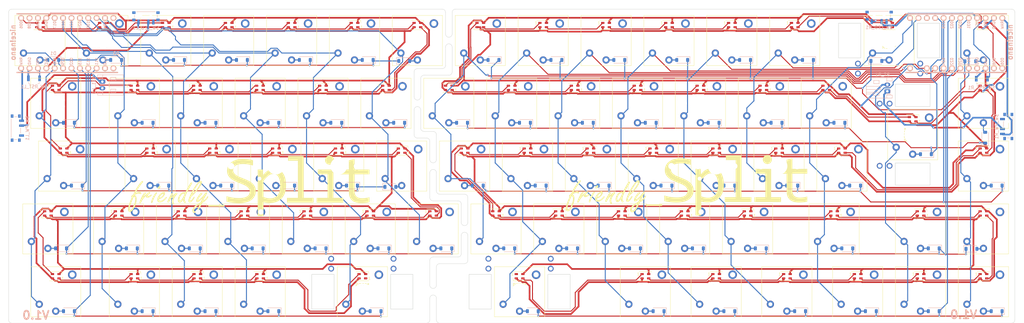
<source format=kicad_pcb>
(kicad_pcb (version 20221018) (generator pcbnew)
  (layers (0 "F.Cu" signal) (31 "B.Cu" signal) (34 "B.Paste" user) (35 "F.Paste" user) (36 "B.SilkS" user "B.Silkscreen") (37 "F.SilkS" user "F.Silkscreen") (38 "B.Mask" user) (39 "F.Mask" user) (44 "Edge.Cuts" user))
  (net 0 "")
  (net 1 "Net-(D1-A)")
  (net 2 "Net-(D2-A)")
  (net 3 "Net-(D3-A)")
  (net 4 "Net-(D4-A)")
  (net 5 "Net-(D5-A)")
  (net 6 "Net-(D6-A)")
  (net 7 "Net-(D7-A)")
  (net 8 "Net-(D8-A)")
  (net 9 "Net-(D9-A)")
  (net 10 "Net-(D10-A)")
  (net 11 "Net-(D11-A)")
  (net 12 "Net-(D12-A)")
  (net 13 "Net-(D13-A)")
  (net 14 "Net-(D14-A)")
  (net 15 "Net-(D15-A)")
  (net 16 "Net-(D16-A)")
  (net 17 "Net-(D17-A)")
  (net 18 "Net-(D18-A)")
  (net 19 "Net-(D19-A)")
  (net 20 "Net-(D20-A)")
  (net 21 "Net-(D21-A)")
  (net 22 "Net-(D22-A)")
  (net 23 "Net-(D23-A)")
  (net 24 "Net-(D24-A)")
  (net 25 "Net-(D25-A)")
  (net 26 "Net-(D26-A)")
  (net 27 "Net-(D27-A)")
  (net 28 "Net-(D28-A)")
  (net 29 "Net-(D29-A)")
  (net 30 "Net-(D30-A)")
  (net 31 "Net-(D31-A)")
  (net 32 "Net-(D104-DIN)")
  (net 33 "Net-(D51-DIN)")
  (net 34 "Net-(D52-DIN)")
  (net 35 "Net-(D53-DIN)")
  (net 36 "Net-(D54-DIN)")
  (net 37 "Net-(D55-DIN)")
  (net 38 "Net-(D105-DIN)")
  (net 39 "Net-(D58-DOUT)")
  (net 40 "Net-(D59-DOUT)")
  (net 41 "Net-(D60-DOUT)")
  (net 42 "Net-(D106-DIN)")
  (net 43 "Col7")
  (net 44 "Col8")
  (net 45 "Col9")
  (net 46 "Col10")
  (net 47 "Col11")
  (net 48 "Col12")
  (net 49 "Col13")
  (net 50 "Col14")
  (net 51 "Col15")
  (net 52 "Net-(D107-DIN)")
  (net 53 "Net-(D108-DIN)")
  (net 54 "Net-(D32-DOUT)")
  (net 55 "Net-(D33-DOUT)")
  (net 56 "Net-(D34-DOUT)")
  (net 57 "Net-(D35-DOUT)")
  (net 58 "Net-(D36-DOUT)")
  (net 59 "Net-(D37-DOUT)")
  (net 60 "Net-(D38-DOUT)")
  (net 61 "Net-(D39-DOUT)")
  (net 62 "Net-(D109-DIN)")
  (net 63 "Net-(D111-DOUT)")
  (net 64 "Net-(D112-DOUT)")
  (net 65 "Net-(D113-DOUT)")
  (net 66 "Net-(D114-DOUT)")
  (net 67 "Net-(D115-DOUT)")
  (net 68 "Net-(D116-DOUT)")
  (net 69 "Net-(D117-DOUT)")
  (net 70 "Net-(D118-DOUT)")
  (net 71 "Col0")
  (net 72 "Col1")
  (net 73 "Col2")
  (net 74 "Col3")
  (net 75 "Col4")
  (net 76 "Col5")
  (net 77 "Col6")
  (net 78 "VBAT_L")
  (net 79 "VBAT_R")
  (net 80 "Row0_L")
  (net 81 "Row1_L")
  (net 82 "Row2_L")
  (net 83 "Row3_L")
  (net 84 "Row4_L")
  (net 85 "TXD_L")
  (net 86 "VCC_LED_L")
  (net 87 "Row0_R")
  (net 88 "Net-(D63-A)")
  (net 89 "Net-(D64-A)")
  (net 90 "Net-(D65-A)")
  (net 91 "Net-(D66-A)")
  (net 92 "Net-(D67-A)")
  (net 93 "Net-(D68-A)")
  (net 94 "Net-(D69-A)")
  (net 95 "Net-(D70-A)")
  (net 96 "Row1_R")
  (net 97 "Net-(D71-A)")
  (net 98 "Net-(D72-A)")
  (net 99 "Net-(D73-A)")
  (net 100 "Net-(D74-A)")
  (net 101 "Net-(D75-A)")
  (net 102 "Net-(D76-A)")
  (net 103 "Net-(D77-A)")
  (net 104 "Net-(D78-A)")
  (net 105 "Net-(D79-A)")
  (net 106 "Row2_R")
  (net 107 "Net-(D80-A)")
  (net 108 "Net-(D81-A)")
  (net 109 "Net-(D82-A)")
  (net 110 "Net-(D83-A)")
  (net 111 "Net-(D84-A)")
  (net 112 "Net-(D85-A)")
  (net 113 "Net-(D86-A)")
  (net 114 "Net-(D87-A)")
  (net 115 "Row3_R")
  (net 116 "Net-(D88-A)")
  (net 117 "Net-(D89-A)")
  (net 118 "Net-(D90-A)")
  (net 119 "Net-(D91-A)")
  (net 120 "Net-(D92-A)")
  (net 121 "Net-(D93-A)")
  (net 122 "Net-(D94-A)")
  (net 123 "Net-(D95-A)")
  (net 124 "Row4_R")
  (net 125 "Net-(D96-A)")
  (net 126 "Net-(D97-A)")
  (net 127 "Net-(D98-A)")
  (net 128 "Net-(D99-A)")
  (net 129 "Net-(D100-A)")
  (net 130 "Net-(D101-A)")
  (net 131 "Net-(D102-A)")
  (net 132 "Net-(D103-DOUT)")
  (net 133 "Net-(D103-DIN)")
  (net 134 "VCC_LED_R")
  (net 135 "Net-(D119-DOUT)")
  (net 136 "Net-(D121-DIN)")
  (net 137 "Net-(D122-DIN)")
  (net 138 "Net-(D123-DIN)")
  (net 139 "Net-(D124-DIN)")
  (net 140 "Net-(D125-DIN)")
  (net 141 "TXD_R")
  (net 142 "Net-(D126-DIN)")
  (net 143 "Net-(D128-DOUT)")
  (net 144 "Net-(D129-DOUT)")
  (net 145 "Net-(D130-DOUT)")
  (net 146 "Net-(D131-DOUT)")
  (net 147 "Net-(D132-DOUT)")
  (net 148 "Net-(D133-DOUT)")
  (net 149 "Net-(D134-DOUT)")
  (net 150 "Net-(D135-DOUT)")
  (net 152 "Net-(D120-DIN)")
  (net 153 "Net-(D136-DIN)")
  (net 154 "Net-(D137-DIN)")
  (net 155 "Net-(D138-DIN)")
  (net 156 "Net-(D139-DIN)")
  (net 157 "Net-(D140-DIN)")
  (net 158 "Net-(D141-DIN)")
  (net 159 "Net-(SW_LED_L1-B)")
  (net 161 "Net-(SW_LED_R1-B)")
  (net 164 "Net-(SW_PW_L1-C)")
  (net 166 "Net-(SW_PW_R1-C)")
  (net 167 "Net-(U_L1-RST)")
  (net 168 "Net-(U2_R1-RST)")
  (net 170 "GND")
  (net 177 "Net-(D39-DIN)")
  (net 178 "Net-(D40-DIN)")
  (net 179 "Net-(D41-DIN)")
  (net 180 "Net-(D42-DIN)")
  (net 181 "Net-(D43-DIN)")
  (net 182 "Net-(D45-DOUT)")
  (net 183 "Net-(D46-DOUT)")
  (net 184 "Net-(D47-DOUT)")
  (net 185 "Net-(D48-DOUT)")
  (net 186 "Net-(D49-DOUT)")
  (net 187 "Net-(D50-DOUT)")
  (net 188 "Net-(D51-DOUT)")
  (net 189 "Net-(D56-DIN)")
  (net 190 "Net-(D61-DOUT)")
  (net 192 "Net-(D120-DOUT)")
  (footprint "LED_SMD:LED_SK6805_PLCC4_2.4x2.7mm_P1.3mm" (layer "F.Cu") (at 328.6125 109.6)
    (fp_text reference "D142")
    (fp_text value "SK6805")
  )
  (footprint "LED_SMD:LED_SK6805_PLCC4_2.4x2.7mm_P1.3mm" (layer "F.Cu") (at 140.4937 109.6 180)
    (fp_text reference "D62")
    (fp_text value "SK6805")
  )
  (footprint "PCM_Switch_Keyboard_Kailh:SW_Kailh_Choc_V1V2_1.00u" (layer "F.Cu") (at 66.67495 95.25 180)
    (fp_text reference "K21" hide)
    (fp_text value "KEYSW")
  )
  (footprint "PCM_Switch_Keyboard_Kailh:SW_Kailh_Choc_V1V2_1.00u" (layer "F.Cu") (at 214.3125 38.1 180)
    (fp_text reference "K34" hide)
    (fp_text value "KEYSW")
  )
  (footprint "LED_SMD:LED_SK6805_PLCC4_2.4x2.7mm_P1.3mm" (layer "F.Cu") (at 76.19995 71.5 180)
    (fp_text reference "D46")
    (fp_text value "SK6805")
  )
  (footprint "LED_SMD:LED_SK6805_PLCC4_2.4x2.7mm_P1.3mm" (layer "F.Cu") (at 242.8875 52.45 180)
    (fp_text reference "D115")
    (fp_text value "SK6805")
  )
  (footprint "friendly_Split:custom_lowprofile_stabiliers_2.00u" (layer "F.Cu") (at 188.11875 114.3)
    (fp_text reference "REF**")
    (fp_text value "custom_lowprofile_stabiliers_2.00u")
    (fp_rect (start -8.563 -5.26) (end -15.313 5.26) (stroke (width 0.12)) (fill none) (layer "Edge.Cuts"))
    (fp_rect (start 8.563 -5.26) (end 15.313 5.26) (stroke (width 0.12)) (fill none) (layer "Edge.Cuts"))
  )
  (footprint "LED_SMD:LED_SK6805_PLCC4_2.4x2.7mm_P1.3mm" (layer "F.Cu") (at 42.86245 33.4 180)
    (fp_text reference "D32")
    (fp_text value "SK6805")
  )
  (footprint "PCM_Switch_Keyboard_Kailh:SW_Kailh_Choc_V1V2_1.00u" (layer "F.Cu") (at 161.92495 95.25 180)
    (fp_text reference "K26" hide)
    (fp_text value "KEYSW")
  )
  (footprint "PCM_Switch_Keyboard_Kailh:SW_Kailh_Choc_V1V2_1.75u" (layer "F.Cu") (at 50.0062 76.2 180)
    (fp_text reference "K14" hide)
    (fp_text value "KEYSW")
  )
  (footprint "LED_SMD:LED_SK6805_PLCC4_2.4x2.7mm_P1.3mm" (layer "F.Cu") (at 257.175 90.55 180)
    (fp_text reference "D132")
    (fp_text value "SK6805")
  )
  (footprint "PCM_Switch_Keyboard_Kailh:SW_Kailh_Choc_V1V2_1.00u" (layer "F.Cu") (at 171.45 76.2 180)
    (fp_text reference "K49" hide)
    (fp_text value "KEYSW")
  )
  (footprint "LED_SMD:LED_SK6805_PLCC4_2.4x2.7mm_P1.3mm" (layer "F.Cu") (at 109.53745 109.6 180)
    (fp_text reference "D61")
    (fp_text value "SK6805")
  )
  (footprint "friendly_Split:custom_lowprofile_stabiliers_2.00u" (layer "F.Cu") (at 307.18125 66.675 90)
    (fp_text reference "REF**")
    (fp_text value "custom_lowprofile_stabiliers_2.00u")
    (fp_rect (start -8.563 -5.26) (end -15.313 5.26) (stroke (width 0.12)) (fill none) (layer "Edge.Cuts"))
    (fp_rect (start 8.563 -5.26) (end 15.313 5.26) (stroke (width 0.12)) (fill none) (layer "Edge.Cuts"))
  )
  (footprint "LED_SMD:LED_SK6805_PLCC4_2.4x2.7mm_P1.3mm" (layer "F.Cu") (at 300.0375 33.4)
    (fp_text reference "D109")
    (fp_text value "SK6805")
  )
  (footprint "PCM_Switch_Keyboard_Kailh:SW_Kailh_Choc_V1V2_1.00u" (layer "F.Cu") (at 119.06245 38.1 180)
    (fp_text reference "K5" hide)
    (fp_text value "KEYSW")
  )
  (footprint "LED_SMD:LED_SK6805_PLCC4_2.4x2.7mm_P1.3mm" (layer "F.Cu") (at 142.87495 90.55)
    (fp_text reference "D56")
    (fp_text value "SK6805")
  )
  (footprint "friendly_Split:friendly_Split-logo" (layer "F.Cu") (at 238.68745 82)
    (fp_text reference "REF**" hide)
    (fp_text value "friendly_Split-logo" hide)
  )
  (footprint "LED_SMD:LED_SK6805_PLCC4_2.4x2.7mm_P1.3mm" (layer "F.Cu") (at 226.21875 109.6)
    (fp_text reference "D137")
    (fp_text value "SK6805")
  )
  (footprint "LED_SMD:LED_SK6805_PLCC4_2.4x2.7mm_P1.3mm" (layer "F.Cu") (at 271.4625 33.4)
    (fp_text reference "D108")
    (fp_text value "SK6805")
  )
  (footprint "LED_SMD:LED_SK6805_PLCC4_2.4x2.7mm_P1.3mm" (layer "F.Cu") (at 66.67495 90.55)
    (fp_text reference "D52")
    (fp_text value "SK6805")
  )
  (footprint "LED_SMD:LED_SK6805_PLCC4_2.4x2.7mm_P1.3mm" (layer "F.Cu") (at 50.0062 71.5 180)
    (fp_text reference "D45")
    (fp_text value "SK6805")
  )
  (footprint "PCM_Switch_Keyboard_Kailh:SW_Kailh_Choc_V1V2_1.00u" (layer "F.Cu") (at 138.11245 38.1 180)
    (fp_text reference "K6" hide)
    (fp_text value "KEYSW")
  )
  (footprint "PCM_Switch_Keyboard_Kailh:SW_Kailh_Choc_V1V2_1.00u" (layer "F.Cu") (at 209.55 76.2 180)
    (fp_text reference "K51" hide)
    (fp_text value "KEYSW")
  )
  (footprint "LED_SMD:LED_SK6805_PLCC4_2.4x2.7mm_P1.3mm" (layer "F.Cu") (at 307.18125 61.975 180)
    (fp_text reference "D118")
    (fp_text value "SK6805")
  )
  (footprint "PCM_Switch_Keyboard_Kailh:SW_Kailh_Choc_V1V2_2.00u" (layer "F.Cu") (at 300.0375 38.1 180)
    (fp_text reference "K38" hide)
    (fp_text value "KEYSW")
  )
  (footprint "PCM_Switch_Keyboard_Kailh:SW_Kailh_Choc_V1V2_1.00u" (layer "F.Cu") (at 100.01245 38.1 180)
    (fp_text reference "K4" hide)
    (fp_text value "KEYSW")
  )
  (footprint "LED_SMD:LED_SK6805_PLCC4_2.4x2.7mm_P1.3mm" (layer "F.Cu") (at 204.7875 52.45 180)
    (fp_text reference "D113")
    (fp_text value "SK6805")
  )
  (footprint "LED_SMD:LED_SK6805_PLCC4_2.4x2.7mm_P1.3mm" (layer "F.Cu") (at 123.82495 90.55)
    (fp_text reference "D55")
    (fp_text value "SK6805")
  )
  (footprint "PCM_Switch_Keyboard_Kailh:SW_Kailh_Choc_V1V2_1.00u" (layer "F.Cu") (at 219.075 95.25 180)
    (fp_text reference "K59" hide)
    (fp_text value "KEYSW")
  )
  (footprint "PCM_Switch_Keyboard_Kailh:SW_Kailh_Choc_V1V2_1.00u" (layer "F.Cu") (at 252.4125 38.1 180)
    (fp_text reference "K36" hide)
    (fp_text value "KEYSW")
  )
  (footprint "LED_SMD:LED_SK6805_PLCC4_2.4x2.7mm_P1.3mm" (layer "F.Cu") (at 80.96245 33.4 180)
    (fp_text reference "D34")
    (fp_text value "SK6805")
  )
  (footprint "PCM_Switch_Keyboard_Kailh:SW_Kailh_Choc_V1V2_ISOEnter_180deg" (layer "F.Cu") (at 307.18125 66.675 180)
    (fp_text reference "K47" hide)
    (fp_text value "KEYSW")
  )
  (footprint "PCM_Switch_Keyboard_Kailh:SW_Kailh_Choc_V1V2_1.00u" (layer "F.Cu") (at 204.7875 57.15 180)
    (fp_text reference "K42" hide)
    (fp_text value "KEYSW")
  )
  (footprint "LED_SMD:LED_SK6805_PLCC4_2.4x2.7mm_P1.3mm" (layer "F.Cu") (at 328.6125 33.4)
    (fp_text reference "D110")
    (fp_text value "SK6805")
  )
  (footprint "PCM_Switch_Keyboard_Kailh:SW_Kailh_Choc_V1V2_1.25u" (layer "F.Cu") (at 45.2437 95.25 180)
    (fp_text reference "K20" hide)
    (fp_text value "KEYSW")
  )
  (footprint "friendly_Split:custom_lowprofile_stabiliers_2.00u" (layer "F.Cu") (at 300.0375 38.1 180)
    (fp_text reference "REF**")
    (fp_text value "custom_lowprofile_stabiliers_2.00u")
    (fp_rect (start -8.563 -5.26) (end -15.313 5.26) (stroke (width 0.12)) (fill none) (layer "Edge.Cuts"))
    (fp_rect (start 8.563 -5.26) (end 15.313 5.26) (stroke (width 0.12)) (fill none) (layer "Edge.Cuts"))
  )
  (footprint "LED_SMD:LED_SK6805_PLCC4_2.4x2.7mm_P1.3mm" (layer "F.Cu") (at 45.2437 90.55)
    (fp_text reference "D51")
    (fp_text value "SK6805")
  )
  (footprint "LED_SMD:LED_SK6805_PLCC4_2.4x2.7mm_P1.3mm" (layer "F.Cu") (at 171.45 71.5)
    (fp_text reference "D120")
    (fp_text value "SK6805")
  )
  (footprint "PCM_Switch_Keyboard_Kailh:SW_Kailh_Choc_V1V2_1.00u" (layer "F.Cu") (at 95.24995 76.2 180)
    (fp_text reference "K16" hide)
    (fp_text value "KEYSW")
  )
  (footprint "LED_SMD:LED_SK6805_PLCC4_2.4x2.7mm_P1.3mm" (layer "F.Cu") (at 90.3712 52.45)
    (fp_text reference "D41")
    (fp_text value "SK6805")
  )
  (footprint "LED_SMD:LED_SK6805_PLCC4_2.4x2.7mm_P1.3mm" (layer "F.Cu") (at 188.11875 109.6)
    (fp_text reference "D136")
    (fp_text value "SK6805")
  )
  (footprint "LED_SMD:LED_SK6805_PLCC4_2.4x2.7mm_P1.3mm" (layer "F.Cu") (at 190.5 71.5)
    (fp_text reference "D121")
    (fp_text value "SK6805")
  )
  (footprint "LED_SMD:LED_SK6805_PLCC4_2.4x2.7mm_P1.3mm" (layer "F.Cu") (at 247.65 109.6)
    (fp_text reference "D138")
    (fp_text value "SK6805")
  )
  (footprint "LED_SMD:LED_SK6805_PLCC4_2.4x2.7mm_P1.3mm" (layer "F.Cu") (at 219.075 90.55 180)
    (fp_text reference "D130")
    (fp_text value "SK6805")
  )
  (footprint "PCM_Switch_Keyboard_Kailh:SW_Kailh_Choc_V1V2_1.00u" (layer "F.Cu") (at 233.3625 38.1 180)
    (fp_text reference "K35" hide)
    (fp_text value "KEYSW")
  )
  (footprint "LED_SMD:LED_SK6805_PLCC4_2.4x2.7mm_P1.3mm" (layer "F.Cu") (at 47.62495 109.6 180)
    (fp_text reference "D58")
    (fp_text value "SK6805")
  )
  (footprint "LED_SMD:LED_SK6805_PLCC4_2.4x2.7mm_P1.3mm" (layer "F.Cu") (at 269.08125 109.6)
    (fp_text reference "D139")
    (fp_text value "SK6805")
  )
  (footprint "PCM_Switch_Keyboard_Kailh:SW_Kailh_Choc_V1V2_1.00u" (layer "F.Cu") (at 185.7375 57.15 180)
    (fp_text reference "K41" hide)
    (fp_text value "KEYSW")
  )
  (footprint "LED_SMD:LED_SK6805_PLCC4_2.4x2.7mm_P1.3mm" (layer "F.Cu") (at 328.6125 71.5)
    (fp_text reference "D127")
    (fp_text value "SK6805")
  )
  (footprint "LED_SMD:LED_SK6805_PLCC4_2.4x2.7mm_P1.3mm" (layer "F.Cu") (at 109.45995 52.45)
    (fp_text reference "D42")
    (fp_text value "SK6805")
  )
  (footprint "PCM_Switch_Keyboard_Kailh:SW_Kailh_Choc_V1V2_1.00u" (layer "F.Cu") (at 257.175 95.25 180)
    (fp_text reference "K61" hide)
    (fp_text value "KEYSW")
  )
  (footprint "PCM_Switch_Keyboard_Kailh:SW_Kailh_Choc_V1V2_1.00u" (layer "F.Cu") (at 247.65 76.2 180)
    (fp_text reference "K53" hide)
    (fp_text value "KEYSW")
  )
  (footprint "PCM_Switch_Keyboard_Kailh:SW_Kailh_Choc_V1V2_1.50u" (layer "F.Cu") (at 47.62495 114.3 180)
    (fp_text reference "K27" hide)
    (fp_text value "KEYSW")
  )
  (footprint "PCM_Switch_Keyboard_Kailh:SW_Kailh_Choc_V1V2_1.00u" (layer "F.Cu") (at 147.63745 57.15 180)
    (fp_text reference "K13" hide)
    (fp_text value "KEYSW")
  )
  (footprint "Panelization:mouse-bite-2mm-slot" (layer "F.Cu") (at 157.16245 57.15 -90)
    (fp_text reference "mouse-bite-2mm-slot" hide)
    (fp_text value "VAL**" hide)
    (fp_arc (start -2 -1) (mid -1 0) (end -2 1) (stroke (width 0.1)) (layer "Edge.Cuts"))
    (fp_arc (start 2 1) (mid 1 0) (end 2 -1) (stroke (width 0.1)) (layer "Edge.Cuts"))
  )
  (footprint "LED_SMD:LED_SK6805_PLCC4_2.4x2.7mm_P1.3mm" (layer "F.Cu") (at 309.5625 90.55 180)
    (fp_text reference "D134")
    (fp_text value "SK6805")
  )
  (footprint "PCM_Switch_Keyboard_Kailh:SW_Kailh_Choc_V1V2_1.00u" (layer "F.Cu") (at 142.87495 95.25 180)
    (fp_text reference "K25" hide)
    (fp_text value "KEYSW")
  )
  (footprint "LED_SMD:LED_SK6805_PLCC4_2.4x2.7mm_P1.3mm" (layer "F.Cu") (at 85.72495 90.55)
    (fp_text reference "D53")
    (fp_text value "SK6805")
  )
  (footprint "PCM_Switch_Keyboard_Kailh:SW_Kailh_Choc_V1V2_1.00u" (layer "F.Cu") (at 114.29995 76.2 180)
    (fp_text reference "K17" hide)
    (fp_text value "KEYSW")
  )
  (footprint "PCM_Switch_Keyboard_Kailh:SW_Kailh_Choc_V1V2_1.00u" (layer "F.Cu") (at 242.8875 57.15 180)
    (fp_text reference "K44" hide)
    (fp_text value "KEYSW")
  )
  (footprint "PCM_Switch_Keyboard_Kailh:SW_Kailh_Choc_V1V2_1.00u" (layer "F.Cu") (at 42.86245 38.1 180)
    (fp_text reference "K1" hide)
    (fp_text value "KEYSW")
  )
  (footprint "PCM_Switch_Keyboard_Kailh:SW_Kailh_Choc_V1V2_1.50u" (layer "F.Cu") (at 47.62495 57.15 180)
    (fp_text reference "K8" hide)
    (fp_text value "KEYSW")
  )
  (footprint "PCM_Switch_Keyboard_Kailh:SW_Kailh_Choc_V1V2_2.75u" (layer "F.Cu") (at 188.11875 114.3 180)
    (fp_text reference "K65" hide)
    (fp_text value "KEYSW")
  )
  (footprint "PCM_Switch_Keyboard_Kailh:SW_Kailh_Choc_V1V2_1.00u" (layer "F.Cu") (at 290.5125 114.3 180)
    (fp_text reference "K69" hide)
    (fp_text value "KEYSW")
  )
  (footprint "LED_SMD:LED_SK6805_PLCC4_2.4x2.7mm_P1.3mm" (layer "F.Cu") (at 233.3625 33.4)
    (fp_text reference "D106")
    (fp_text value "SK6805")
  )
  (footprint "PCM_Switch_Keyboard_Kailh:SW_Kailh_Choc_V1V2_1.00u" (layer "F.Cu") (at 190.5 76.2 180)
    (fp_text reference "K50" hide)
    (fp_text value "KEYSW")
  )
  (footprint "LED_SMD:LED_SK6805_PLCC4_2.4x2.7mm_P1.3mm" (layer "F.Cu") (at 114.29995 71.5 180)
    (fp_text reference "D48")
    (fp_text value "SK6805")
  )
  (footprint "PCM_Switch_Keyboard_Kailh:SW_Kailh_Choc_V1V2_1.75u" (layer "F.Cu") (at 283.36875 95.25 180)
    (fp_text reference "K62" hide)
    (fp_text value "KEYSW")
  )
  (footprint "LED_SMD:LED_SK6805_PLCC4_2.4x2.7mm_P1.3mm" (layer "F.Cu") (at 200.025 90.55 180)
    (fp_text reference "D129")
    (fp_text value "SK6805")
  )
  (footprint "PCM_Switch_Keyboard_Kailh:SW_Kailh_Choc_V1V2_1.00u" (layer "F.Cu") (at 61.91245 38.1 180)
    (fp_text reference "K2" hide)
    (fp_text value "KEYSW")
  )
  (footprint "friendly_Split:custom_lowprofile_stabiliers_2.00u" (layer "F.Cu") (at 140.4937 114.3)
    (fp_text reference "REF**")
    (fp_text value "custom_lowprofile_stabiliers_2.00u")
    (fp_rect (start -8.563 -5.26) (end -15.313 5.26) (stroke (width 0.12)) (fill none) (layer "Edge.Cuts"))
    (fp_rect (start 8.563 -5.26) (end 15.313 5.26) (stroke (width 0.12)) (fill none) (layer "Edge.Cuts"))
  )
  (footprint "Panelization:mouse-bite-2mm-slot" (layer "F.Cu") (at 161.92495 76.2 -90)
    (fp_text reference "mouse-bite-2mm-slot" hide)
    (fp_text value "VAL**" hide)
    (fp_arc (start -2 -1) (mid -1 0) (end -2 1) (stroke (width 0.1)) (layer "Edge.Cuts"))
    (fp_arc (start 2 1) (mid 1 0) (end 2 -1) (stroke (width 0.1)) (layer "Edge.Cuts"))
  )
  (footprint "LED_SMD:LED_SK6805_PLCC4_2.4x2.7mm_P1.3mm" (layer "F.Cu") (at 180.975 90.55 180)
    (fp_text reference "D128")
    (fp_text value "SK6805")
  )
  (footprint "PCM_Switch_Keyboard_Kailh:SW_Kailh_Choc_V1V2_1.00u" (layer "F.Cu") (at 328.6125 57.15 180)
    (fp_text reference "K48" hide)
    (fp_text value "KEYSW")
  )
  (footprint "LED_SMD:LED_SK6805_PLCC4_2.4x2.7mm_P1.3mm" (layer "F.Cu") (at 223.8375 52.45 180)
    (fp_text reference "D114")
    (fp_text value "SK6805")
  )
  (footprint "LED_SMD:LED_SK6805_PLCC4_2.4x2.7mm_P1.3mm" (layer "F.Cu") (at 266.7 71.5)
    (fp_text reference "D125")
    (fp_text value "SK6805")
  )
  (footprint "LED_SMD:LED_SK6805_PLCC4_2.4x2.7mm_P1.3mm" (layer "F.Cu") (at 119.06245 33.4 180)
    (fp_text reference "D36")
    (fp_text value "SK6805")
  )
  (footprint "LED_SMD:LED_SK6805_PLCC4_2.4x2.7mm_P1.3mm" (layer "F.Cu") (at 261.9375 52.45 180)
    (fp_text reference "D116")
    (fp_text value "SK6805")
  )
  (footprint "PCM_Switch_Keyboard_Kailh:SW_Kailh_Choc_V1V2_1.00u" (layer "F.Cu") (at 90.48745 57.15 180)
    (fp_text reference "K10" hide)
    (fp_text value "KEYSW")
  )
  (footprint "PCM_Switch_Keyboard_Kailh:SW_Kailh_Choc_V1V2_1.00u" (layer "F.Cu") (at 261.9375 57.15 180)
    (fp_text reference "K45" hide)
    (fp_text value "KEYSW")
  )
  (footprint "PCM_Switch_Keyboard_Kailh:SW_Kailh_Choc_V1V2_1.00u" (layer "F.Cu") (at 80.96245 38.1 180)
    (fp_text reference "K3" hide)
    (fp_text value "KEYSW")
  )
  (footprint "Panelization:mouse-bite-2mm-slot" (layer "F.Cu") (at 161.925 114.3 -90)
    (fp_text reference "mouse-bite-2mm-slot" hide)
    (fp_text value "VAL**" hide)
    (fp_arc (start -2 -1) (mid -1 0) (end -2 1) (stroke (width 0.1)) (layer "Edge.Cuts"))
    (fp_arc (start 2 1) (mid 1 0) (end 2 -1) (stroke (width 0.1)) (layer "Edge.Cuts"))
  )
  (footprint "LED_SMD:LED_SK6805_PLCC4_2.4x2.7mm_P1.3mm" (layer "F.Cu") (at 133.34995 71.5 180)
    (fp_text reference "D49")
    (fp_text value "SK6805")
  )
  (footprint "LED_SMD:LED_SK6805_PLCC4_2.4x2.7mm_P1.3mm" (layer "F.Cu") (at 185.7375 52.45 180)
    (fp_text reference "D112")
    (fp_text value "SK6805")
  )
  (footprint "LED_SMD:LED_SK6805_PLCC4_2.4x2.7mm_P1.3mm" (layer "F.Cu") (at 328.6125 52.45 180)
    (fp_text reference "D119")
    (fp_text value "SK6805")
  )
  (footprint "LED_SMD:LED_SK6805_PLCC4_2.4x2.7mm_P1.3mm" (layer "F.Cu") (at 176.2125 33.4)
    (fp_text reference "D103")
    (fp_text value "SK6805")
  )
  (footprint "PCM_Switch_Keyboard_Kailh:SW_Kailh_Choc_V1V2_1.00u" (layer "F.Cu") (at 71.43745 114.3 180)
    (fp_text reference "K28" hide)
    (fp_text value "KEYSW")
  )
  (footprint "PCM_Switch_Keyboard_Kailh:SW_Kailh_Choc_V1V2_1.00u" (layer "F.Cu") (at 76.19995 76.2 180)
    (fp_text reference "K15" hide)
    (fp_text value "KEYSW")
  )
  (footprint "PCM_Switch_Keyboard_Kailh:SW_Kailh_Choc_V1V2_1.00u" (layer "F.Cu") (at 109.53745 114.3 180)
    (fp_text reference "K30" hide)
    (fp_text value "KEYSW")
  )
  (footprint "PCM_Switch_Keyboard_Kailh:SW_Kailh_Choc_V1V2_1.00u" (layer "F.Cu") (at 71.43745 57.15 180)
    (fp_text reference "K9" hide)
    (fp_text value "KEYSW")
  )
  (footprint "PCM_Switch_Keyboard_Kailh:SW_Kailh_Choc_V1V2_1.00u" (layer "F.Cu") (at 123.82495 95.25 180)
    (fp_text reference "K24" hide)
    (fp_text value "KEYSW")
  )
  (footprint "LED_SMD:LED_SK6805_PLCC4_2.4x2.7mm_P1.3mm" (layer "F.Cu") (at 71.43745 52.45)
    (fp_text reference "D40")
    (fp_text value "SK6805")
  )
  (footprint "LED_SMD:LED_SK6805_PLCC4_2.4x2.7mm_P1.3mm" (layer "F.Cu") (at 157.16245 33.4 180)
    (fp_text reference "D38")
    (fp_text value "SK6805")
  )
  (footprint "PCM_Switch_Keyboard_Kailh:SW_Kailh_Choc_V1V2_1.00u" (layer "F.Cu") (at 128.58745 57.15 180)
    (fp_text reference "K12" hide)
    (fp_text value "KEYSW")
  )
  (footprint "LED_SMD:LED_SK6805_PLCC4_2.4x2.7mm_P1.3mm" (layer "F.Cu") (at 283.36875 90.55 180)
    (fp_text reference "D133")
    (fp_text value "SK6805")
  )
  (footprint "PCM_Switch_Keyboard_Kailh:SW_Kailh_Choc_V1V2_1.00u" (layer "F.Cu") (at 285.75 76.2 180)
    (fp_text reference "K55" hide)
    (fp_text value "KEYSW")
  )
  (footprint "friendly_Split:friendly_Split-logo" (layer "F.Cu") (at 106.08745 82.2)
    (fp_text reference "REF**" hide)
    (fp_text value "friendly_Split-logo" hide)
  )
  (footprint "PCM_Switch_Keyboard_Kailh:SW_Kailh_Choc_V1V2_1.00u" (layer "F.Cu") (at 328.6125 38.1 180)
    (fp_text reference "K39" hide)
    (fp_text value "KEYSW")
  )
  (footprint "PCM_Switch_Keyboard_Kailh:SW_Kailh_Choc_V1V2_1.00u" (layer "F.Cu") (at 90.48745 114.3 180)
    (fp_text reference "K29" hide)
    (fp_text value "KEYSW")
  )
  (footprint "PCM_Switch_Keyboard_Kailh:SW_Kailh_Choc_V1V2_1.00u" (layer "F.Cu") (at 228.6 76.2 180)
    (fp_text reference "K52" hide)
    (fp_text value "KEYSW")
  )
  (footprint "PCM_Switch_Keyboard_Kailh:SW_Kailh_Choc_V1V2_1.25u" (layer "F.Cu") (at 226.21875 114.3 180)
    (fp_text reference "K66" hide)
    (fp_text value "KEYSW")
  )
  (footprint "PCM_Switch_Keyboard_Kailh:SW_Kailh_Choc_V1V2_1.00u" (layer "F.Cu") (at 200.025 95.25 180)
    (fp_text reference "K58" hide)
    (fp_text value "KEYSW")
  )
  (footprint "Panelization:mouse-bite-2mm-slot" (layer "F.Cu") (at 166.68745 38.1 -90)
    (fp_text reference "mouse-bite-2mm-slot" hide)
    (fp_text value "VAL**" hide)
    (fp_arc (start -2 -1) (mid -1 0) (end -2 1) (stroke (width 0.1)) (layer "Edge.Cuts"))
    (fp_arc (start 2 1) (mid 1 0) (end 2 -1) (stroke (width 0.1)) (layer "Edge.Cuts"))
  )
  (footprint "PCM_Switch_Keyboard_Kailh:SW_Kailh_Choc_V1V2_1.00u" (layer "F.Cu") (at 328.6125 95.25 180)
    (fp_text reference "K64" hide)
    (fp_text value "KEYSW")
  )
  (footprint "LED_SMD:LED_SK6805_PLCC4_2.4x2.7mm_P1.3mm" (layer "F.Cu") (at 290.5125 109.6)
    (fp_text reference "D140")
    (fp_text value "SK6805")
  )
  (footprint "LED_SMD:LED_SK6805_PLCC4_2.4x2.7mm_P1.3mm" (layer "F.Cu") (at 285.75 71.5)
    (fp_text reference "D126")
    (fp_text value "SK6805")
  )
  (footprint "LED_SMD:LED_SK6805_PLCC4_2.4x2.7mm_P1.3mm" (layer "F.Cu") (at 128.5487 52.45)
    (fp_text reference "D43")
    (fp_text value "SK6805")
  )
  (footprint "PCM_Switch_Keyboard_Kailh:SW_Kailh_Choc_V1V2_1.00u" (layer "F.Cu") (at 104.77495 95.25 180)
    (fp_text reference "K23" hide)
    (fp_text value "KEYSW")
  )
  (footprint "LED_SMD:LED_SK6805_PLCC4_2.4x2.7mm_P1.3mm" (layer "F.Cu") (at 138.11245 33.4 180)
    (fp_text reference "D37")
    (fp_text value "SK6805")
  )
  (footprint "PCM_Switch_Keyboard_Kailh:SW_Kailh_Choc_V1V2_1.00u" (layer "F.Cu") (at 271.4625 38.1 180)
    (fp_text reference "K37" hide)
    (fp_text value "KEYSW")
  )
  (footprint "PCM_Switch_Keyboard_Kailh:SW_Kailh_Choc_V1V2_1.00u" (layer "F.Cu") (at 152.39995 76.2 180)
    (fp_text reference "K19" hide)
    (fp_text value "KEYSW")
  )
  (footprint "LED_SMD:LED_SK6805_PLCC4_2.4x2.7mm_P1.3mm" (layer "F.Cu") (at 100.01245 33.4 180)
    (fp_text reference "D35")
    (fp_text value "SK6805")
  )
  (footprint "LED_SMD:LED_SK6805_PLCC4_2.4x2.7mm_P1.3mm" (layer "F.Cu") (at 166.6875 52.45 180)
    (fp_text reference "D111")
    (fp_text value "SK6805")
  )
  (footprint "LED_SMD:LED_SK6805_PLCC4_2.4x2.7mm_P1.3mm" (layer "F.Cu") (at 247.65 71.5)
    (fp_text reference "D124")
    (fp_text value "SK6805")
  )
  (footprint "PCM_Switch_Keyboard_Kailh:SW_Kailh_Choc_V1V2_1.00u" (layer "F.Cu") (at 309.5625 114.3 180)
    (fp_text reference "K70" hide)
    (fp_text value "KEYSW")
  )
  (footprint "PCM_Switch_Keyboard_Kailh:SW_Kailh_Choc_V1V2_2.25u" (layer "F.Cu") (at 140.4937 114.3 180)
    (fp_text reference "K31" hide)
    (fp_text value "KEYSW")
  )
  (footprint "LED_SMD:LED_SK6805_PLCC4_2.4x2.7mm_P1.3mm" (layer "F.Cu") (at 147.63745 52.45)
    (fp_text reference "D44")
    (fp_text value "SK6805")
  )
  (footprint "PCM_Switch_Keyboard_Kailh:SW_Kailh_Choc_V1V2_1.00u" (layer "F.Cu") (at 157.16245 38.1 180)
    (fp_text reference "K7" hide)
    (fp_text value "KEYSW")
  )
  (footprint "LED_SMD:LED_SK6805_PLCC4_2.4x2.7mm_P1.3mm" (layer "F.Cu") (at 61.91245 33.4 180)
    (fp_text reference "D33")
    (fp_text value "SK6805")
  )
  (footprint "LED_SMD:LED_SK6805_PLCC4_2.4x2.7mm_P1.3mm" (layer "F.Cu") (at 95.24995 71.5 180)
    (fp_text reference "D47")
    (fp_text value "SK6805")
  )
  (footprint "LED_SMD:LED_SK6805_PLCC4_2.4x2.7mm_P1.3mm" (layer "F.Cu") (at 104.77495 90.55)
    (fp_text reference "D54")
    (fp_text value "SK6805")
  )
  (footprint "LED_SMD:LED_SK6805_PLCC4_2.4x2.7mm_P1.3mm" (layer "F.Cu") (at 195.2625 33.4)
    (fp_text reference "D104")
    (fp_text value "SK6805")
  )
  (footprint "PCM_Switch_Keyboard_Kailh:SW_Kailh_Choc_V1V2_1.00u" (layer "F.Cu") (at 238.125 95.25 180)
    (fp_text reference "K60" hide)
    (fp_text value "KEYSW")
  )
  (footprint "LED_SMD:LED_SK6805_PLCC4_2.4x2.7mm_P1.3mm" (layer "F.Cu") (at 238.125 90.55 180)
    (fp_text reference "D131")
    (fp_text value "SK6805")
  )
  (footprint "LED_SMD:LED_SK6805_PLCC4_2.4x2.7mm_P1.3mm" (layer "F.Cu") (at 209.55 71.5)
    (fp_text reference "D122")
    (fp_text value "SK6805")
  )
  (footprint "LED_SMD:LED_SK6805_PLCC4_2.4x2.7mm_P1.3mm" (layer "F.Cu") (at 328.6125 90.55 180)
    (fp_text reference "D135")
    (fp_text value "SK6805")
  )
  (footprint "LED_SMD:LED_SK6805_PLCC4_2.4x2.7mm_P1.3mm" (layer "F.Cu") (at 252.4125 33.4)
    (fp_text reference "D107")
    (fp_text value "SK6805")
  )
  (footprint "LED_SMD:LED_SK6805_PLCC4_2.4x2.7mm_P1.3mm" (layer "F.Cu") (at 152.39995 71.5 180)
    (fp_text reference "D50")
    (fp_text value "SK6805")
  )
  (footprint "LED_SMD:LED_SK6805_PLCC4_2.4x2.7mm_P1.3mm" (layer "F.Cu") (at 90.48745 109.6 180)
    (fp_text reference "D60")
    (fp_text value "SK6805")
  )
  (footprint "LED_SMD:LED_SK6805_PLCC4_2.4x2.7mm_P1.3mm" (layer "F.Cu") (at 47.62495 52.45)
    (fp_text reference "D39")
    (fp_text value "SK6805")
  )
  (footprint "PCM_Switch_Keyboard_Kailh:SW_Kailh_Choc_V1V2_1.00u" (layer "F.Cu") (at 176.2125 38.1 180)
    (fp_text reference "K32" hide)
    (fp_text value "KEYSW")
  )
  (footprint "PCM_Switch_Keyboard_Kailh:SW_Kailh_Choc_V1V2_1.00u" (layer "F.Cu") (at 195.2625 38.1 180)
    (fp_text reference "K33" hide)
    (fp_text value "KEYSW")
  )
  (footprint "LED_SMD:LED_SK6805_PLCC4_2.4x2.7mm_P1.3mm" (layer "F.Cu") (at 309.5625 109.6)
    (fp_text reference "D141")
    (fp_text value "SK6805")
  )
  (footprint "LED_SMD:LED_SK6805_PLCC4_2.4x2.7mm_P1.3mm" (layer "F.Cu") (at 214.3125 33.4)
    (fp_text reference "D105")
    (fp_text value "SK6805")
  )
  (footprint "LED_SMD:LED_SK6805_PLCC4_2.4x2.7mm_P1.3mm" (layer "F.Cu") (at 71.43745 109.6 180)
    (fp_text reference "D59")
    (fp_text value "SK6805")
  )
  (footprint "PCM_Switch_Keyboard_Kailh:SW_Kailh_Choc_V1V2_1.00u" (layer "F.Cu") (at 328.6125 114.3 180)
    (fp_text reference "K71" hide)
    (fp_text value "KEYSW")
  )
  (footprint "PCM_Switch_Keyboard_Kailh:SW_Kailh_Choc_V1V2_1.00u" (layer "F.Cu") (at 309.5625 95.25 180)
    (fp_text reference "K63" hide)
    (fp_text value "KEYSW")
  )
  (footprint "PCM_Switch_Keyboard_Kailh:SW_Kailh_Choc_V1V2_1.00u" (layer "F.Cu") (at 109.53745 57.15 180)
    (fp_text reference "K11" hide)
    (fp_text value "KEYSW")
  )
  (footprint "PCM_Switch_Keyboard_Kailh:SW_Kailh_Choc_V1V2_1.00u" (layer "F.Cu") (at 85.72495 95.25 180)
    (fp_text reference "K22" hide)
    (fp_text value "KEYSW")
  )
  (footprint "Panelization:mouse-bite-2mm-slot" (layer "F.Cu") (at 171.44995 95.25 -90)
    (fp_text reference "mouse-bite-2mm-slot" hide)
    (fp_text value "VAL**" hide)
    (fp_arc (start -2 -1) (mid -1 0) (end -2 1) (stroke (width 0.1)) (layer "Edge.Cuts"))
    (fp_arc (start 2 1) (mid 1 0) (end 2 -1) (stroke (width 0.1)) (layer "Edge.Cuts"))
  )
  (footprint "PCM_Switch_Keyboard_Kailh:SW_Kailh_Choc_V1V2_1.00u" (layer "F.Cu") (at 328.6125 76.2 180)
    (fp_text reference "K56" hide)
    (fp_text value "KEYSW")
  )
  (footprint "PCM_Switch_Keyboard_Kailh:SW_Kailh_Choc_V1V2_1.00u" (layer "F.Cu") (at 280.9875 57.15 180)
    (fp_text reference "K46" hide)
    (fp_text value "KEYSW")
  )
  (footprint "PCM_Switch_Keyboard_Kailh:SW_Kailh_Choc_V1V2_1.25u" (layer "F.Cu") (at 269.08125 114.3 180)
    (fp_text reference "K68" hide)
    (fp_text value "KEYSW")
  )
  (footprint "PCM_Switch_Keyboard_Kailh:SW_Kailh_Choc_V1V2_1.00u" (layer "F.Cu") (at 247.65 114.3 180)
    (fp_text reference "K67" hide)
    (fp_text value "KEYSW")
  )
  (footprint "LED_SMD:LED_SK6805_PLCC4_2.4x2.7mm_P1.3mm" (layer "F.Cu") (at 228.6 71.5)
    (fp_text reference "D123")
    (fp_text value "SK6805")
  )
  (footprint "PCM_Switch_Keyboard_Kailh:SW_Kailh_Choc_V1V2_1.00u" (layer "F.Cu") (at 223.8375 57.15 180)
    (fp_text reference "K43" hide)
    (fp_text value "KEYSW")
  )
  (footprint "PCM_Switch_Keyboard_Kailh:SW_Kailh_Choc_V1V2_1.00u" (layer "F.Cu") (at 166.6875 57.15 180)
    (fp_text reference "K40" hide)
    (fp_text value "KEYSW")
  )
  (footprint "LED_SMD:LED_SK6805_PLCC4_2.4x2.7mm_P1.3mm" (layer "F.Cu") (at 280.9875 52.45 180)
    (fp_text reference "D117")
    (fp_text value "SK6805")
  )
  (footprint "PCM_Switch_Keyboard_Kailh:SW_Kailh_Choc_V1V2_1.00u" (layer "F.Cu") (at 180.975 95.25 180)
    (fp_text reference "K57" hide)
    (fp_text value "KEYSW")
  )
  (footprint "LED_SMD:LED_SK6805_PLCC4_2.4x2.7mm_P1.3mm" (layer "F.Cu") (at 161.92495 90.55)
    (fp_text reference "D57")
    (fp_text value "SK6805")
  )
  (footprint "PCM_Switch_Keyboard_Kailh:SW_Kailh_Choc_V1V2_1.00u" (layer "F.Cu") (at 133.34995 76.2 180)
    (fp_text reference "K18" hide)
    (fp_text value "KEYSW")
  )
  (footprint "PCM_Switch_Keyboard_Kailh:SW_Kailh_Choc_V1V2_1.00u" (layer "F.Cu") (at 266.7 76.2 180)
    (fp_text reference "K54" hide)
    (fp_text value "KEYSW")
  )
  (footprint "Diode_SMD:D_SOD-123" (layer "B.Cu") (at 170.6875 63.05 180)
    (fp_text reference "D71" hide)
    (fp_text value "D")
  )
  (footprint "Diode_SMD:D_SOD-123" (layer "B.Cu") (at 65.91245 44 180)
    (fp_text reference "D2")
    (fp_text value "D")
  )
  (footprint "Diode_SMD:D_SOD-123" (layer "B.Cu") (at 127.82495 101.15 180)
    (fp_text reference "D24" hide)
    (fp_text value "D")
  )
  (footprint "digikey-footprints:Switch_Tactile_SMD_B3U-1000P" (layer "B.Cu") (at 328.1375 49.675 180)
    (fp_text reference "SW_RST_R1")
    (fp_text value "SW_Push")
  )
  (footprint "nice-nano-kicad:nice_nano_mod" (layer "B.Cu") (at 51.11745 38.9)
    (fp_text reference "U_L1" hide)
    (fp_text value "nice_nano" hide)
  )
  (footprint "Diode_SMD:D_SOD-123" (layer "B.Cu") (at 165.92495 101.15 180)
    (fp_text reference "D26" hide)
    (fp_text value "D")
  )
  (footprint "Diode_SMD:D_SOD-123" (layer "B.Cu") (at 189.7375 63.05 180)
    (fp_text reference "D72" hide)
    (fp_text value "D")
  )
  (footprint "Button_Switch_SMD:SW_SPDT_PCM12" (layer "B.Cu") (at 297.025 30.905)
    (fp_text reference "SW_LED_R1")
    (fp_text value "SW_SPDT")
  )
  (footprint "Diode_SMD:D_SOD-123" (layer "B.Cu") (at 46.86245 44 180)
    (fp_text reference "D1")
    (fp_text value "D")
  )
  (footprint "Diode_SMD:D_SOD-123" (layer "B.Cu") (at 227.8375 63.05 180)
    (fp_text reference "D74" hide)
    (fp_text value "D")
  )
  (footprint "Diode_SMD:D_SOD-123" (layer "B.Cu") (at 153.18745 44.3)
    (fp_text reference "D7" hide)
    (fp_text value "D")
  )
  (footprint "Diode_SMD:D_SOD-123" (layer "B.Cu") (at 324.98745 101.3)
    (fp_text reference "D95" hide)
    (fp_text value "D")
  )
  (footprint "Diode_SMD:D_SOD-123" (layer "B.Cu") (at 151.63745 63.05 180)
    (fp_text reference "D13" hide)
    (fp_text value "D")
  )
  (footprint "Diode_SMD:D_SOD-123" (layer "B.Cu") (at 54.0062 82.1 180)
    (fp_text reference "D14" hide)
    (fp_text value "D")
  )
  (footprint "Diode_SMD:D_SOD-123" (layer "B.Cu") (at 118.29995 82.1 180)
    (fp_text reference "D17" hide)
    (fp_text value "D")
  )
  (footprint "Diode_SMD:D_SOD-123" (layer "B.Cu") (at 142.11245 44 180)
    (fp_text reference "D6" hide)
    (fp_text value "D")
  )
  (footprint "Diode_SMD:D_SOD-123" (layer "B.Cu") (at 108.77495 101.15 180)
    (fp_text reference "D23" hide)
    (fp_text value "D")
  )
  (footprint "Diode_SMD:D_SOD-123" (layer "B.Cu") (at 256.4125 44 180)
    (fp_text reference "D67" hide)
    (fp_text value "D")
  )
  (footprint "Diode_SMD:D_SOD-123" (layer "B.Cu") (at 175.45 82.1 180)
    (fp_text reference "D80" hide)
    (fp_text value "D")
  )
  (footprint "Diode_SMD:D_SOD-123" (layer "B.Cu") (at 104.01245 44 180)
    (fp_text reference "D4" hide)
    (fp_text value "D")
  )
  (footprint "Connector_JST:JST_PH_S2B-PH-K_1x02_P2.00mm_Horizontal" (layer "B.Cu") (at 61.73745 50.575 -90)
    (fp_text reference "BT1_L1")
    (fp_text value "3.7V")
  )
  (footprint "Button_Switch_SMD:SW_SPDT_PCM12" (layer "B.Cu") (at 335.8075 64.175 -90)
    (fp_text reference "SW_PW_R1")
    (fp_text value "SW_SPDT")
  )
  (footprint "Diode_SMD:D_SOD-123" (layer "B.Cu") (at 70.67495 101.15 180)
    (fp_text reference "D21" hide)
    (fp_text value "D")
  )
  (footprint "Diode_SMD:D_SOD-123" (layer "B.Cu") (at 273.08125 120.2 180)
    (fp_text reference "D99" hide)
    (fp_text value "D")
  )
  (footprint "Diode_SMD:D_SOD-123" (layer "B.Cu") (at 246.8875 63.05 180)
    (fp_text reference "D75" hide)
    (fp_text value "D")
  )
  (footprint "Diode_SMD:D_SOD-123" (layer "B.Cu") (at 313.5625 120.2 180)
    (fp_text reference "D100" hide)
    (fp_text value "D")
  )
  (footprint "Diode_SMD:D_SOD-123" (layer "B.Cu") (at 184.975 101.15 180)
    (fp_text reference "D88" hide)
    (fp_text value "D")
  )
  (footprint "Diode_SMD:D_SOD-123" (layer "B.Cu") (at 294.5125 120.2 180)
    (fp_text reference "D102" hide)
    (fp_text value "D")
  )
  (footprint "Diode_SMD:D_SOD-123" (layer "B.Cu") (at 49.2437 101.15 180)
    (fp_text reference "D20" hide)
    (fp_text value "D")
  )
  (footprint "Diode_SMD:D_SOD-123" (layer "B.Cu") (at 311.18125 72.575 180)
    (fp_text reference "D78" hide)
    (fp_text value "D")
  )
  (footprint "Diode_SMD:D_SOD-123" (layer "B.Cu") (at 251.65 120.2 180)
    (fp_text reference "D98" hide)
    (fp_text value "D")
  )
  (footprint "Diode_SMD:D_SOD-123" (layer "B.Cu") (at 230.21875 120.2 180)
    (fp_text reference "D97" hide)
    (fp_text value "D")
  )
  (footprint "Diode_SMD:D_SOD-123" (layer "B.Cu") (at 113.53745 63.05 180)
    (fp_text reference "D11" hide)
    (fp_text value "D")
  )
  (footprint "Diode_SMD:D_SOD-123" (layer "B.Cu") (at 137.34995 82.1 180)
    (fp_text reference "D18" hide)
    (fp_text value "D")
  )
  (footprint "Diode_SMD:D_SOD-123" (layer "B.Cu") (at 199.2625 44 180)
    (fp_text reference "D64" hide)
    (fp_text value "D")
  )
  (footprint "Diode_SMD:D_SOD-123" (layer "B.Cu") (at 313.5625 101.15 180)
    (fp_text reference "D94" hide)
    (fp_text value "D")
  )
  (footprint "Diode_SMD:D_SOD-123" (layer "B.Cu") (at 146.87495 101.15 180)
    (fp_text reference "D25" hide)
    (fp_text value "D")
  )
  (footprint "Diode_SMD:D_SOD-123" (layer "B.Cu") (at 324.63745 44.4)
    (fp_text reference "D70" hide)
    (fp_text value "D")
  )
  (footprint "Diode_SMD:D_SOD-123" (layer "B.Cu") (at 144.4937 120.2 180)
    (fp_text reference "D31" hide)
    (fp_text value "D")
  )
  (footprint "Diode_SMD:D_SOD-123" (layer "B.Cu") (at 75.43745 63.05 180)
    (fp_text reference "D9" hide)
    (fp_text value "D")
  )
  (footprint "Diode_SMD:D_SOD-123" (layer "B.Cu") (at 332.6125 82.1 180)
    (fp_text reference "D87" hide)
    (fp_text value "D")
  )
  (footprint "Diode_SMD:D_SOD-123" (layer "B.Cu") (at 180.2125 44 180)
    (fp_text reference "D63" hide)
    (fp_text value "D")
  )
  (footprint "Diode_SMD:D_SOD-123" (layer "B.Cu") (at 242.125 101.15 180)
    (fp_text reference "D91" hide)
    (fp_text value "D")
  )
  (footprint "Diode_SMD:D_SOD-123" (layer "B.Cu") (at 296.18745 44.3)
    (fp_text reference "D69" hide)
    (fp_text value "D")
  )
  (footprint "Diode_SMD:D_SOD-123" (layer "B.Cu") (at 204.025 101.15 180)
    (fp_text reference "D89" hide)
    (fp_text value "D")
  )
  (footprint "Button_Switch_SMD:SW_SPDT_PCM12" (layer "B.Cu") (at 74.93745 31.075)
    (fp_text reference "SW_LED_L1")
    (fp_text value "SW_SPDT")
  )
  (footprint "Diode_SMD:D_SOD-123" (layer "B.Cu") (at 218.3125 44 180)
    (fp_text reference "D65" hide)
    (fp_text value "D")
  )
  (footprint "Diode_SMD:D_SOD-123" (layer "B.Cu") (at 208.7875 63.05 180)
    (fp_text reference "D73" hide)
    (fp_text value "D")
  )
  (footprint "Diode_SMD:D_SOD-123" (layer "B.Cu") (at 89.72495 101.15 180)
    (fp_text reference "D22" hide)
    (fp_text value "D")
  )
  (footprint "Diode_SMD:D_SOD-123" (layer "B.Cu") (at 251.65 82.1 180)
    (fp_text reference "D84" hide)
    (fp_text value "D")
  )
  (footprint "Diode_SMD:D_SOD-123" (layer "B.Cu") (at 284.9875 63.05 180)
    (fp_text reference "D77" hide)
    (fp_text value "D")
  )
  (footprint "Connector_JST:JST_PH_S2B-PH-K_1x02_P2.00mm_Horizontal" (layer "B.Cu") (at 299.5 53.5 90)
    (fp_text reference "BT_R1")
    (fp_text value "3.7V")
  )
  (footprint "nice-nano-kicad:nice_nano_mod" (layer "B.Cu") (at 320.3575 38.9 180)
    (fp_text reference "U2_R1" hide)
    (fp_text value "nice_nano" hide)
  )
  (footprint "Diode_SMD:D_SOD-123" (layer "B.Cu") (at 192.11875 120.2 180)
    (fp_text reference "D96" hide)
    (fp_text value "D")
  )
  (footprint "Diode_SMD:D_SOD-123" (layer "B.Cu") (at 289.75 82.1 180)
    (fp_text reference "D86" hide)
    (fp_text value "D")
  )
  (footprint "Diode_SMD:D_SOD-123" (layer "B.Cu") (at 80.19995 82.1 180)
    (fp_text reference "D15" hide)
    (fp_text value "D")
  )
  (footprint "Diode_SMD:D_SOD-123" (layer "B.Cu") (at 94.48745 120.2 180)
    (fp_text reference "D29" hide)
    (fp_text value "D")
  )
  (footprint "Diode_SMD:D_SOD-123" (layer "B.Cu") (at 232.6 82.1 180)
    (fp_text reference "D83" hide)
    (fp_text value "D")
  )
  (footprint "digikey-footprints:Switch_Tactile_SMD_B3U-1000P" (layer "B.Cu") (at 41.03745 49.575 180)
    (fp_text reference "SW_RST_L1")
    (fp_text value "SW_Push")
  )
  (footprint "Diode_SMD:D_SOD-123" (layer "B.Cu") (at 261.175 101.15 180)
    (fp_text reference "D92" hide)
    (fp_text value "D")
  )
  (footprint "Diode_SMD:D_SOD-123" (layer "B.Cu") (at 94.48745 63.05 180)
    (fp_text reference "D10" hide)
    (fp_text value "D")
  )
  (footprint "Diode_SMD:D_SOD-123" (layer "B.Cu") (at 287.36875 101.15 180)
    (fp_text reference "D93" hide)
    (fp_text value "D")
  )
  (footprint "Diode_SMD:D_SOD-123" (layer "B.Cu") (at 75.43745 120.2 180)
    (fp_text reference "D28" hide)
    (fp_text value "D")
  )
  (footprint "Diode_SMD:D_SOD-123" (layer "B.Cu") (at 332.6125 120.2 180)
    (fp_text reference "D101" hide)
    (fp_text value "D")
  )
  (footprint "Diode_SMD:D_SOD-123" (layer "B.Cu") (at 223.075 101.15 180)
    (fp_text reference "D90" hide)
    (fp_text value "D")
  )
  (footprint "Diode_SMD:D_SOD-123" (layer "B.Cu") (at 275.4625 44 180)
    (fp_text reference "D68" hide)
    (fp_text value "D")
  )
  (footprint "Diode_SMD:D_SOD-123" (layer "B.Cu") (at 148.98745 82.5)
    (fp_text reference "D19" hide)
    (fp_text value "D")
  )
  (footprint "Diode_SMD:D_SOD-123" (layer "B.Cu") (at 132.58745 63.05 180)
    (fp_text reference "D12" hide)
    (fp_text value "D")
  )
  (footprint "Diode_SMD:D_SOD-123" (layer "B.Cu") (at 51.62495 120.2 180)
    (fp_text reference "D27" hide)
    (fp_text value "D")
  )
  (footprint "Diode_SMD:D_SOD-123" (layer "B.Cu") (at 51.62495 63.05 180)
    (fp_text reference "D8" hide)
    (fp_text value "D")
  )
  (footprint "Button_Switch_SMD:SW_SPDT_PCM12" (layer "B.Cu") (at 35.83745 64.675 90)
    (fp_text reference "SW_PW_L1")
    (fp_text value "SW_SPDT")
  )
  (footprint "Diode_SMD:D_SOD-123" (layer "B.Cu") (at 213.55 82.1 180)
    (fp_text reference "D82" hide)
    (fp_text value "D")
  )
  (footprint "Diode_SMD:D_SOD-123" (layer "B.Cu") (at 329.1375 67.575 90)
    (fp_text reference "D79" hide)
    (fp_text value "D")
  )
  (footprint "Diode_SMD:D_SOD-123" (layer "B.Cu") (at 113.53745 120.2 180)
    (fp_text reference "D30" hide)
    (fp_text value "D")
  )
  (footprint "Diode_SMD:D_SOD-123" (layer "B.Cu") (at 84.96245 44 180)
    (fp_text reference "D3" hide)
    (fp_text value "D")
  )
  (footprint "Diode_SMD:D_SOD-123" (layer "B.Cu") (at 270.7 82.1 180)
    (fp_text reference "D85" hide)
    (fp_text value "D")
  )
  (footprint "Diode_SMD:D_SOD-123" (layer "B.Cu") (at 237.3625 44 180)
    (fp_text reference "D66" hide)
    (fp_text value "D")
  )
  (footprint "Diode_SMD:D_SOD-123" (layer "B.Cu") (at 194.5 82.1 180)
    (fp_text reference "D81" hide)
    (fp_text value "D")
  )
  (footprint "Diode_SMD:D_SOD-123" (layer "B.Cu") (at 99.24995 82.1 180)
    (fp_text reference "D16" hide)
    (fp_text value "D")
  )
  (footprint "Diode_SMD:D_SOD-123" (layer "B.Cu") (at 123.06245 44 180)
    (fp_text reference "D5" hide)
    (fp_text value "D")
  )
  (footprint "Diode_SMD:D_SOD-123" (layer "B.Cu") (at 265.9375 63.05 180)
    (fp_text reference "D76" hide)
    (fp_text value "D")
  )
  (gr_arc (start 163.925 84.725) (mid 163.217893 84.432107) (end 162.925 83.725) (stroke (width 0.1)) (layer "Edge.Cuts"))
  (gr_arc (start 33.33745 29.575) (mid 33.630343 28.867893) (end 34.33745 28.575) (stroke (width 0.1)) (layer "Edge.Cuts"))
  (gr_line (start 169.44995 103.775) (end 161.92495 103.775) (stroke (width 0.1)) (layer "Edge.Cuts"))
  (gr_arc (start 160.92495 122.825) (mid 160.632057 123.532107) (end 159.92495 123.825) (stroke (width 0.1)) (layer "Edge.Cuts"))
  (gr_line (start 338.1375 122.825) (end 338.1375 29.575) (stroke (width 0.1)) (layer "Edge.Cuts"))
  (gr_arc (start 167.6875 29.575) (mid 167.980393 28.867893) (end 168.6875 28.575) (stroke (width 0.1)) (layer "Edge.Cuts"))
  (gr_line (start 161.92495 86.725) (end 169.44995 86.725) (stroke (width 0.1)) (layer "Edge.Cuts"))
  (gr_line (start 160.92495 104.775) (end 160.925 112.3) (stroke (width 0.1)) (layer "Edge.Cuts"))
  (gr_line (start 160.92495 68.675) (end 160.92495 74.2) (stroke (width 0.1)) (layer "Edge.Cuts"))
  (gr_line (start 157.16245 67.675) (end 159.92495 67.675) (stroke (width 0.1)) (layer "Edge.Cuts"))
  (gr_line (start 337.1375 28.575) (end 168.6875 28.575) (stroke (width 0.1)) (layer "Edge.Cuts"))
  (gr_line (start 162.925 116.3) (end 162.925 122.825) (stroke (width 0.1)) (layer "Edge.Cuts"))
  (gr_line (start 160.92495 78.2) (end 160.92495 85.725) (stroke (width 0.1)) (layer "Edge.Cuts"))
  (gr_arc (start 338.1375 122.825) (mid 337.844607 123.532107) (end 337.1375 123.825) (stroke (width 0.1)) (layer "Edge.Cuts"))
  (gr_line (start 167.6875 29.575) (end 167.68745 36.1) (stroke (width 0.1)) (layer "Edge.Cuts"))
  (gr_line (start 156.16245 47.625) (end 156.16245 55.15) (stroke (width 0.1)) (layer "Edge.Cuts"))
  (gr_line (start 172.44995 97.25) (end 172.45 104.775) (stroke (width 0.1)) (layer "Edge.Cuts"))
  (gr_line (start 159.1625 65.675) (end 161.925 65.675) (stroke (width 0.1)) (layer "Edge.Cuts"))
  (gr_line (start 165.68745 40.1) (end 165.68745 45.625) (stroke (width 0.1)) (layer "Edge.Cuts"))
  (gr_arc (start 337.1375 28.575) (mid 337.844607 28.867893) (end 338.1375 29.575) (stroke (width 0.1)) (layer "Edge.Cuts"))
  (gr_arc (start 161.92495 86.725) (mid 161.217843 86.432107) (end 160.92495 85.725) (stroke (width 0.1)) (layer "Edge.Cuts"))
  (gr_arc (start 169.44995 86.725) (mid 170.157057 87.017893) (end 170.44995 87.725) (stroke (width 0.1)) (layer "Edge.Cuts"))
  (gr_line (start 160.925 116.3) (end 160.92495 122.825) (stroke (width 0.1)) (layer "Edge.Cuts"))
  (gr_arc (start 158.1625 49.625) (mid 158.455393 48.917893) (end 159.1625 48.625) (stroke (width 0.1)) (layer "Edge.Cuts"))
  (gr_line (start 171.45 105.775) (end 163.925 105.775) (stroke (width 0.1)) (layer "Edge.Cuts"))
  (gr_line (start 166.6875 48.625) (end 159.1625 48.625) (stroke (width 0.1)) (layer "Edge.Cuts"))
  (gr_arc (start 163.925 123.825) (mid 163.217893 123.532107) (end 162.925 122.825) (stroke (width 0.1)) (layer "Edge.Cuts"))
  (gr_line (start 162.925 66.675) (end 162.92495 74.2) (stroke (width 0.1)) (layer "Edge.Cuts"))
  (gr_arc (start 164.68745 28.575) (mid 165.394557 28.867893) (end 165.68745 29.575) (stroke (width 0.1)) (layer "Edge.Cuts"))
  (gr_arc (start 165.68745 45.625) (mid 165.394557 46.332107) (end 164.68745 46.625) (stroke (width 0.1)) (layer "Edge.Cuts"))
  (gr_line (start 172.45 85.725) (end 172.44995 93.25) (stroke (width 0.1)) (layer "Edge.Cuts"))
  (gr_arc (start 160.92495 104.775) (mid 161.217843 104.067893) (end 161.92495 103.775) (stroke (width 0.1)) (layer "Edge.Cuts"))
  (gr_line (start 170.44995 87.725) (end 170.44995 93.25) (stroke (width 0.1)) (layer "Edge.Cuts"))
  (gr_line (start 158.1625 49.625) (end 158.16245 55.15) (stroke (width 0.1)) (layer "Edge.Cuts"))
  (gr_line (start 165.68745 29.575) (end 165.68745 36.1) (stroke (width 0.1)) (layer "Edge.Cuts"))
  (gr_line (start 156.16245 66.675) (end 156.16245 59.15) (stroke (width 0.1)) (layer "Edge.Cuts"))
  (gr_arc (start 34.33745 123.825) (mid 33.630343 123.532107) (end 33.33745 122.825) (stroke (width 0.1)) (layer "Edge.Cuts"))
  (gr_line (start 163.925 84.725) (end 171.45 84.725) (stroke (width 0.1)) (layer "Edge.Cuts"))
  (gr_arc (start 170.44995 102.775) (mid 170.157057 103.482107) (end 169.44995 103.775) (stroke (width 0.1)) (layer "Edge.Cuts"))
  (gr_arc (start 172.45 104.775) (mid 172.157107 105.482107) (end 171.45 105.775) (stroke (width 0.1)) (layer "Edge.Cuts"))
  (gr_arc (start 156.16245 47.625) (mid 156.455343 46.917893) (end 157.16245 46.625) (stroke (width 0.1)) (layer "Edge.Cuts"))
  (gr_line (start 167.68745 40.1) (end 167.6875 47.625) (stroke (width 0.1)) (layer "Edge.Cuts"))
  (gr_arc (start 167.6875 47.625) (mid 167.394607 48.332107) (end 166.6875 48.625) (stroke (width 0.1)) (layer "Edge.Cuts"))
  (gr_line (start 33.33745 122.825) (end 33.33745 29.575) (stroke (width 0.1)) (layer "Edge.Cuts"))
  (gr_arc (start 171.45 84.725) (mid 172.157107 85.017893) (end 172.45 85.725) (stroke (width 0.1)) (layer "Edge.Cuts"))
  (gr_arc (start 159.92495 67.675) (mid 160.632057 67.967893) (end 160.92495 68.675) (stroke (width 0.1)) (layer "Edge.Cuts"))
  (gr_line (start 158.16245 59.15) (end 158.1625 64.675) (stroke (width 0.1)) (layer "Edge.Cuts"))
  (gr_line (start 164.68745 46.625) (end 157.16245 46.625) (stroke (width 0.1)) (layer "Edge.Cuts"))
  (gr_arc (start 161.925 65.675) (mid 162.632107 65.967893) (end 162.925 66.675) (stroke (width 0.1)) (layer "Edge.Cuts"))
  (gr_line (start 159.92495 123.825) (end 34.33745 123.825) (stroke (width 0.1)) (layer "Edge.Cuts"))
  (gr_arc (start 159.1625 65.675) (mid 158.455393 65.382107) (end 158.1625 64.675) (stroke (width 0.1)) (layer "Edge.Cuts"))
  (gr_arc (start 157.16245 67.675) (mid 156.455343 67.382107) (end 156.16245 66.675) (stroke (width 0.1)) (layer "Edge.Cuts"))
  (gr_line (start 162.925 106.775) (end 162.925 112.3) (stroke (width 0.1)) (layer "Edge.Cuts"))
  (gr_line (start 162.92495 78.2) (end 162.925 83.725) (stroke (width 0.1)) (layer "Edge.Cuts"))
  (gr_arc (start 162.925 106.775) (mid 163.217893 106.067893) (end 163.925 105.775) (stroke (width 0.1)) (layer "Edge.Cuts"))
  (gr_line (start 163.925 123.825) (end 337.1375 123.825) (stroke (width 0.1)) (layer "Edge.Cuts"))
  (gr_line (start 34.33745 28.575) (end 164.68745 28.575) (stroke (width 0.1)) (layer "Edge.Cuts"))
  (gr_line (start 170.44995 97.25) (end 170.44995 102.775) (stroke (width 0.1)) (layer "Edge.Cuts"))
  (gr_text "V1.0" (at 45.98745 122.9) (layer "B.SilkS") (effects (font (size 2.5 2.5) (thickness 0.5) bold) (justify left bottom mirror)))
  (gr_text "V1.0" (at 326.98745 122.7) (layer "B.SilkS") (effects (font (size 2.5 2.5) (thickness 0.5) bold) (justify left bottom mirror)))
  (segment (start 42.86245 44) (end 45.21245 44) (width 0.3) (layer "B.Cu") (net 1))
  (segment (start 61.91245 44) (end 64.26245 44) (width 0.3) (layer "B.Cu") (net 2))
  (segment (start 83.31245 44) (end 80.96245 44) (width 0.3) (layer "B.Cu") (net 3))
  (segment (start 102.36245 44) (end 100.01245 44) (width 0.3) (layer "B.Cu") (net 4))
  (segment (start 121.41245 44) (end 119.06245 44) (width 0.3) (layer "B.Cu") (net 5))
  (segment (start 140.46245 44) (end 138.11245 44) (width 0.3) (layer "B.Cu") (net 6))
  (segment (start 156.86245 44.3) (end 157.16245 44) (width 0.3) (layer "B.Cu") (net 7))
  (segment (start 154.83745 44.3) (end 156.86245 44.3) (width 0.3) (layer "B.Cu") (net 7))
  (segment (start 47.62495 63.05) (end 49.97495 63.05) (width 0.3) (layer "B.Cu") (net 8))
  (segment (start 71.43745 63.05) (end 73.78745 63.05) (width 0.3) (layer "B.Cu") (net 9))
  (segment (start 90.48745 63.05) (end 92.83745 63.05) (width 0.3) (layer "B.Cu") (net 10))
  (segment (start 109.53745 63.05) (end 111.88745 63.05) (width 0.3) (layer "B.Cu") (net 11))
  (segment (start 128.58745 63.05) (end 130.93745 63.05) (width 0.3) (layer "B.Cu") (net 12))
  (segment (start 147.63745 63.05) (end 149.98745 63.05) (width 0.3) (layer "B.Cu") (net 13))
  (segment (start 50.0062 82.1) (end 52.3562 82.1) (width 0.3) (layer "B.Cu") (net 14))
  (segment (start 76.19995 82.1) (end 78.54995 82.1) (width 0.3) (layer "B.Cu") (net 15))
  (segment (start 95.24995 82.1) (end 97.59995 82.1) (width 0.3) (layer "B.Cu") (net 16))
  (segment (start 114.29995 82.1) (end 116.64995 82.1) (width 0.3) (layer "B.Cu") (net 17))
  (segment (start 133.34995 82.1) (end 135.69995 82.1) (width 0.3) (layer "B.Cu") (net 18))
  (segment (start 151.99995 82.5) (end 152.39995 82.1) (width 0.3) (layer "B.Cu") (net 19))
  (segment (start 150.63745 82.5) (end 151.99995 82.5) (width 0.3) (layer "B.Cu") (net 19))
  (segment (start 45.2437 101.15) (end 47.5937 101.15) (width 0.3) (layer "B.Cu") (net 20))
  (segment (start 66.67495 101.15) (end 69.02495 101.15) (width 0.3) (layer "B.Cu") (net 21))
  (segment (start 85.72495 101.15) (end 88.07495 101.15) (width 0.3) (layer "B.Cu") (net 22))
  (segment (start 104.77495 101.15) (end 107.12495 101.15) (width 0.3) (layer "B.Cu") (net 23))
  (segment (start 123.82495 101.15) (end 126.17495 101.15) (width 0.3) (layer "B.Cu") (net 24))
  (segment (start 142.87495 101.15) (end 145.22495 101.15) (width 0.3) (layer "B.Cu") (net 25))
  (segment (start 161.92495 101.15) (end 164.27495 101.15) (width 0.3) (layer "B.Cu") (net 26))
  (segment (start 47.62495 120.2) (end 49.97495 120.2) (width 0.2) (layer "B.Cu") (net 27))
  (segment (start 73.78745 120.2) (end 71.43745 120.2) (width 0.2) (layer "B.Cu") (net 28))
  (segment (start 90.48745 120.2) (end 92.83745 120.2) (width 0.2) (layer "B.Cu") (net 29))
  (segment (start 109.53745 120.2) (end 111.88745 120.2) (width 0.3) (layer "B.Cu") (net 30))
  (segment (start 140.4937 120.2) (end 142.8437 120.2) (width 0.3) (layer "B.Cu") (net 31))
  (segment (start 196.8125 34.6) (end 196.2625 34.05) (width 0.3) (layer "F.Cu") (net 32))
  (segment (start 211.4625 34.6) (end 196.8125 34.6) (width 0.3) (layer "F.Cu") (net 32))
  (segment (start 213.3125 32.75) (end 211.4625 34.6) (width 0.3) (layer "F.Cu") (net 32))
  (segment (start 63.82495 91.75) (end 46.7937 91.75) (width 0.3) (layer "F.Cu") (net 33))
  (segment (start 46.7937 91.75) (end 46.2437 91.2) (width 0.3) (layer "F.Cu") (net 33))
  (segment (start 65.67495 89.9) (end 63.82495 91.75) (width 0.3) (layer "F.Cu") (net 33))
  (segment (start 68.22495 91.75) (end 67.67495 91.2) (width 0.3) (layer "F.Cu") (net 34))
  (segment (start 84.72495 89.9) (end 82.87495 91.75) (width 0.3) (layer "F.Cu") (net 34))
  (segment (start 82.87495 91.75) (end 68.22495 91.75) (width 0.3) (layer "F.Cu") (net 34))
  (segment (start 103.77495 89.9) (end 101.92495 91.75) (width 0.3) (layer "F.Cu") (net 35))
  (segment (start 101.92495 91.75) (end 87.27495 91.75) (width 0.3) (layer "F.Cu") (net 35))
  (segment (start 87.27495 91.75) (end 86.72495 91.2) (width 0.3) (layer "F.Cu") (net 35))
  (segment (start 120.97495 91.75) (end 106.32495 91.75) (width 0.3) (layer "F.Cu") (net 36))
  (segment (start 106.32495 91.75) (end 105.77495 91.2) (width 0.3) (layer "F.Cu") (net 36))
  (segment (start 122.82495 89.9) (end 120.97495 91.75) (width 0.3) (layer "F.Cu") (net 36))
  (segment (start 141.87495 89.9) (end 140.02495 91.75) (width 0.3) (layer "F.Cu") (net 37))
  (segment (start 140.02495 91.75) (end 125.37495 91.75) (width 0.3) (layer "F.Cu") (net 37))
  (segment (start 125.37495 91.75) (end 124.82495 91.2) (width 0.3) (layer "F.Cu") (net 37))
  (segment (start 232.3625 32.75) (end 230.5125 34.6) (width 0.3) (layer "F.Cu") (net 38))
  (segment (start 230.5125 34.6) (end 215.8625 34.6) (width 0.3) (layer "F.Cu") (net 38))
  (segment (start 215.8625 34.6) (end 215.3125 34.05) (width 0.3) (layer "F.Cu") (net 38))
  (segment (start 49.17495 110.8) (end 68.58745 110.8) (width 0.3) (layer "F.Cu") (net 39))
  (segment (start 68.58745 110.8) (end 70.43745 108.95) (width 0.3) (layer "F.Cu") (net 39))
  (segment (start 48.62495 110.25) (end 49.17495 110.8) (width 0.3) (layer "F.Cu") (net 39))
  (segment (start 72.98745 110.8) (end 87.63745 110.8) (width 0.3) (layer "F.Cu") (net 40))
  (segment (start 72.43745 110.25) (end 72.98745 110.8) (width 0.3) (layer "F.Cu") (net 40))
  (segment (start 87.63745 110.8) (end 89.48745 108.95) (width 0.3) (layer "F.Cu") (net 40))
  (segment (start 106.68745 110.8) (end 108.53745 108.95) (width 0.3) (layer "F.Cu") (net 41))
  (segment (start 91.48745 110.25) (end 92.03745 110.8) (width 0.3) (layer "F.Cu") (net 41))
  (segment (start 92.03745 110.8) (end 106.68745 110.8) (width 0.3) (layer "F.Cu") (net 41))
  (segment (start 249.5625 34.6) (end 234.9125 34.6) (width 0.3) (layer "F.Cu") (net 42))
  (segment (start 234.9125 34.6) (end 234.3625 34.05) (width 0.3) (layer "F.Cu") (net 42))
  (segment (start 251.4125 32.75) (end 249.5625 34.6) (width 0.3) (layer "F.Cu") (net 42))
  (segment (start 315.781712 48.7) (end 319.4475 48.7) (width 0.3) (layer "F.Cu") (net 43))
  (segment (start 293.9875 49.075) (end 302.9875 49.075) (width 0.3) (layer "F.Cu") (net 43))
  (segment (start 178.763 48.8505) (end 287.141682 48.8505) (width 0.3) (layer "F.Cu") (net 43))
  (segment (start 289.366182 51.075) (end 291.9875 51.075) (width 0.3) (layer "F.Cu") (net 43))
  (segment (start 313.769713 50.712) (end 315.781712 48.7) (width 0.3) (layer "F.Cu") (net 43))
  (segment (start 178.4875 48.575) (end 178.763 48.8505) (width 0.3) (layer "F.Cu") (net 43))
  (segment (start 291.9875 51.075) (end 293.9875 49.075) (width 0.3) (layer "F.Cu") (net 43))
  (segment (start 302.9875 49.075) (end 304.6245 50.712) (width 0.3) (layer "F.Cu") (net 43))
  (segment (start 319.4475 48.7) (end 321.6275 46.52) (width 0.3) (layer "F.Cu") (net 43))
  (segment (start 304.6245 50.712) (end 313.769713 50.712) (width 0.3) (layer "F.Cu") (net 43))
  (segment (start 287.141682 48.8505) (end 289.366182 51.075) (width 0.3) (layer "F.Cu") (net 43))
  (via (at 178.4875 48.575) (size 0.6) (drill 0.3) (layers "F.Cu" "B.Cu") (net 43))
  (segment (start 162.5375 57.163425) (end 162.5375 60.1) (width 0.3) (layer "B.Cu") (net 43))
  (segment (start 161.6875 60.95) (end 167.3 66.5625) (width 0.3) (layer "B.Cu") (net 43))
  (segment (start 177.074999 97.950001) (end 175.975 99.05) (width 0.3) (layer "B.Cu") (net 43))
  (segment (start 167.3 79.15) (end 166.45 80) (width 0.3) (layer "B.Cu") (net 43))
  (segment (start 167.3 66.5625) (end 167.3 79.15) (width 0.3) (layer "B.Cu") (net 43))
  (segment (start 171.2125 41.9) (end 171.2125 48.488425) (width 0.3) (layer "B.Cu") (net 43))
  (segment (start 171.2125 48.488425) (end 162.5375 57.163425) (width 0.3) (layer "B.Cu") (net 43))
  (segment (start 177.074999 83.961826) (end 177.074999 97.950001) (width 0.3) (layer "B.Cu") (net 43))
  (segment (start 177.8875 48.575) (end 178.4875 48.575) (width 0.3) (layer "B.Cu") (net 43))
  (segment (start 171.2125 41.9) (end 177.8875 48.575) (width 0.3) (layer "B.Cu") (net 43))
  (segment (start 162.5375 60.1) (end 161.6875 60.95) (width 0.3) (layer "B.Cu") (net 43))
  (segment (start 166.45 80) (end 173.113173 80) (width 0.3) (layer "B.Cu") (net 43))
  (segment (start 173.113173 80) (end 177.074999 83.961826) (width 0.3) (layer "B.Cu") (net 43))
  (segment (start 291.4875 50.575) (end 293.712 48.3505) (width 0.3) (layer "F.Cu") (net 44))
  (segment (start 190.2625 41.9) (end 196.713 48.3505) (width 0.3) (layer "F.Cu") (net 44))
  (segment (start 303.015632 48.3505) (end 304.877132 50.212) (width 0.3) (layer "F.Cu") (net 44))
  (segment (start 313.562606 50.212) (end 315.574606 48.2) (width 0.3) (layer "F.Cu") (net 44))
  (segment (start 293.712 48.3505) (end 303.015632 48.3505) (width 0.3) (layer "F.Cu") (net 44))
  (segment (start 287.348788 48.3505) (end 289.573288 50.575) (width 0.3) (layer "F.Cu") (net 44))
  (segment (start 304.877132 50.212) (end 313.562606 50.212) (width 0.3) (layer "F.Cu") (net 44))
  (segment (start 289.573288 50.575) (end 291.4875 50.575) (width 0.3) (layer "F.Cu") (net 44))
  (segment (start 315.574606 48.2) (end 317.4075 48.2) (width 0.3) (layer "F.Cu") (net 44))
  (segment (start 317.4075 48.2) (end 319.0875 46.52) (width 0.3) (layer "F.Cu") (net 44))
  (segment (start 196.713 48.3505) (end 287.348788 48.3505) (width 0.3) (layer "F.Cu") (net 44))
  (segment (start 180.7375 75.2375) (end 180.7375 60.95) (width 0.3) (layer "B.Cu") (net 44))
  (segment (start 181.837499 59.850001) (end 181.837499 50.325001) (width 0.3) (layer "B.Cu") (net 44))
  (segment (start 183.11875 118.1) (end 185.19375 116.025) (width 0.3) (layer "B.Cu") (net 44))
  (segment (start 185.19375 116.025) (end 185.19375 108.88125) (width 0.3) (layer "B.Cu") (net 44))
  (segment (start 195.025 99.05) (end 189.05 93.075) (width 0.3) (layer "B.Cu") (net 44))
  (segment (start 185.19375 108.88125) (end 195.025 99.05) (width 0.3) (layer "B.Cu") (net 44))
  (segment (start 181.837499 50.325001) (end 190.2625 41.9) (width 0.3) (layer "B.Cu") (net 44))
  (segment (start 180.7375 60.95) (end 181.837499 59.850001) (width 0.3) (layer "B.Cu") (net 44))
  (segment (start 189.05 83.55) (end 185.5 80) (width 0.3) (layer "B.Cu") (net 44))
  (segment (start 185.5 80) (end 180.7375 75.2375) (width 0.3) (layer "B.Cu") (net 44))
  (segment (start 189.05 93.075) (end 189.05 83.55) (width 0.3) (layer "B.Cu") (net 44))
  (segment (start 293.289058 47.8505) (end 303.222738 47.8505) (width 0.3) (layer "F.Cu") (net 45))
  (segment (start 314.4875 48.575) (end 314.4925 48.575) (width 0.3) (layer "F.Cu") (net 45))
  (segment (start 303.222738 47.8505) (end 305.084238 49.712) (width 0.3) (layer "F.Cu") (net 45))
  (segment (start 314.4925 48.575) (end 316.5475 46.52) (width 0.3) (layer "F.Cu") (net 45))
  (segment (start 313.3505 49.712) (end 314.4875 48.575) (width 0.3) (layer "F.Cu") (net 45))
  (segment (start 305.084238 49.712) (end 313.3505 49.712) (width 0.3) (layer "F.Cu") (net 45))
  (segment (start 287.555894 47.8505) (end 289.780394 50.075) (width 0.3) (layer "F.Cu") (net 45))
  (segment (start 291.064558 50.075) (end 293.289058 47.8505) (width 0.3) (layer "F.Cu") (net 45))
  (segment (start 209.3125 41.9) (end 215.263 47.8505) (width 0.3) (layer "F.Cu") (net 45))
  (segment (start 289.780394 50.075) (end 291.064558 50.075) (width 0.3) (layer "F.Cu") (net 45))
  (segment (start 215.263 47.8505) (end 287.555894 47.8505) (width 0.3) (layer "F.Cu") (net 45))
  (segment (start 214.075 99.05) (end 212.225 97.2) (width 0.3) (layer "B.Cu") (net 45))
  (segment (start 212.225 87.675) (end 204.55 80) (width 0.3) (layer "B.Cu") (net 45))
  (segment (start 214.075 110.95625) (end 214.075 99.05) (width 0.3) (layer "B.Cu") (net 45))
  (segment (start 204.55 80) (end 199.7875 75.2375) (width 0.3) (layer "B.Cu") (net 45))
  (segment (start 200.887499 50.325001) (end 209.3125 41.9) (width 0.3) (layer "B.Cu") (net 45))
  (segment (start 199.7875 75.2375) (end 199.7875 60.95) (width 0.3) (layer "B.Cu") (net 45))
  (segment (start 199.7875 60.95) (end 200.887499 59.850001) (width 0.3) (layer "B.Cu") (net 45))
  (segment (start 221.21875 118.1) (end 214.075 110.95625) (width 0.3) (layer "B.Cu") (net 45))
  (segment (start 212.225 97.2) (end 212.225 87.675) (width 0.3) (layer "B.Cu") (net 45))
  (segment (start 200.887499 59.850001) (end 200.887499 50.325001) (width 0.3) (layer "B.Cu") (net 45))
  (segment (start 311.4875 48.075) (end 312.4525 48.075) (width 0.3) (layer "F.Cu") (net 46))
  (segment (start 290.857451 49.575) (end 293.08195 47.3505) (width 0.3) (layer "F.Cu") (net 46))
  (segment (start 228.3625 41.9) (end 233.813 47.3505) (width 0.3) (layer "F.Cu") (net 46))
  (segment (start 233.813 47.3505) (end 287.763 47.3505) (width 0.3) (layer "F.Cu") (net 46))
  (segment (start 312.4525 48.075) (end 314.0075 46.52) (width 0.3) (layer "F.Cu") (net 46))
  (segment (start 289.9875 49.575) (end 290.857451 49.575) (width 0.3) (layer "F.Cu") (net 46))
  (segment (start 303.712 47.3505) (end 304.4875 46.575) (width 0.3) (layer "F.Cu") (net 46))
  (segment (start 293.08195 47.3505) (end 303.712 47.3505) (width 0.3) (layer "F.Cu") (net 46))
  (segment (start 287.763 47.3505) (end 289.9875 49.575) (width 0.3) (layer "F.Cu") (net 46))
  (via (at 311.4875 48.075) (size 0.6) (drill 0.3) (layers "F.Cu" "B.Cu") (net 46))
  (via (at 304.4875 46.575) (size 0.6) (drill 0.3) (layers "F.Cu" "B.Cu") (net 46))
  (segment (start 225.725 91.65) (end 225.725 82.125) (width 0.3) (layer "B.Cu") (net 46))
  (segment (start 218.8375 60.95) (end 220.9125 58.875) (width 0.3) (layer "B.Cu") (net 46))
  (segment (start 233.125 108.575) (end 233.125 99.05) (width 0.3) (layer "B.Cu") (net 46))
  (segment (start 218.8375 75.2375) (end 218.8375 60.95) (width 0.3) (layer "B.Cu") (net 46))
  (segment (start 305.7688 45.2937) (end 307.017716 45.2937) (width 0.3) (layer "B.Cu") (net 46))
  (segment (start 233.125 99.05) (end 225.725 91.65) (width 0.3) (layer "B.Cu") (net 46))
  (segment (start 220.9125 49.35) (end 228.3625 41.9) (width 0.3) (layer "B.Cu") (net 46))
  (segment (start 311.200461 48.075) (end 311.4875 48.075) (width 0.3) (layer "B.Cu") (net 46))
  (segment (start 223.6 80) (end 218.8375 75.2375) (width 0.3) (layer "B.Cu") (net 46))
  (segment (start 225.725 82.125) (end 223.6 80) (width 0.3) (layer "B.Cu") (net 46))
  (segment (start 309.892254 46.766793) (end 311.200461 48.075) (width 0.3) (layer "B.Cu") (net 46))
  (segment (start 307.017716 45.2937) (end 308.490809 46.766793) (width 0.3) (layer "B.Cu") (net 46))
  (segment (start 304.4875 46.575) (end 305.7688 45.2937) (width 0.3) (layer "B.Cu") (net 46))
  (segment (start 242.65 118.1) (end 233.125 108.575) (width 0.3) (layer "B.Cu") (net 46))
  (segment (start 220.9125 58.875) (end 220.9125 49.35) (width 0.3) (layer "B.Cu") (net 46))
  (segment (start 308.490809 46.766793) (end 309.892254 46.766793) (width 0.3) (layer "B.Cu") (net 46))
  (segment (start 247.4125 41.9) (end 252.363 46.8505) (width 0.3) (layer "F.Cu") (net 47))
  (segment (start 309.162549 46.52) (end 311.4675 46.52) (width 0.3) (layer "F.Cu") (net 47))
  (segment (start 304.5443 45.2937) (end 307.936249 45.2937) (width 0.3) (layer "F.Cu") (net 47))
  (segment (start 252.363 46.8505) (end 302.9875 46.8505) (width 0.3) (layer "F.Cu") (net 47))
  (segment (start 302.9875 46.8505) (end 304.5443 45.2937) (width 0.3) (layer "F.Cu") (net 47))
  (segment (start 307.936249 45.2937) (end 309.162549 46.52) (width 0.3) (layer "F.Cu") (net 47))
  (segment (start 238.987499 59.850001) (end 238.987499 50.325001) (width 0.3) (layer "B.Cu") (net 47))
  (segment (start 252.175 106.19375) (end 252.175 99.05) (width 0.3) (layer "B.Cu") (net 47))
  (segment (start 238.987499 50.325001) (end 247.4125 41.9) (width 0.3) (layer "B.Cu") (net 47))
  (segment (start 264.08125 118.1) (end 252.175 106.19375) (width 0.3) (layer "B.Cu") (net 47))
  (segment (start 250.325 87.675) (end 242.65 80) (width 0.3) (layer "B.Cu") (net 47))
  (segment (start 237.8875 60.95) (end 238.987499 59.850001) (width 0.3) (layer "B.Cu") (net 47))
  (segment (start 242.65 80) (end 237.8875 75.2375) (width 0.3) (layer "B.Cu") (net 47))
  (segment (start 252.175 99.05) (end 250.325 97.2) (width 0.3) (layer "B.Cu") (net 47))
  (segment (start 250.325 97.2) (end 250.325 87.675) (width 0.3) (layer "B.Cu") (net 47))
  (segment (start 237.8875 75.2375) (end 237.8875 60.95) (width 0.3) (layer "B.Cu") (net 47))
  (segment (start 266.4625 41.9) (end 270.913 46.3505) (width 0.3) (layer "F.Cu") (net 48))
  (segment (start 301.712 46.3505) (end 302.4875 45.575) (width 0.3) (layer "F.Cu") (net 48))
  (segment (start 270.913 46.3505) (end 301.712 46.3505) (width 0.3) (layer "F.Cu") (net 48))
  (via (at 302.4875 45.575) (size 0.6) (drill 0.3) (layers "F.Cu" "B.Cu") (net 48))
  (segment (start 259.08745 49.27505) (end 266.4625 41.9) (width 0.3) (layer "B.Cu") (net 48))
  (segment (start 256.9375 60.95) (end 256.9375 58.559188) (width 0.3) (layer "B.Cu") (net 48))
  (segment (start 256.9375 58.559188) (end 259.08745 56.409238) (width 0.3) (layer "B.Cu") (net 48))
  (segment (start 307.48745 40.575) (end 307.48745 32.72005) (width 0.3) (layer "B.Cu") (net 48))
  (segment (start 256.9375 75.2375) (end 256.9375 60.95) (width 0.3) (layer "B.Cu") (net 48))
  (segment (start 307.48745 32.72005) (end 308.9275 31.28) (width 0.3) (layer "B.Cu") (net 48))
  (segment (start 259.08745 56.409238) (end 259.08745 49.27505) (width 0.3) (layer "B.Cu") (net 48))
  (segment (start 302.4875 45.57495) (end 302.4875 45.575) (width 0.3) (layer "B.Cu") (net 48))
  (segment (start 307.48745 40.575) (end 302.4875 45.57495) (width 0.3) (layer "B.Cu") (net 48))
  (segment (start 261.7 80) (end 256.9375 75.2375) (width 0.3) (layer "B.Cu") (net 48))
  (segment (start 278.36875 110.95625) (end 278.36875 99.05) (width 0.3) (layer "B.Cu") (net 49))
  (segment (start 306.98745 33.333503) (end 306.98745 31.87995) (width 0.3) (layer "B.Cu") (net 49))
  (segment (start 295.0375 41.9) (end 300.946688 41.9) (width 0.3) (layer "B.Cu") (net 49))
  (segment (start 293.4875 43.45) (end 295.0375 41.9) (width 0.3) (layer "B.Cu") (net 49))
  (segment (start 285.5125 118.1) (end 278.36875 110.95625) (width 0.3) (layer "B.Cu") (net 49))
  (segment (start 278.0625 58.875) (end 278.0625 55.938425) (width 0.3) (layer "B.Cu") (net 49))
  (segment (start 293.4875 43.944951) (end 293.4875 43.45) (width 0.3) (layer "B.Cu") (net 49))
  (segment (start 287.674625 46.3263) (end 291.106151 46.3263) (width 0.3) (layer "B.Cu") (net 49))
  (segment (start 275.9875 60.95) (end 278.0625 58.875) (width 0.3) (layer "B.Cu") (net 49))
  (segment (start 280.44375 80.30625) (end 280.75 80) (width 0.3) (layer "B.Cu") (net 49))
  (segment (start 280.75 80) (end 275.9875 75.2375) (width 0.3) (layer "B.Cu") (net 49))
  (segment (start 278.36875 99.05) (end 280.44375 96.975) (width 0.3) (layer "B.Cu") (net 49))
  (segment (start 304.1875 38.659188) (end 304.1875 36.133453) (width 0.3) (layer "B.Cu") (net 49))
  (segment (start 304.1875 36.133453) (end 306.98745 33.333503) (width 0.3) (layer "B.Cu") (net 49))
  (segment (start 306.98745 31.87995) (end 306.3875 31.28) (width 0.3) (layer "B.Cu") (net 49))
  (segment (start 275.9875 75.2375) (end 275.9875 60.95) (width 0.3) (layer "B.Cu") (net 49))
  (segment (start 300.946688 41.9) (end 304.1875 38.659188) (width 0.3) (layer "B.Cu") (net 49))
  (segment (start 291.106151 46.3263) (end 293.4875 43.944951) (width 0.3) (layer "B.Cu") (net 49))
  (segment (start 278.0625 55.938425) (end 287.674625 46.3263) (width 0.3) (layer "B.Cu") (net 49))
  (segment (start 280.44375 96.975) (end 280.44375 80.30625) (width 0.3) (layer "B.Cu") (net 49))
  (segment (start 295.95495 55.04505) (end 298.55 52.45) (width 0.3) (layer "B.Cu") (net 50))
  (segment (start 305.48 46.52) (end 306.3875 46.52) (width 0.3) (layer "B.Cu") (net 50))
  (segment (start 298.55 52.45) (end 300.32125 52.45) (width 0.3) (layer "B.Cu") (net 50))
  (segment (start 298.95495 60) (end 298.211299 60) (width 0.3) (layer "B.Cu") (net 50))
  (segment (start 300.32125 52.45) (end 301.27125 51.5) (width 0.3) (layer "B.Cu") (net 50))
  (segment (start 302.18125 70.475) (end 302.18125 72.075) (width 0.3) (layer "B.Cu") (net 50))
  (segment (start 302.18125 70.475) (end 298.95495 67.2487) (width 0.3) (layer "B.Cu") (net 50))
  (segment (start 301.27125 51.5) (end 301.27125 50.72875) (width 0.3) (layer "B.Cu") (net 50))
  (segment (start 305.662499 117.000001) (end 305.662499 100.149999) (width 0.3) (layer "B.Cu") (net 50))
  (segment (start 298.211299 60) (end 295.95495 57.743651) (width 0.3) (layer "B.Cu") (net 50))
  (segment (start 298.95495 67.2487) (end 298.95495 60) (width 0.3) (layer "B.Cu") (net 50))
  (segment (start 302.18125 72.075) (end 298.95495 75.3013) (width 0.3) (layer "B.Cu") (net 50))
  (segment (start 304.5625 118.1) (end 305.662499 117.000001) (width 0.3) (layer "B.Cu") (net 50))
  (segment (start 301.27125 50.72875) (end 305.48 46.52) (width 0.3) (layer "B.Cu") (net 50))
  (segment (start 298.95495 75.3013) (end 298.95495 93.44245) (width 0.3) (layer "B.Cu") (net 50))
  (segment (start 305.662499 100.149999) (end 304.5625 99.05) (width 0.3) (layer "B.Cu") (net 50))
  (segment (start 295.95495 57.743651) (end 295.95495 55.04505) (width 0.3) (layer "B.Cu") (net 50))
  (segment (start 298.95495 93.44245) (end 304.5625 99.05) (width 0.3) (layer "B.Cu") (net 50))
  (segment (start 323.6125 41.9) (end 324.1675 42.455) (width 0.3) (layer "B.Cu") (net 51))
  (segment (start 323.6125 80) (end 321.7625 78.15) (width 0.3) (layer "B.Cu") (net 51))
  (segment (start 323.6125 99.05) (end 324.712499 97.950001) (width 0.3) (layer "B.Cu") (net 51))
  (segment (start 323.6125 60.95) (end 321.7625 59.1) (width 0.3) (layer "B.Cu") (net 51))
  (segment (start 324.1675 48.739189) (end 324.1675 46.52) (width 0.3) (layer "B.Cu") (net 51))
  (segment (start 324.712499 97.950001) (end 324.712499 81.099999) (width 0.3) (layer "B.Cu") (net 51))
  (segment (start 321.7625 62.8) (end 323.6125 60.95) (width 0.3) (layer "B.Cu") (net 51))
  (segment (start 324.712499 100.149999) (end 323.6125 99.05) (width 0.3) (layer "B.Cu") (net 51))
  (segment (start 324.712499 117.000001) (end 324.712499 100.149999) (width 0.3) (layer "B.Cu") (net 51))
  (segment (start 321.7625 59.1) (end 321.7625 51.144189) (width 0.3) (layer "B.Cu") (net 51))
  (segment (start 324.712499 81.099999) (end 323.6125 80) (width 0.3) (layer "B.Cu") (net 51))
  (segment (start 321.7625 78.15) (end 321.7625 62.8) (width 0.3) (layer "B.Cu") (net 51))
  (segment (start 321.7625 51.144189) (end 324.1675 48.739189) (width 0.3) (layer "B.Cu") (net 51))
  (segment (start 324.1675 42.455) (end 324.1675 46.52) (width 0.3) (layer "B.Cu") (net 51))
  (segment (start 323.6125 118.1) (end 324.712499 117.000001) (width 0.3) (layer "B.Cu") (net 51))
  (segment (start 268.6125 34.6) (end 253.9625 34.6) (width 0.3) (layer "F.Cu") (net 52))
  (segment (start 270.4625 32.75) (end 268.6125 34.6) (width 0.3) (layer "F.Cu") (net 52))
  (segment (start 253.9625 34.6) (end 253.4125 34.05) (width 0.3) (layer "F.Cu") (net 52))
  (segment (start 299.0375 32.75) (end 298.9375 32.65) (width 0.3) (layer "F.Cu") (net 53))
  (segment (start 298.9375 32.65) (end 294.788972 32.65) (width 0.3) (layer "F.Cu") (net 53))
  (segment (start 292.850736 30.711764) (end 275.800736 30.711764) (width 0.3) (layer "F.Cu") (net 53))
  (segment (start 294.788972 32.65) (end 292.850736 30.711764) (width 0.3) (layer "F.Cu") (net 53))
  (segment (start 275.800736 30.711764) (end 272.4625 34.05) (width 0.3) (layer "F.Cu") (net 53))
  (segment (start 44.41245 34.6) (end 59.06245 34.6) (width 0.3) (layer "F.Cu") (net 54))
  (segment (start 43.86245 34.05) (end 44.41245 34.6) (width 0.3) (layer "F.Cu") (net 54))
  (segment (start 59.06245 34.6) (end 60.91245 32.75) (width 0.3) (layer "F.Cu") (net 54))
  (segment (start 71.63745 32.798528) (end 69.135978 35.3) (width 0.3) (layer "F.Cu") (net 55))
  (segment (start 64.36245 35.3) (end 63.11245 34.05) (width 0.3) (layer "F.Cu") (net 55))
  (segment (start 71.63745 32.75) (end 71.63745 32.798528) (width 0.3) (layer "F.Cu") (net 55))
  (segment (start 79.96245 32.75) (end 71.63745 32.75) (width 0.3) (layer "F.Cu") (net 55))
  (segment (start 63.11245 34.05) (end 62.91245 34.05) (width 0.3) (layer "F.Cu") (net 55))
  (segment (start 69.135978 35.3) (end 64.36245 35.3) (width 0.3) (layer "F.Cu") (net 55))
  (segment (start 82.51245 34.6) (end 97.16245 34.6) (width 0.3) (layer "F.Cu") (net 56))
  (segment (start 81.96245 34.05) (end 82.51245 34.6) (width 0.3) (layer "F.Cu") (net 56))
  (segment (start 97.16245 34.6) (end 99.01245 32.75) (width 0.3) (layer "F.Cu") (net 56))
  (segment (start 101.01245 34.05) (end 101.56245 34.6) (width 0.3) (layer "F.Cu") (net 57))
  (segment (start 116.21245 34.6) (end 118.06245 32.75) (width 0.3) (layer "F.Cu") (net 57))
  (segment (start 101.56245 34.6) (end 116.21245 34.6) (width 0.3) (layer "F.Cu") (net 57))
  (segment (start 120.06245 34.05) (end 120.61245 34.6) (width 0.3) (layer "F.Cu") (net 58))
  (segment (start 120.61245 34.6) (end 135.26245 34.6) (width 0.3) (layer "F.Cu") (net 58))
  (segment (start 135.26245 34.6) (end 137.11245 32.75) (width 0.3) (layer "F.Cu") (net 58))
  (segment (start 139.11245 34.05) (end 139.66245 34.6) (width 0.3) (layer "F.Cu") (net 59))
  (segment (start 154.31245 34.6) (end 156.16245 32.75) (width 0.3) (layer "F.Cu") (net 59))
  (segment (start 139.66245 34.6) (end 154.31245 34.6) (width 0.3) (layer "F.Cu") (net 59))
  (segment (start 150.28745 52.301472) (end 149.488922 53.1) (width 0.3) (layer "F.Cu") (net 60))
  (segment (start 149.488922 53.1) (end 148.63745 53.1) (width 0.3) (layer "F.Cu") (net 60))
  (segment (start 160.08745 35.975) (end 160.08745 39.311575) (width 0.3) (layer "F.Cu") (net 60))
  (segment (start 157.856993 41.542032) (end 156.579858 41.542032) (width 0.3) (layer "F.Cu") (net 60))
  (segment (start 160.08745 39.311575) (end 157.856993 41.542032) (width 0.3) (layer "F.Cu") (net 60))
  (segment (start 150.28745 47.83444) (end 150.28745 52.301472) (width 0.3) (layer "F.Cu") (net 60))
  (segment (start 158.16245 34.05) (end 160.08745 35.975) (width 0.3) (layer "F.Cu") (net 60))
  (segment (start 156.579858 41.542032) (end 150.28745 47.83444) (width 0.3) (layer "F.Cu") (net 60))
  (segment (start 46.08745 67.93125) (end 49.0062 70.85) (width 0.3) (layer "F.Cu") (net 61))
  (segment (start 44.69995 53.725) (end 44.69995 59.5125) (width 0.3) (layer "F.Cu") (net 61))
  (segment (start 46.62495 51.8) (end 44.69995 53.725) (width 0.3) (layer "F.Cu") (net 61))
  (segment (start 46.08745 60.9) (end 46.08745 67.93125) (width 0.3) (layer "F.Cu") (net 61))
  (segment (start 44.69995 59.5125) (end 46.08745 60.9) (width 0.3) (layer "F.Cu") (net 61))
  (segment (start 301.0375 34.05) (end 305.0338 30.0537) (width 0.3) (layer "F.Cu") (net 62))
  (segment (start 327.215451 30.0537) (end 327.9338 30.772049) (width 0.3) (layer "F.Cu") (net 62))
  (segment (start 327.9338 32.4287) (end 327.6125 32.75) (width 0.3) (layer "F.Cu") (net 62))
  (segment (start 305.0338 30.0537) (end 327.215451 30.0537) (width 0.3) (layer "F.Cu") (net 62))
  (segment (start 327.9338 30.772049) (end 327.9338 32.4287) (width 0.3) (layer "F.Cu") (net 62))
  (segment (start 168.2375 53.65) (end 182.8875 53.65) (width 0.3) (layer "F.Cu") (net 63))
  (segment (start 167.6875 53.1) (end 168.2375 53.65) (width 0.3) (layer "F.Cu") (net 63))
  (segment (start 182.8875 53.65) (end 184.7375 51.8) (width 0.3) (layer "F.Cu") (net 63))
  (segment (start 187.2875 53.65) (end 201.9375 53.65) (width 0.3) (layer "F.Cu") (net 64))
  (segment (start 201.9375 53.65) (end 203.7875 51.8) (width 0.3) (layer "F.Cu") (net 64))
  (segment (start 186.7375 53.1) (end 187.2875 53.65) (width 0.3) (layer "F.Cu") (net 64))
  (segment (start 205.7875 53.1) (end 206.3375 53.65) (width 0.3) (layer "F.Cu") (net 65))
  (segment (start 220.9875 53.65) (end 222.8375 51.8) (width 0.3) (layer "F.Cu") (net 65))
  (segment (start 206.3375 53.65) (end 220.9875 53.65) (width 0.3) (layer "F.Cu") (net 65))
  (segment (start 225.3875 53.65) (end 240.0375 53.65) (width 0.3) (layer "F.Cu") (net 66))
  (segment (start 224.8375 53.1) (end 225.3875 53.65) (width 0.3) (layer "F.Cu") (net 66))
  (segment (start 240.0375 53.65) (end 241.8875 51.8) (width 0.3) (layer "F.Cu") (net 66))
  (segment (start 243.8875 53.1) (end 244.4375 53.65) (width 0.3) (layer "F.Cu") (net 67))
  (segment (start 259.0875 53.65) (end 260.9375 51.8) (width 0.3) (layer "F.Cu") (net 67))
  (segment (start 244.4375 53.65) (end 259.0875 53.65) (width 0.3) (layer "F.Cu") (net 67))
  (segment (start 262.9375 53.1) (end 263.4875 53.65) (width 0.3) (layer "F.Cu") (net 68))
  (segment (start 263.4875 53.65) (end 278.1375 53.65) (width 0.3) (layer "F.Cu") (net 68))
  (segment (start 278.1375 53.65) (end 279.9875 51.8) (width 0.3) (layer "F.Cu") (net 68))
  (segment (start 281.9875 53.1) (end 282.1875 53.1) (width 0.3) (layer "F.Cu") (net 69))
  (segment (start 282.1875 53.1) (end 284.08717 54.99967) (width 0.3) (layer "F.Cu") (net 69))
  (segment (start 293.561638 61.325) (end 306.18125 61.325) (width 0.3) (layer "F.Cu") (net 69))
  (segment (start 284.08717 54.99967) (end 287.236308 54.99967) (width 0.3) (layer "F.Cu") (net 69))
  (segment (start 287.236308 54.99967) (end 293.561638 61.325) (width 0.3) (layer "F.Cu") (net 69))
  (segment (start 312.864703 63.175) (end 308.73125 63.175) (width 0.3) (layer "F.Cu") (net 70))
  (segment (start 325.7875 53.625) (end 322.414703 53.625) (width 0.3) (layer "F.Cu") (net 70))
  (segment (start 322.414703 53.625) (end 312.864703 63.175) (width 0.3) (layer "F.Cu") (net 70))
  (segment (start 327.6125 51.8) (end 325.7875 53.625) (width 0.3) (layer "F.Cu") (net 70))
  (segment (start 308.73125 63.175) (end 308.18125 62.625) (width 0.3) (layer "F.Cu") (net 70))
  (segment (start 42.62495 60.95) (end 44.69995 58.875) (width 0.3) (layer "B.Cu") (net 71))
  (segment (start 45.0062 80) (end 46.106199 78.900001) (width 0.3) (layer "B.Cu") (net 71))
  (segment (start 41.343699 83.662501) (end 45.0062 80) (width 0.3) (layer "B.Cu") (net 71))
  (segment (start 44.69995 49.1275) (end 47.30745 46.52) (width 0.3) (layer "B.Cu") (net 71))
  (segment (start 44.525623 41.9) (end 47.30745 44.681827) (width 0.3) (layer "B.Cu") (net 71))
  (segment (start 47.30745 44.681827) (end 47.30745 46.52) (width 0.3) (layer "B.Cu") (net 71))
  (segment (start 46.106199 64.431249) (end 42.62495 60.95) (width 0.3) (layer "B.Cu") (net 71))
  (segment (start 44.69995 58.875) (end 44.69995 49.1275) (width 0.3) (layer "B.Cu") (net 71))
  (segment (start 41.343699 97.950001) (end 41.343699 83.662501) (width 0.3) (layer "B.Cu") (net 71))
  (segment (start 40.2437 115.71875) (end 40.2437 99.05) (width 0.3) (layer "B.Cu") (net 71))
  (segment (start 46.106199 78.900001) (end 46.106199 64.431249) (width 0.3) (layer "B.Cu") (net 71))
  (segment (start 40.2437 99.05) (end 41.343699 97.950001) (width 0.3) (layer "B.Cu") (net 71))
  (segment (start 42.62495 118.1) (end 40.2437 115.71875) (width 0.3) (layer "B.Cu") (net 71))
  (segment (start 37.86245 41.9) (end 44.525623 41.9) (width 0.3) (layer "B.Cu") (net 71))
  (segment (start 61.67495 113.3375) (end 66.43745 118.1) (width 0.3) (layer "B.Cu") (net 72))
  (segment (start 68.36245 59.025) (end 68.36245 43.386827) (width 0.3) (layer "B.Cu") (net 72))
  (segment (start 49.84745 34.835) (end 49.84745 31.28) (width 0.3) (layer "B.Cu") (net 72))
  (segment (start 62.52495 88.675) (end 62.52495 98.2) (width 0.3) (layer "B.Cu") (net 72))
  (segment (start 66.43745 60.95) (end 68.36245 59.025) (width 0.3) (layer "B.Cu") (net 72))
  (segment (start 66.43745 60.95) (end 66.43745 75.2375) (width 0.3) (layer "B.Cu") (net 72))
  (segment (start 71.19995 80) (end 62.52495 88.675) (width 0.3) (layer "B.Cu") (net 72))
  (segment (start 61.67495 99.05) (end 61.67495 113.3375) (width 0.3) (layer "B.Cu") (net 72))
  (segment (start 66.875623 41.9) (end 56.91245 41.9) (width 0.3) (layer "B.Cu") (net 72))
  (segment (start 66.43745 75.2375) (end 71.19995 80) (width 0.3) (layer "B.Cu") (net 72))
  (segment (start 68.36245 43.386827) (end 66.875623 41.9) (width 0.3) (layer "B.Cu") (net 72))
  (segment (start 56.91245 41.9) (end 49.84745 34.835) (width 0.3) (layer "B.Cu") (net 72))
  (segment (start 62.52495 98.2) (end 61.67495 99.05) (width 0.3) (layer "B.Cu") (net 72))
  (segment (start 86.587449 117.000001) (end 86.587449 104.912499) (width 0.3) (layer "B.Cu") (net 73))
  (segment (start 55.83745 39.45) (end 52.38745 36) (width 0.3) (layer "B.Cu") (net 73))
  (segment (start 83.04995 76.759188) (end 83.04995 48.9875) (width 0.3) (layer "B.Cu") (net 73))
  (segment (start 83.04995 48.9875) (end 75.96245 41.9) (width 0.3) (layer "B.Cu") (net 73))
  (segment (start 86.587449 104.912499) (end 80.72495 99.05) (width 0.3) (layer "B.Cu") (net 73))
  (segment (start 52.38745 36) (end 52.38745 31.28) (width 0.3) (layer "B.Cu") (net 73))
  (segment (start 85.48745 118.1) (end 86.587449 117.000001) (width 0.3) (layer "B.Cu") (net 73))
  (segment (start 75.96245 41.9) (end 75.46245 41.4) (width 0.3) (layer "B.Cu") (net 73))
  (segment (start 58.921638 41.4) (end 56.971638 39.45) (width 0.3) (layer "B.Cu") (net 73))
  (segment (start 56.971638 39.45) (end 55.83745 39.45) (width 0.3) (layer "B.Cu") (net 73))
  (segment (start 80.72495 99.05) (end 82.79995 96.975) (width 0.3) (layer "B.Cu") (net 73))
  (segment (start 82.79995 77.009188) (end 83.04995 76.759188) (width 0.3) (layer "B.Cu") (net 73))
  (segment (start 75.46245 41.4) (end 58.921638 41.4) (width 0.3) (layer "B.Cu") (net 73))
  (segment (start 82.79995 96.975) (end 82.79995 77.009188) (width 0.3) (layer "B.Cu") (net 73))
  (segment (start 105.38745 117.25) (end 104.53745 118.1) (width 0.3) (layer "B.Cu") (net 74))
  (segment (start 67.58745 40.2) (end 64.83745 37.45) (width 0.3) (layer "B.Cu") (net 74))
  (segment (start 100.62495 98.2) (end 99.77495 99.05) (width 0.3) (layer "B.Cu") (net 74))
  (segment (start 86.33745 60.1) (end 85.48745 60.95) (width 0.3) (layer "B.Cu") (net 74))
  (segment (start 76.31306 40.2) (end 67.58745 40.2) (width 0.3) (layer "B.Cu") (net 74))
  (segment (start 95.01245 41.9) (end 78.01306 41.9) (width 0.3) (layer "B.Cu") (net 74))
  (segment (start 85.48745 75.2375) (end 90.24995 80) (width 0.3) (layer "B.Cu") (net 74))
  (segment (start 95.01245 41.9) (end 86.33745 50.575) (width 0.3) (layer "B.Cu") (net 74))
  (segment (start 63.124025 35.175) (end 58.82245 35.175) (width 0.3) (layer "B.Cu") (net 74))
  (segment (start 105.38745 104.6625) (end 105.38745 117.25) (width 0.3) (layer "B.Cu") (net 74))
  (segment (start 64.83745 37.45) (end 64.83745 36.888425) (width 0.3) (layer "B.Cu") (net 74))
  (segment (start 100.62495 90.375) (end 100.62495 98.2) (width 0.3) (layer "B.Cu") (net 74))
  (segment (start 85.48745 60.95) (end 85.48745 75.2375) (width 0.3) (layer "B.Cu") (net 74))
  (segment (start 99.77495 99.05) (end 105.38745 104.6625) (width 0.3) (layer "B.Cu") (net 74))
  (segment (start 64.83745 36.888425) (end 63.124025 35.175) (width 0.3) (layer "B.Cu") (net 74))
  (segment (start 78.01306 41.9) (end 76.31306 40.2) (width 0.3) (layer "B.Cu") (net 74))
  (segment (start 58.82245 35.175) (end 54.92745 31.28) (width 0.3) (layer "B.Cu") (net 74))
  (segment (start 90.24995 80) (end 100.62495 90.375) (width 0.3) (layer "B.Cu") (net 74))
  (segment (start 86.33745 50.575) (end 86.33745 60.1) (width 0.3) (layer "B.Cu") (net 74))
  (segment (start 109.29995 80) (end 119.67495 90.375) (width 0.3) (layer "B.Cu") (net 75))
  (segment (start 67.971638 36.75) (end 65.406131 36.75) (width 0.3) (layer "B.Cu") (net 75))
  (segment (start 114.06245 41.9) (end 97.06306 41.9) (width 0.3) (layer "B.Cu") (net 75))
  (segment (start 104.53745 60.95) (end 110.14995 66.5625) (width 0.3) (layer "B.Cu") (net 75))
  (segment (start 114.06245 41.9) (end 106.61245 49.35) (width 0.3) (layer "B.Cu") (net 75))
  (segment (start 106.61245 58.875) (end 104.53745 60.95) (width 0.3) (layer "B.Cu") (net 75))
  (segment (start 63.331131 34.675) (end 60.86245 34.675) (width 0.3) (layer "B.Cu") (net 75))
  (segment (start 65.406131 36.75) (end 63.331131 34.675) (width 0.3) (layer "B.Cu") (net 75))
  (segment (start 83.099025 40.1) (end 82.174025 41.025) (width 0.3) (layer "B.Cu") (net 75))
  (segment (start 95.26306 40.1) (end 83.099025 40.1) (width 0.3) (layer "B.Cu") (net 75))
  (segment (start 70.671638 39.45) (end 67.971638 36.75) (width 0.3) (layer "B.Cu") (net 75))
  (segment (start 110.14995 66.5625) (end 110.14995 79.15) (width 0.3) (layer "B.Cu") (net 75))
  (segment (start 77.845166 41.025) (end 76.270166 39.45) (width 0.3) (layer "B.Cu") (net 75))
  (segment (start 60.86245 34.675) (end 57.46745 31.28) (width 0.3) (layer "B.Cu") (net 75))
  (segment (start 110.14995 79.15) (end 109.29995 80) (width 0.3) (layer "B.Cu") (net 75))
  (segment (start 76.270166 39.45) (end 70.671638 39.45) (width 0.3) (layer "B.Cu") (net 75))
  (segment (start 119.67495 90.375) (end 119.67495 98.2) (width 0.3) (layer "B.Cu") (net 75))
  (segment (start 119.67495 98.2) (end 118.82495 99.05) (width 0.3) (layer "B.Cu") (net 75))
  (segment (start 97.06306 41.9) (end 95.26306 40.1) (width 0.3) (layer "B.Cu") (net 75))
  (segment (start 82.174025 41.025) (end 77.845166 41.025) (width 0.3) (layer "B.Cu") (net 75))
  (segment (start 106.61245 49.35) (end 106.61245 58.875) (width 0.3) (layer "B.Cu") (net 75))
  (segment (start 139.94995 96.975) (end 137.87495 99.05) (width 0.3) (layer "B.Cu") (net 76))
  (segment (start 136.774951 100.149999) (end 136.774951 116.818749) (width 0.3) (layer "B.Cu") (net 76))
  (segment (start 133.11245 41.9) (end 116.11306 41.9) (width 0.3) (layer "B.Cu") (net 76))
  (segment (start 81.711131 34.712106) (end 80.213769 34.712106) (width 0.3) (layer "B.Cu") (net 76))
  (segment (start 68.028744 36.1) (end 65.463237 36.1) (width 0.3) (layer "B.Cu") (net 76))
  (segment (start 114.66306 40.45) (end 112.78745 40.45) (width 0.3) (layer "B.Cu") (net 76))
  (segment (start 78.325875 36.6) (end 68.528744 36.6) (width 0.3) (layer "B.Cu") (net 76))
  (segment (start 65.463237 36.1) (end 60.643237 31.28) (width 0.3) (layer "B.Cu") (net 76))
  (segment (start 133.11245 41.9) (end 125.66245 49.35) (width 0.3) (layer "B.Cu") (net 76))
  (segment (start 139.94995 91.6) (end 139.94995 96.975) (width 0.3) (layer "B.Cu") (net 76))
  (segment (start 60.643237 31.28) (end 60.00745 31.28) (width 0.3) (layer "B.Cu") (net 76))
  (segment (start 112.78745 40.45) (end 111.83745 41.4) (width 0.3) (layer "B.Cu") (net 76))
  (segment (start 123.58745 60.95) (end 123.58745 75.2375) (width 0.3) (layer "B.Cu") (net 76))
  (segment (start 85.53745 39.45) (end 83.88745 37.8) (width 0.3) (layer "B.Cu") (net 76))
  (segment (start 116.11306 41.9) (end 114.66306 40.45) (width 0.3) (layer "B.Cu") (net 76))
  (segment (start 111.83745 41.4) (end 97.270166 41.4) (width 0.3) (layer "B.Cu") (net 76))
  (segment (start 83.88745 37.8) (end 83.88745 36.888425) (width 0.3) (layer "B.Cu") (net 76))
  (segment (start 125.66245 58.875) (end 123.58745 60.95) (width 0.3) (layer "B.Cu") (net 76))
  (segment (start 68.528744 36.6) (end 68.028744 36.1) (width 0.3) (layer "B.Cu") (net 76))
  (segment (start 125.66245 49.35) (end 125.66245 58.875) (width 0.3) (layer "B.Cu") (net 76))
  (segment (start 128.34995 80) (end 139.94995 91.6) (width 0.3) (layer "B.Cu") (net 76))
  (segment (start 137.87495 99.05) (end 136.774951 100.149999) (width 0.3) (layer "B.Cu") (net 76))
  (segment (start 123.58745 75.2375) (end 128.34995 80) (width 0.3) (layer "B.Cu") (net 76))
  (segment (start 136.774951 116.818749) (end 135.4937 118.1) (width 0.3) (layer "B.Cu") (net 76))
  (segment (start 80.213769 34.712106) (end 78.325875 36.6) (width 0.3) (layer "B.Cu") (net 76))
  (segment (start 95.320166 39.45) (end 85.53745 39.45) (width 0.3) (layer "B.Cu") (net 76))
  (segment (start 97.270166 41.4) (end 95.320166 39.45) (width 0.3) (layer "B.Cu") (net 76))
  (segment (start 83.88745 36.888425) (end 81.711131 34.712106) (width 0.3) (layer "B.Cu") (net 76))
  (segment (start 147.39995 80.675673) (end 157.77495 91.050673) (width 0.3) (layer "B.Cu") (net 77))
  (segment (start 66.86745 35.6) (end 62.54745 31.28) (width 0.3) (layer "B.Cu") (net 77))
  (segment (start 147.39995 80) (end 147.39995 80.675673) (width 0.3) (layer "B.Cu") (net 77))
  (segment (start 148.24995 79.15) (end 147.39995 80) (width 0.3) (layer "B.Cu") (net 77))
  (segment (start 68.28745 35.6) (end 66.86745 35.6) (width 0.3) (layer "B.Cu") (net 77))
  (segment (start 157.77495 91.050673) (end 157.77495 92.8) (width 0.3) (layer "B.Cu") (net 77))
  (segment (start 157.77495 92.8) (end 157.77495 98.2) (width 0.3) (layer "B.Cu") (net 77))
  (segment (start 79.975344 34.212106) (end 78.08745 36.1) (width 0.3) (layer "B.Cu") (net 77))
  (segment (start 157.77495 98.2) (end 156.92495 99.05) (width 0.3) (layer "B.Cu") (net 77))
  (segment (start 145.43745 35.175) (end 82.881131 35.175) (width 0.3) (layer "B.Cu") (net 77))
  (segment (start 148.24995 66.5625) (end 148.24995 79.15) (width 0.3) (layer "B.Cu") (net 77))
  (segment (start 143.48745 53.763173) (end 143.48745 60.1) (width 0.3) (layer "B.Cu") (net 77))
  (segment (start 78.08745 36.1) (end 68.78745 36.1) (width 0.3) (layer "B.Cu") (net 77))
  (segment (start 143.48745 60.1) (end 142.63745 60.95) (width 0.3) (layer "B.Cu") (net 77))
  (segment (start 82.881131 35.175) (end 81.918237 34.212106) (width 0.3) (layer "B.Cu") (net 77))
  (segment (start 152.68745 42.425) (end 152.68745 44.563173) (width 0.3) (layer "B.Cu") (net 77))
  (segment (start 152.16245 41.9) (end 152.68745 42.425) (width 0.3) (layer "B.Cu") (net 77))
  (segment (start 152.68745 44.563173) (end 143.48745 53.763173) (width 0.3) (layer "B.Cu") (net 77))
  (segment (start 81.918237 34.212106) (end 79.975344 34.212106) (width 0.3) (layer "B.Cu") (net 77))
  (segment (start 142.63745 60.95) (end 148.24995 66.5625) (width 0.3) (layer "B.Cu") (net 77))
  (segment (start 152.16245 41.9) (end 145.43745 35.175) (width 0.3) (layer "B.Cu") (net 77))
  (segment (start 68.78745 36.1) (end 68.28745 35.6) (width 0.3) (layer "B.Cu") (net 77))
  (segment (start 58.98745 48.6) (end 47.135 48.6) (width 0.5) (layer "F.Cu") (net 78))
  (segment (start 47.135 48.6) (end 38.98745 56.74755) (width 0.5) (layer "F.Cu") (net 78))
  (segment (start 38.98745 56.74755) (end 38.98745 63.7) (width 0.5) (layer "F.Cu") (net 78))
  (via (at 58.98745 48.6) (size 0.6) (drill 0.3) (layers "F.Cu" "B.Cu") (net 78))
  (via (at 38.98745 63.7) (size 0.6) (drill 0.3) (layers "F.Cu" "B.Cu") (net 78))
  (segment (start 61.73745 50.575) (end 60.96245 50.575) (width 0.5) (layer "B.Cu") (net 78))
  (segment (start 60.96245 50.575) (end 58.98745 48.6) (width 0.5) (layer "B.Cu") (net 78))
  (segment (start 38.86245 63.825) (end 38.98745 63.7) (width 0.5) (layer "B.Cu") (net 78))
  (segment (start 36.98745 63.825) (end 38.86245 63.825) (width 0.5) (layer "B.Cu") (net 78))
  (segment (start 322.4755 64.5245) (end 322.5 64.5) (width 0.5) (layer "F.Cu") (net 79))
  (segment (start 313.5 64.5245) (end 322.4755 64.5245) (width 0.5) (layer "F.Cu") (net 79))
  (via (at 313.5 64.5245) (size 0.6) (drill 0.3) (layers "F.Cu" "B.Cu") (net 79))
  (via (at 322.5 64.5) (size 0.6) (drill 0.3) (layers "F.Cu" "B.Cu") (net 79))
  (segment (start 328.6375 61.5) (end 331.1025 61.5) (width 0.5) (layer "B.Cu") (net 79))
  (segment (start 304.719878 63.65) (end 312.6255 63.65) (width 0.5) (layer "B.Cu") (net 79))
  (segment (start 299.5 53.5) (end 298.50755 54.49245) (width 0.5) (layer "B.Cu") (net 79))
  (segment (start 312.6255 63.65) (end 313.5 64.5245) (width 0.5) (layer "B.Cu") (net 79))
  (segment (start 298.50755 54.49245) (end 298.50755 57.437672) (width 0.5) (layer "B.Cu") (net 79))
  (segment (start 298.50755 57.437672) (end 304.719878 63.65) (width 0.5) (layer "B.Cu") (net 79))
  (segment (start 328.6375 61.5) (end 325.5 61.5) (width 0.5) (layer "B.Cu") (net 79))
  (segment (start 330.9525 61.5) (end 334.3775 64.925) (width 0.5) (layer "B.Cu") (net 79))
  (segment (start 325.5 61.5) (end 322.5 64.5) (width 0.5) (layer "B.Cu") (net 79))
  (segment (start 328.6375 61.5) (end 330.9525 61.5) (width 0.5) (layer "B.Cu") (net 79))
  (segment (start 67.48745 45.8) (end 86.38745 45.8) (width 0.3) (layer "F.Cu") (net 80))
  (segment (start 86.58745 45.6) (end 105.4875 45.6) (width 0.3) (layer "F.Cu") (net 80))
  (segment (start 105.4875 45.6) (end 124.4875 45.6) (width 0.3) (layer "F.Cu") (net 80))
  (segment (start 124.4875 45.6) (end 143.78745 45.6) (width 0.3) (layer "F.Cu") (net 80))
  (segment (start 86.38745 45.8) (end 86.58745 45.6) (width 0.3) (layer "F.Cu") (net 80))
  (via (at 143.78745 45.6) (size 0.6) (drill 0.3) (layers "F.Cu" "B.Cu") (net 80))
  (via (at 86.58745 45.6) (size 0.6) (drill 0.3) (layers "F.Cu" "B.Cu") (net 80))
  (via (at 105.4875 45.6) (size 0.6) (drill 0.3) (layers "F.Cu" "B.Cu") (net 80))
  (via (at 67.48745 45.8) (size 0.6) (drill 0.3) (layers "F.Cu" "B.Cu") (net 80))
  (via (at 124.4875 45.6) (size 0.6) (drill 0.3) (layers "F.Cu" "B.Cu") (net 80))
  (segment (start 143.78745 44.025) (end 143.76245 44) (width 0.3) (layer "B.Cu") (net 80))
  (segment (start 151.53745 44.3) (end 144.06245 44.3) (width 0.3) (layer "B.Cu") (net 80))
  (segment (start 105.66245 44) (end 105.66245 45.42505) (width 0.3) (layer "B.Cu") (net 80))
  (segment (start 61.31184 42.55) (end 66.11245 42.55) (width 0.3) (layer "B.Cu") (net 80))
  (segment (start 86.61245 44.675) (end 86.61245 45.575) (width 0.3) (layer "B.Cu") (net 80))
  (segment (start 86.61245 45.575) (end 86.58745 45.6) (width 0.3) (layer "B.Cu") (net 80))
  (segment (start 48.51245 44) (end 48.51245 45.185) (width 0.3) (layer "B.Cu") (net 80))
  (segment (start 67.56245 44) (end 67.56245 45.725) (width 0.3) (layer "B.Cu") (net 80))
  (segment (start 59.86184 44) (end 61.31184 42.55) (width 0.3) (layer "B.Cu") (net 80))
  (segment (start 124.71245 45.37505) (end 124.4875 45.6) (width 0.3) (layer "B.Cu") (net 80))
  (segment (start 67.56245 45.725) (end 67.48745 45.8) (width 0.3) (layer "B.Cu") (net 80))
  (segment (start 86.61245 44) (end 86.61245 44.675) (width 0.3) (layer "B.Cu") (net 80))
  (segment (start 143.78745 45.6) (end 143.78745 44.025) (width 0.3) (layer "B.Cu") (net 80))
  (segment (start 66.11245 42.55) (end 67.56245 44) (width 0.3) (layer "B.Cu") (net 80))
  (segment (start 48.51245 44) (end 59.86184 44) (width 0.3) (layer "B.Cu") (net 80))
  (segment (start 48.51245 45.185) (end 49.84745 46.52) (width 0.3) (layer "B.Cu") (net 80))
  (segment (start 144.06245 44.3) (end 143.76245 44) (width 0.3) (layer "B.Cu") (net 80))
  (segment (start 124.71245 44) (end 124.71245 45.37505) (width 0.3) (layer "B.Cu") (net 80))
  (segment (start 105.66245 45.42505) (end 105.4875 45.6) (width 0.3) (layer "B.Cu") (net 80))
  (segment (start 53.28745 64.5) (end 77.08745 64.5) (width 0.3) (layer "F.Cu") (net 81))
  (segment (start 134.18745 64.5) (end 153.28745 64.5) (width 0.3) (layer "F.Cu") (net 81))
  (segment (start 115.08745 64.5) (end 134.18745 64.5) (width 0.3) (layer "F.Cu") (net 81))
  (segment (start 96.08745 64.5) (end 115.08745 64.5) (width 0.3) (layer "F.Cu") (net 81))
  (segment (start 77.08745 64.5) (end 96.08745 64.5) (width 0.3) (layer "F.Cu") (net 81))
  (via (at 53.28745 64.5) (size 0.6) (drill 0.3) (layers "F.Cu" "B.Cu") (net 81))
  (via (at 96.08745 64.5) (size 0.6) (drill 0.3) (layers "F.Cu" "B.Cu") (net 81))
  (via (at 134.18745 64.5) (size 0.6) (drill 0.3) (layers "F.Cu" "B.Cu") (net 81))
  (via (at 153.28745 64.5) (size 0.6) (drill 0.3) (layers "F.Cu" "B.Cu") (net 81))
  (via (at 77.08745 64.5) (size 0.6) (drill 0.3) (layers "F.Cu" "B.Cu") (net 81))
  (via (at 115.08745 64.5) (size 0.6) (drill 0.3) (layers "F.Cu" "B.Cu") (net 81))
  (segment (start 53.27495 63.05) (end 54.47495 61.85) (width 0.3) (layer "B.Cu") (net 81))
  (segment (start 96.13745 64.45) (end 96.08745 64.5) (width 0.3) (layer "B.Cu") (net 81))
  (segment (start 153.28745 64.5) (end 153.28745 63.05) (width 0.3) (layer "B.Cu") (net 81))
  (segment (start 53.27495 64.4875) (end 53.28745 64.5) (width 0.3) (layer "B.Cu") (net 81))
  (segment (start 134.23745 64.45) (end 134.18745 64.5) (width 0.3) (layer "B.Cu") (net 81))
  (segment (start 77.08745 63.05) (end 77.08745 64.5) (width 0.3) (layer "B.Cu") (net 81))
  (segment (start 54.47495 48.6075) (end 52.38745 46.52) (width 0.3) (layer "B.Cu") (net 81))
  (segment (start 54.47495 61.85) (end 54.47495 48.6075) (width 0.3) (layer "B.Cu") (net 81))
  (segment (start 115.18745 63.05) (end 115.18745 64.4) (width 0.3) (layer "B.Cu") (net 81))
  (segment (start 115.18745 64.4) (end 115.08745 64.5) (width 0.3) (layer "B.Cu") (net 81))
  (segment (start 53.27495 63.05) (end 53.27495 64.4875) (width 0.3) (layer "B.Cu") (net 81))
  (segment (start 96.13745 63.05) (end 96.13745 64.45) (width 0.3) (layer "B.Cu") (net 81))
  (segment (start 134.23745 63.05) (end 134.23745 64.45) (width 0.3) (layer "B.Cu") (net 81))
  (segment (start 100.9875 83.7) (end 119.9875 83.7) (width 0.3) (layer "F.Cu") (net 82))
  (segment (start 119.9875 83.7) (end 138.98745 83.7) (width 0.3) (layer "F.Cu") (net 82))
  (segment (start 81.9875 83.7) (end 100.9875 83.7) (width 0.3) (layer "F.Cu") (net 82))
  (segment (start 55.78745 83.7) (end 81.9875 83.7) (width 0.3) (layer "F.Cu") (net 82))
  (via (at 100.9875 83.7) (size 0.6) (drill 0.3) (layers "F.Cu" "B.Cu") (net 82))
  (via (at 55.78745 83.7) (size 0.6) (drill 0.3) (layers "F.Cu" "B.Cu") (net 82))
  (via (at 138.98745 83.7) (size 0.6) (drill 0.3) (layers "F.Cu" "B.Cu") (net 82))
  (via (at 81.9875 83.7) (size 0.6) (drill 0.3) (layers "F.Cu" "B.Cu") (net 82))
  (via (at 119.9875 83.7) (size 0.6) (drill 0.3) (layers "F.Cu" "B.Cu") (net 82))
  (segment (start 147.33745 82.5) (end 139.39995 82.5) (width 0.3) (layer "B.Cu") (net 82))
  (segment (start 138.98745 83.7) (end 138.98745 82.1125) (width 0.3) (layer "B.Cu") (net 82))
  (segment (start 81.84995 83.56245) (end 81.9875 83.7) (width 0.3) (layer "B.Cu") (net 82))
  (segment (start 100.89995 83.61245) (end 100.9875 83.7) (width 0.3) (layer "B.Cu") (net 82))
  (segment (start 55.6562 82.1) (end 56.8562 80.9) (width 0.3) (layer "B.Cu") (net 82))
  (segment (start 81.84995 82.1) (end 81.84995 83.56245) (width 0.3) (layer "B.Cu") (net 82))
  (segment (start 138.98745 82.1125) (end 138.99995 82.1) (width 0.3) (layer "B.Cu") (net 82))
  (segment (start 55.6562 82.1) (end 55.6562 83.56875) (width 0.3) (layer "B.Cu") (net 82))
  (segment (start 119.94995 83.66245) (end 119.9875 83.7) (width 0.3) (layer "B.Cu") (net 82))
  (segment (start 139.39995 82.5) (end 138.99995 82.1) (width 0.3) (layer "B.Cu") (net 82))
  (segment (start 55.6562 83.56875) (end 55.78745 83.7) (width 0.3) (layer "B.Cu") (net 82))
  (segment (start 119.94995 82.1) (end 119.94995 83.66245) (width 0.3) (layer "B.Cu") (net 82))
  (segment (start 56.8562 48.44875) (end 54.92745 46.52) (width 0.3) (layer "B.Cu") (net 82))
  (segment (start 100.89995 82.1) (end 100.89995 83.61245) (width 0.3) (layer "B.Cu") (net 82))
  (segment (start 56.8562 80.9) (end 56.8562 48.44875) (width 0.3) (layer "B.Cu") (net 82))
  (segment (start 91.28745 102.8) (end 110.48745 102.8) (width 0.3) (layer "F.Cu") (net 83))
  (segment (start 148.48745 102.8) (end 167.58745 102.8) (width 0.3) (layer "F.Cu") (net 83))
  (segment (start 72.38745 102.8) (end 91.28745 102.8) (width 0.3) (layer "F.Cu") (net 83))
  (segment (start 110.48745 102.8) (end 129.48745 102.8) (width 0.3) (layer "F.Cu") (net 83))
  (segment (start 129.48745 102.8) (end 148.48745 102.8) (width 0.3) (layer "F.Cu") (net 83))
  (segment (start 50.88745 102.8) (end 72.38745 102.8) (width 0.3) (layer "F.Cu") (net 83))
  (via (at 91.28745 102.8) (size 0.6) (drill 0.3) (layers "F.Cu" "B.Cu") (net 83))
  (via (at 72.38745 102.8) (size 0.6) (drill 0.3) (layers "F.Cu" "B.Cu") (net 83))
  (via (at 167.58745 102.8) (size 0.6) (drill 0.3) (layers "F.Cu" "B.Cu") (net 83))
  (via (at 129.48745 102.8) (size 0.6) (drill 0.3) (layers "F.Cu" "B.Cu") (net 83))
  (via (at 110.48745 102.8) (size 0.6) (drill 0.3) (layers "F.Cu" "B.Cu") (net 83))
  (via (at 50.88745 102.8) (size 0.6) (drill 0.3) (layers "F.Cu" "B.Cu") (net 83))
  (via (at 148.48745 102.8) (size 0.6) (drill 0.3) (layers "F.Cu" "B.Cu") (net 83))
  (segment (start 129.47495 101.15) (end 129.47495 102.7875) (width 0.3) (layer "B.Cu") (net 83))
  (segment (start 129.47495 102.7875) (end 129.48745 102.8) (width 0.3) (layer "B.Cu") (net 83))
  (segment (start 148.52495 101.15) (end 148.52495 102.7625) (width 0.3) (layer "B.Cu") (net 83))
  (segment (start 167.58745 101.1625) (end 167.57495 101.15) (width 0.3) (layer "B.Cu") (net 83))
  (segment (start 50.8937 101.15) (end 57.46745 94.57625) (width 0.3) (layer "B.Cu") (net 83))
  (segment (start 91.37495 101.15) (end 91.37495 102.7125) (width 0.3) (layer "B.Cu") (net 83))
  (segment (start 167.58745 102.8) (end 167.58745 101.1625) (width 0.3) (layer "B.Cu") (net 83))
  (segment (start 57.46745 94.57625) (end 57.46745 46.52) (width 0.3) (layer "B.Cu") (net 83))
  (segment (start 148.52495 102.7625) (end 148.48745 102.8) (width 0.3) (layer "B.Cu") (net 83))
  (segment (start 110.42495 102.7375) (end 110.48745 102.8) (width 0.3) (layer "B.Cu") (net 83))
  (segment (start 91.37495 102.7125) (end 91.28745 102.8) (width 0.3) (layer "B.Cu") (net 83))
  (segment (start 72.32495 102.7375) (end 72.38745 102.8) (width 0.3) (layer "B.Cu") (net 83))
  (segment (start 50.8937 102.79375) (end 50.88745 102.8) (width 0.3) (layer "B.Cu") (net 83))
  (segment (start 50.8937 101.15) (end 50.8937 102.79375) (width 0.3) (layer "B.Cu") (net 83))
  (segment (start 110.42495 101.15) (end 110.42495 102.7375) (width 0.3) (layer "B.Cu") (net 83))
  (segment (start 72.32495 101.15) (end 72.32495 102.7375) (width 0.3) (layer "B.Cu") (net 83))
  (segment (start 77.08745 121.7) (end 96.08745 121.7) (width 0.3) (layer "F.Cu") (net 84))
  (segment (start 96.08745 121.7) (end 115.18745 121.7) (width 0.3) (layer "F.Cu") (net 84))
  (segment (start 53.28745 121.7) (end 77.08745 121.7) (width 0.3) (layer "F.Cu") (net 84))
  (segment (start 115.18745 121.7) (end 145.98745 121.7) (width 0.3) (layer "F.Cu") (net 84))
  (segment (start 145.98745 121.7) (end 146.08745 121.8) (width 0.3) (layer "F.Cu") (net 84))
  (via (at 115.18745 121.7) (size 0.6) (drill 0.3) (layers "F.Cu" "B.Cu") (net 84))
  (via (at 53.28745 121.7) (size 0.6) (drill 0.3) (layers "F.Cu" "B.Cu") (net 84))
  (via (at 77.08745 121.7) (size 0.6) (drill 0.3) (layers "F.Cu" "B.Cu") (net 84))
  (via (at 146.08745 121.8) (size 0.6) (drill 0.3) (layers "F.Cu" "B.Cu") (net 84))
  (via (at 96.08745 121.7) (size 0.6) (drill 0.3) (layers "F.Cu" "B.Cu") (net 84))
  (segment (start 146.08745 121.8) (end 146.08745 120.25625) (width 0.3) (layer "B.Cu") (net 84))
  (segment (start 58.08745 115.3875) (end 58.08745 48.44) (width 0.3) (layer "B.Cu") (net 84))
  (segment (start 96.13745 121.65) (end 96.08745 121.7) (width 0.3) (layer "B.Cu") (net 84))
  (segment (start 115.18745 120.2) (end 115.18745 121.7) (width 0.3) (layer "B.Cu") (net 84))
  (segment (start 53.27495 120.2) (end 58.08745 115.3875) (width 0.3) (layer "B.Cu") (net 84))
  (segment (start 146.08745 120.25625) (end 146.1437 120.2) (width 0.3) (layer "B.Cu") (net 84))
  (segment (start 77.08745 120.2) (end 77.08745 121.7) (width 0.3) (layer "B.Cu") (net 84))
  (segment (start 58.08745 48.44) (end 60.00745 46.52) (width 0.3) (layer "B.Cu") (net 84))
  (segment (start 96.13745 120.2) (end 96.13745 121.65) (width 0.3) (layer "B.Cu") (net 84))
  (segment (start 53.27495 120.2) (end 53.27495 121.6875) (width 0.3) (layer "B.Cu") (net 84))
  (segment (start 53.27495 121.6875) (end 53.28745 121.7) (width 0.3) (layer "B.Cu") (net 84))
  (segment (start 41.86245 32.75) (end 38.61745 32.75) (width 0.3) (layer "F.Cu") (net 85))
  (segment (start 38.61745 32.75) (end 37.14745 31.28) (width 0.3) (layer "F.Cu") (net 85))
  (segment (start 97.86245 35.2) (end 99.01245 34.05) (width 0.5) (layer "F.Cu") (net 86))
  (segment (start 69.863186 111.224264) (end 69.68745 111.4) (width 0.5) (layer "F.Cu") (net 86))
  (segment (start 81.68745 34.8) (end 82.08745 35.2) (width 0.5) (layer "F.Cu") (net 86))
  (segment (start 51.307672 73.3) (end 50.907672 72.9) (width 0.5) (layer "F.Cu") (net 86))
  (segment (start 45.4437 89.1) (end 43.58745 89.1) (width 0.5) (layer "F.Cu") (net 86))
  (segment (start 59.76245 35.2) (end 43.78745 35.2) (width 0.5) (layer "F.Cu") (net 86))
  (segment (start 120.8125 111.4) (end 110.48745 111.4) (width 0.5) (layer "F.Cu") (net 86))
  (segment (start 112.04995 72.948528) (end 111.698478 73.3) (width 0.5) (layer "F.Cu") (net 86))
  (segment (start 43.78745 35.2) (end 43.38745 34.8) (width 0.5) (layer "F.Cu") (net 86))
  (segment (start 124.373972 120.81) (end 122.9875 119.423528) (width 0.5) (layer "F.Cu") (net 86))
  (segment (start 124.82495 89.9) (end 124.82495 88.9125) (width 0.5) (layer "F.Cu") (net 86))
  (segment (start 69.68745 111.4) (end 48.48745 111.4) (width 0.5) (layer "F.Cu") (net 86))
  (segment (start 112.58745 72.948528) (end 112.04995 72.948528) (width 0.5) (layer "F.Cu") (net 86))
  (segment (start 148.63745 51.8) (end 147.08745 50.25) (width 0.5) (layer "F.Cu") (net 86))
  (segment (start 48.08745 111) (end 47.37495 111) (width 0.5) (layer "F.Cu") (net 86))
  (segment (start 108.063186 110.724264) (end 108.063186 111.124264) (width 0.5) (layer "F.Cu") (net 86))
  (segment (start 47.37495 111) (end 46.62495 110.25) (width 0.5) (layer "F.Cu") (net 86))
  (segment (start 71.98745 50.25) (end 63.53745 50.25) (width 0.5) (layer "F.Cu") (net 86))
  (segment (start 64.08745 35.9) (end 62.98745 34.8) (width 0.5) (layer "F.Cu") (net 86))
  (segment (start 72.58745 34.05) (end 71.234506 34.05) (width 0.5) (layer "F.Cu") (net 86))
  (segment (start 73.742964 73.155514) (end 73.598478 73.3) (width 0.5) (layer "F.Cu") (net 86))
  (segment (start 41.1937 91.49375) (end 41.1937 97.60625) (width 0.5) (layer "F.Cu") (net 86))
  (segment (start 108.063186 111.124264) (end 107.78745 111.4) (width 0.5) (layer "F.Cu") (net 86))
  (segment (start 124.82495 88.9125) (end 125.38745 88.35) (width 0.5) (layer "F.Cu") (net 86))
  (segment (start 134.28745 73.3) (end 134.067964 73.080514) (width 0.5) (layer "F.Cu") (net 86))
  (segment (start 110.211714 111.124264) (end 108.063186 111.124264) (width 0.5) (layer "F.Cu") (net 86))
  (segment (start 74.48745 72.8625) (end 75.19995 72.15) (width 0.5) (layer "F.Cu") (net 86))
  (segment (start 70.43745 110.25) (end 70.43745 111.074264) (width 0.5) (layer "F.Cu") (net 86))
  (segment (start 93.68745 72.7125) (end 94.24995 72.15) (width 0.5) (layer "F.Cu") (net 86))
  (segment (start 106.48745 88.35) (end 87.68745 88.35) (width 0.5) (layer "F.Cu") (net 86))
  (segment (start 67.67495 89.9) (end 67.67495 89.4625) (width 0.5) (layer "F.Cu") (net 86))
  (segment (start 74.48745 73.155514) (end 73.742964 73.155514) (width 0.5) (layer "F.Cu") (net 86))
  (segment (start 151.39995 72.15) (end 150.24995 73.3) (width 0.5) (layer "F.Cu") (net 86))
  (segment (start 48.48745 111.4) (end 48.08745 111) (width 0.5) (layer "F.Cu") (net 86))
  (segment (start 47.7937 88.35) (end 46.2437 89.9) (width 0.5) (layer "F.Cu") (net 86))
  (segment (start 101.313922 35.2) (end 116.91245 35.2) (width 0.5) (layer "F.Cu") (net 86))
  (segment (start 131.88745 73.080514) (end 131.88745 72.6125) (width 0.5) (layer "F.Cu") (net 86))
  (segment (start 80.71245 34.8) (end 81.68745 34.8) (width 0.5) (layer "F.Cu") (net 86))
  (segment (start 88.136714 111.149264) (end 87.885978 111.4) (width 0.5) (layer "F.Cu") (net 86))
  (segment (start 72.38745 111.4) (end 72.211714 111.224264) (width 0.5) (layer "F.Cu") (net 86))
  (segment (start 47.87495 51.05) (end 45.67495 51.05) (width 0.5) (layer "F.Cu") (net 86))
  (segment (start 119.963922 34.8) (end 120.363922 35.2) (width 0.5) (layer "F.Cu") (net 86))
  (segment (start 137.0437 112.7) (end 137.0437 118.742032) (width 0.5) (layer "F.Cu") (net 86))
  (segment (start 86.72495 89.9) (end 86.72495 89.3125) (width 0.5) (layer "F.Cu") (net 86))
  (segment (start 91.3712 51.33375) (end 90.28745 50.25) (width 0.5) (layer "F.Cu") (net 86))
  (segment (start 99.76245 34.8) (end 100.913922 34.8) (width 0.5) (layer "F.Cu") (net 86))
  (segment (start 115.24995 72.948528) (end 112.58745 72.948528) (width 0.5) (layer "F.Cu") (net 86))
  (segment (start 89.486714 110.25) (end 88.58745 111.149264) (width 0.5) (layer "F.Cu") (net 86))
  (segment (start 50.89995 49.525) (end 48.62495 51.8) (width 0.5) (layer "F.Cu") (net 86))
  (segment (start 139.413922 35.2) (end 153.28745 35.2) (width 0.5) (layer "F.Cu") (net 86))
  (segment (start 120.363922 35.2) (end 135.96245 35.2) (width 0.5) (layer "F.Cu") (net 86))
  (segment (start 149.78745 73.3) (end 149.37495 73.7125) (width 0.5) (layer "F.Cu") (net 86))
  (segment (start 137.0437 118.742032) (end 134.975732 120.81) (width 0.5) (layer "F.Cu") (net 86))
  (segment (start 125.38745 88.35) (end 106.48745 88.35) (width 0.5) (layer "F.Cu") (net 86))
  (segment (start 93.68745 72.9) (end 93.048478 72.9) (width 0.5) (layer "F.Cu") (net 86))
  (segment (start 142.32495 88.35) (end 125.38745 88.35) (width 0.5) (layer "F.Cu") (net 86))
  (segment (start 87.885978 111.4) (end 72.38745 111.4) (width 0.5) (layer "F.Cu") (net 86))
  (segment (start 72.43745 51.8) (end 72.43745 50.7) (width 0.5) (layer "F.Cu") (net 86))
  (segment (start 118.06245 34.05) (end 118.81245 34.8) (width 0.5) (layer "F.Cu") (net 86))
  (segment (start 100.913922 34.8) (end 101.313922 35.2) (width 0.5) (layer "F.Cu") (net 86))
  (segment (start 49.7562 72.9) (end 49.0062 72.15) (width 0.5) (layer "F.Cu") (net 86))
  (segment (start 71.234506 34.05) (end 69.384506 35.9) (width 0.5) (layer "F.Cu") (net 86))
  (segment (start 46.2437 89.9) (end 45.4437 89.1) (width 0.5) (layer "F.Cu") (net 86))
  (segment (start 77.38745 73.3) (end 77.242964 73.155514) (width 0.5) (layer "F.Cu") (net 86))
  (segment (start 105.77495 89.0625) (end 106.48745 88.35) (width 0.5) (layer "F.Cu") (net 86))
  (segment (start 105.77495 89.9) (end 105.77495 89.0625) (width 0.5) (layer "F.Cu") (net 86))
  (segment (start 89.48745 110.25) (end 89.486714 110.25) (width 0.5) (layer "F.Cu") (net 86))
  (segment (start 61.66245 34.8) (end 60.91245 34.05) (width 0.5) (layer "F.Cu") (net 86))
  (segment (start 96.151422 72.9) (end 93.68745 72.9) (width 0.5) (layer "F.Cu") (net 86))
  (segment (start 92.648478 73.3) (end 77.38745 73.3) (width 0.5) (layer "F.Cu") (net 86))
  (segment (start 118.81245 34.8) (end 119.963922 34.8) (width 0.5) (layer "F.Cu") (net 86))
  (segment (start 88.58745 111.149264) (end 88.136714 111.149264) (width 0.5) (layer "F.Cu") (net 86))
  (segment (start 91.136714 111.149264) (end 88.58745 111.149264) (width 0.5) (layer "F.Cu") (net 86))
  (segment (start 130.767964 73.080514) (end 130.548478 73.3) (width 0.5) (layer "F.Cu") (net 86))
  (segment (start 90.28745 50.25) (end 71.98745 50.25) (width 0.5) (layer "F.Cu") (net 86))
  (segment (start 112.58745 72.948528) (end 112.58745 72.8625) (width 0.5) (layer "F.Cu") (net 86))
  (segment (start 109.58745 50.25) (end 90.28745 50.25) (width 0.5) (layer "F.Cu") (net 86))
  (segment (start 60.91245 34.05) (end 59.76245 35.2) (width 0.5) (layer "F.Cu") (net 86))
  (segment (start 115.601422 73.3) (end 115.24995 72.948528) (width 0.5) (layer "F.Cu") (net 86))
  (segment (start 48.62495 51.8) (end 47.87495 51.05) (width 0.5) (layer "F.Cu") (net 86))
  (segment (start 62.81245 49.525) (end 50.89995 49.525) (width 0.5) (layer "F.Cu") (net 86))
  (segment (start 153.28745 35.2) (end 155.01245 35.2) (width 0.5) (layer "F.Cu") (net 86))
  (segment (start 162.17495 89.15) (end 149.399824 89.15) (width 0.5) (layer "F.Cu") (net 86))
  (segment (start 145.42495 88.35) (end 145.3312 88.44375) (width 0.5) (layer "F.Cu") (net 86))
  (segment (start 134.975732 120.81) (end 124.373972 120.81) (width 0.5) (layer "F.Cu") (net 86))
  (segment (start 149.37495 84.4) (end 145.3312 88.44375) (width 0.5) (layer "F.Cu") (net 86))
  (segment (start 111.698478 73.3) (end 96.551422 73.3) (width 0.5) (layer "F.Cu") (net 86))
  (segment (start 131.88745 72.6125) (end 132.34995 72.15) (width 0.5) (layer "F.Cu") (net 86))
  (segment (start 137.11245 34.05) (end 137.86245 34.8) (width 0.5) (layer "F.Cu") (net 86))
  (segment (start 116.91245 35.2) (end 118.06245 34.05) (width 0.5) (layer "F.Cu") (net 86))
  (segment (start 129.5487 51.8) (end 129.5487 51.31125) (width 0.5) (layer "F.Cu") (net 86))
  (segment (start 42.61245 34.8) (end 41.86245 34.05) (width 0.5) (layer "F.Cu") (net 86))
  (segment (start 122.9875 113.575) (end 120.8125 111.4) (width 0.5) (layer "F.Cu") (net 86))
  (segment (start 112.58745 72.8625) (end 113.29995 72.15) (width 0.5) (layer "F.Cu") (net 86))
  (segment (start 139.4937 110.25) (end 137.0437 112.7) (width 0.5) (layer "F.Cu") (net 86))
  (segment (start 153.28745 38.582968) (end 148.63745 43.232968) (width 0.5) (layer "F.Cu") (net 86))
  (segment (start 93.68745 72.9) (end 93.68745 72.7125) (width 0.5) (layer "F.Cu") (net 86))
  (segment (start 135.96245 35.2) (end 137.11245 34.05) (width 0.5) (layer "F.Cu") (net 86))
  (segment (start 107.78745 111.4) (end 91.38745 111.4) (width 0.5) (layer "F.Cu") (net 86))
  (segment (start 162.92495 89.9) (end 162.17495 89.15) (width 0.5) (layer "F.Cu") (net 86))
  (segment (start 79.96245 34.05) (end 80.71245 34.8) (width 0.5) (layer "F.Cu") (net 86))
  (segment (start 72.43745 50.7) (end 71.98745 50.25) (width 0.5) (layer "F.Cu") (net 86))
  (segment (start 62.98745 34.8) (end 61.66245 34.8) (width 0.5) (layer "F.Cu") (net 86))
  (segment (start 43.38745 34.8) (end 42.61245 34.8) (width 0.5) (layer "F.Cu") (net 86))
  (segment (start 137.86245 34.8) (end 139.013922 34.8) (width 0.5) (layer "F.Cu") (net 86))
  (segment (start 145.3312 88.44375) (end 143.87495 89.9) (width 0.5) (layer "F.Cu") (net 86))
  (segment (start 91.38745 111.4) (end 91.136714 111.149264) (width 0.5) (layer "F.Cu") (net 86))
  (segment (start 44.17495 67.51875) (end 48.8062 72.15) (width 0.5) (layer "F.Cu") (net 86))
  (segment (start 148.63745 43.232968) (end 148.63745 51.8) (width 0.5) (layer "F.Cu") (net 86))
  (segment (start 134.067964 73.080514) (end 131.88745 73.080514) (width 0.5) (layer "F.Cu") (net 86))
  (segment (start 43.58745 89.1) (end 41.1937 91.49375) (width 0.5) (layer "F.Cu") (net 86))
  (segment (start 93.048478 72.9) (end 92.648478 73.3) (width 0.5) (layer "F.Cu") (net 86))
  (segment (start 48.8062 72.15) (end 49.0062 72.15) (width 0.5) (layer "F.Cu") (net 86))
  (segment (start 110.45995 51.1225) (end 109.58745 50.25) (width 0.5) (layer "F.Cu") (net 86))
  (segment (start 45.67495 51.05) (end 43.57495 53.15) (width 0.5) (layer "F.Cu") (net 86))
  (segment (start 67.67495 89.4625) (end 68.78745 88.35) (width 0.5) (layer "F.Cu") (net 86))
  (segment (start 79.96245 34.05) (end 72.58745 34.05) (width 0.5) (layer "F.Cu") (net 86))
  (segment (start 108.53745 110.25) (end 108.063186 110.724264) (width 0.5) (layer "F.Cu") (net 86))
  (segment (start 131.88745 73.080514) (end 130.767964 73.080514) (width 0.5) (layer "F.Cu") (net 86))
  (segment (start 41.7937 98.20625) (end 41.7937 105.61875) (width 0.5) (layer "F.Cu") (net 86))
  (segment (start 69.384506 35.9) (end 64.08745 35.9) (width 0.5) (layer "F.Cu") (net 86))
  (segment (start 43.57495 53.15) (end 43.57495 59.2875) (width 0.5) (layer "F.Cu") (net 86))
  (segment (start 87.68745 88.35) (end 68.78745 88.35) (width 0.5) (layer "F.Cu") (net 86))
  (segment (start 70.28745 111.224264) (end 69.863186 111.224264) (width 0.5) (layer "F.Cu") (net 86))
  (segment (start 128.48745 50.25) (end 109.58745 50.25) (width 0.5) (layer "F.Cu") (net 86))
  (segment (start 148.599824 88.35) (end 145.42495 88.35) (width 0.5) (layer "F.Cu") (net 86))
  (segment (start 77.242964 73.155514) (end 74.48745 73.155514) (width 0.5) (layer "F.Cu") (net 86))
  (segment (start 41.1937 97.60625) (end 41.7937 98.20625) (width 0.5) (layer "F.Cu") (net 86))
  (segment (start 68.78745 88.35) (end 47.7937 88.35) (width 0.5) (layer "F.Cu") (net 86))
  (segment (start 155.01245 35.2) (end 156.16245 34.05) (width 0.5) (layer "F.Cu") (net 86))
  (segment (start 86.72495 89.3125) (end 87.68745 88.35) (width 0.5) (layer "F.Cu") (net 86))
  (segment (start 46.42495 110.25) (end 46.62495 110.25) (width 0.5) (layer "F.Cu") (net 86))
  (segment (start 41.7937 105.61875) (end 46.42495 110.25) (width 0.5) (layer "F.Cu") (net 86))
  (segment (start 147.08745 50.25) (end 128.48745 50.25) (width 0.5) (layer "F.Cu") (net 86))
  (segment (start 129.5487 51.31125) (end 128.48745 50.25) (width 0.5) (layer "F.Cu") (net 86))
  (segment (start 150.24995 73.3) (end 149.78745 73.3) (width 0.5) (layer "F.Cu") (net 86))
  (segment (start 110.45995 51.8) (end 110.45995 51.1225) (width 0.5) (layer "F.Cu") (net 86))
  (segment (start 44.17495 59.8875) (end 44.17495 67.51875) (width 0.5) (layer "F.Cu") (net 86))
  (segment (start 91.3712 51.8) (end 91.3712 51.33375) (width 0.5) (layer "F.Cu") (net 86))
  (segment (start 143.87495 89.9) (end 142.32495 88.35) (width 0.5) (layer "F.Cu") (net 86))
  (segment (start 130.548478 73.3) (end 115.601422 73.3) (width 0.5) (layer "F.Cu") (net 86))
  (segment (start 153.28745 35.2) (end 153.28745 38.582968) (width 0.5) (layer "F.Cu") (net 86))
  (segment (start 122.9875 119.423528) (end 122.9875 113.575) (width 0.5) (layer "F.Cu") (net 86))
  (segment (start 110.48745 111.4) (end 110.211714 111.124264) (width 0.5) (layer "F.Cu") (net 86))
  (segment (start 70.43745 111.074264) (end 70.28745 111.224264) (width 0.5) (layer "F.Cu") (net 86))
  (segment (start 82.08745 35.2) (end 97.86245 35.2) (width 0.5) (layer "F.Cu") (net 86))
  (segment (start 99.01245 34.05) (end 99.76245 34.8) (width 0.5) (layer "F.Cu") (net 86))
  (segment (start 73.598478 73.3) (end 51.307672 73.3) (width 0.5) (layer "F.Cu") (net 86))
  (segment (start 139.013922 34.8) (end 139.413922 35.2) (width 0.5) (layer "F.Cu") (net 86))
  (segment (start 72.211714 111.224264) (end 70.28745 111.224264) (width 0.5) (layer "F.Cu") (net 86))
  (segment (start 149.78745 73.3) (end 134.28745 73.3) (width 0.5) (layer "F.Cu") (net 86))
  (segment (start 63.53745 50.25) (end 62.81245 49.525) (width 0.5) (layer "F.Cu") (net 86))
  (segment (start 74.48745 73.155514) (end 74.48745 72.8625) (width 0.5) (layer "F.Cu") (net 86))
  (segment (start 149.399824 89.15) (end 148.599824 88.35) (width 0.5) (layer "F.Cu") (net 86))
  (segment (start 50.907672 72.9) (end 49.7562 72.9) (width 0.5) (layer "F.Cu") (net 86))
  (segment (start 149.37495 73.7125) (end 149.37495 84.4) (width 0.5) (layer "F.Cu") (net 86))
  (segment (start 96.551422 73.3) (end 96.151422 72.9) (width 0.5) (layer "F.Cu") (net 86))
  (segment (start 43.57495 59.2875) (end 44.17495 59.8875) (width 0.5) (layer "F.Cu") (net 86))
  (via (at 72.58745 34.05) (size 0.6) (drill 0.3) (layers "F.Cu" "B.Cu") (net 86))
  (segment (start 72.58745 34.05) (end 72.58745 32.435) (width 0.5) (layer "B.Cu") (net 86))
  (segment (start 238.78745 49.5005) (end 257.98745 49.5005) (width 0.3) (layer "F.Cu") (net 87))
  (segment (start 257.98745 49.5005) (end 276.98745 49.5005) (width 0.3) (layer "F.Cu") (net 87))
  (segment (start 290.159076 52.575) (end 291.9875 52.575) (width 0.3) (layer "F.Cu") (net 87))
  (segment (start 296.9875 59.075) (end 315.925 59.075) (width 0.3) (layer "F.Cu") (net 87))
  (segment (start 315.925 59.075) (end 322.9412 52.0588) (width 0.3) (layer "F.Cu") (net 87))
  (segment (start 200.38745 49.5005) (end 219.88745 49.5005) (width 0.3) (layer "F.Cu") (net 87))
  (segment (start 291.9875 52.575) (end 291.9875 54.075) (width 0.3) (layer "F.Cu") (net 87))
  (segment (start 219.88745 49.5005) (end 238.78745 49.5005) (width 0.3) (layer "F.Cu") (net 87))
  (segment (start 287.084576 49.5005) (end 290.159076 52.575) (width 0.3) (layer "F.Cu") (net 87))
  (segment (start 179.58745 49.5005) (end 200.38745 49.5005) (width 0.3) (layer "F.Cu") (net 87))
  (segment (start 276.98745 49.5005) (end 287.084576 49.5005) (width 0.3) (layer "F.Cu") (net 87))
  (segment (start 291.9875 54.075) (end 296.9875 59.075) (width 0.3) (layer "F.Cu") (net 87))
  (segment (start 322.9412 52.0588) (end 322.9412 48.14625) (width 0.3) (layer "F.Cu") (net 87))
  (via (at 257.98745 49.5005) (size 0.6) (drill 0.3) (layers "F.Cu" "B.Cu") (net 87))
  (via (at 219.88745 49.5005) (size 0.6) (drill 0.3) (layers "F.Cu" "B.Cu") (net 87))
  (via (at 276.98745 49.5005) (size 0.6) (drill 0.3) (layers "F.Cu" "B.Cu") (net 87))
  (via (at 291.9875 52.575) (size 0.6) (drill 0.3) (layers "F.Cu" "B.Cu") (net 87))
  (via (at 179.58745 49.5005) (size 0.6) (drill 0.3) (layers "F.Cu" "B.Cu") (net 87))
  (via (at 322.9412 48.14625) (size 0.6) (drill 0.3) (layers "F.Cu" "B.Cu") (net 87))
  (via (at 200.38745 49.5005) (size 0.6) (drill 0.3) (layers "F.Cu" "B.Cu") (net 87))
  (via (at 238.78745 49.5005) (size 0.6) (drill 0.3) (layers "F.Cu" "B.Cu") (net 87))
  (segment (start 200.9125 44) (end 200.38745 44.52505) (width 0.3) (layer "B.Cu") (net 87))
  (segment (start 322.9412 48.14625) (end 322.9412 44.44625) (width 0.3) (layer "B.Cu") (net 87))
  (segment (start 239.0125 49.27545) (end 238.78745 49.5005) (width 0.3) (layer "B.Cu") (net 87))
  (segment (start 321.7625 43.17505) (end 321.7625 33.685) (width 0.3) (layer "B.Cu") (net 87))
  (segment (start 239.0125 44) (end 239.0125 49.27545) (width 0.3) (layer "B.Cu") (net 87))
  (segment (start 200.38745 44.52505) (end 200.38745 49.5005) (width 0.3) (layer "B.Cu") (net 87))
  (segment (start 219.9625 49.42545) (end 219.88745 49.5005) (width 0.3) (layer "B.Cu") (net 87))
  (segment (start 219.9625 44) (end 219.9625 49.42545) (width 0.3) (layer "B.Cu") (net 87))
  (segment (start 322.9412 44.44625) (end 322.98745 44.4) (width 0.3) (layer "B.Cu") (net 87))
  (segment (start 179.58745 46.27505) (end 179.58745 49.5005) (width 0.3) (layer "B.Cu") (net 87))
  (segment (start 258.0625 44) (end 258.0625 49.42545) (width 0.3) (layer "B.Cu") (net 87))
  (segment (start 322.98745 44.4) (end 321.7625 43.17505) (width 0.3) (layer "B.Cu") (net 87))
  (segment (start 276.98745 44.12505) (end 277.1125 44) (width 0.3) (layer "B.Cu") (net 87))
  (segment (start 181.8625 44) (end 179.58745 46.27505) (width 0.3) (layer "B.Cu") (net 87))
  (segment (start 258.0625 49.42545) (end 257.98745 49.5005) (width 0.3) (layer "B.Cu") (net 87))
  (segment (start 294.53745 50.02505) (end 294.53745 44.3) (width 0.3) (layer "B.Cu") (net 87))
  (segment (start 291.9875 52.575) (end 294.53745 50.02505) (width 0.3) (layer "B.Cu") (net 87))
  (segment (start 321.7625 33.685) (end 324.1675 31.28) (width 0.3) (layer "B.Cu") (net 87))
  (segment (start 276.98745 49.5005) (end 276.98745 44.12505) (width 0.3) (layer "B.Cu") (net 87))
  (segment (start 178.5625 44) (end 176.2125 44) (width 0.3) (layer "B.Cu") (net 88))
  (segment (start 197.6125 44) (end 195.2625 44) (width 0.3) (layer "B.Cu") (net 89))
  (segment (start 216.6625 44) (end 214.3125 44) (width 0.3) (layer "B.Cu") (net 90))
  (segment (start 235.7125 44) (end 233.3625 44) (width 0.3) (layer "B.Cu") (net 91))
  (segment (start 254.7625 44) (end 252.4125 44) (width 0.3) (layer "B.Cu") (net 92))
  (segment (start 273.8125 44) (end 271.4625 44) (width 0.3) (layer "B.Cu") (net 93))
  (segment (start 298.13745 44) (end 297.83745 44.3) (width 0.3) (layer "B.Cu") (net 94))
  (segment (start 300.0375 44) (end 298.13745 44) (width 0.3) (layer "B.Cu") (net 94))
  (segment (start 326.28745 44.4) (end 328.2125 44.4) (width 0.3) (layer "B.Cu") (net 95))
  (segment (start 328.2125 44.4) (end 328.6125 44) (width 0.3) (layer "B.Cu") (net 95))
  (segment (start 322.363922 70.6) (end 323.863922 69.1) (width 0.3) (layer "F.Cu") (net 96))
  (segment (start 281.38811 64.7) (end 286.68745 64.7) (width 0.3) (layer "F.Cu") (net 96))
  (segment (start 287.935978 64.7) (end 292.035978 68.8) (width 0.3) (layer "F.Cu") (net 96))
  (segment (start 172.38745 64.7) (end 191.38745 64.7) (width 0.3) (layer "F.Cu") (net 96))
  (segment (start 286.68745 64.7) (end 287.935978 64.7) (width 0.3) (layer "F.Cu") (net 96))
  (segment (start 292.035978 68.8) (end 304.88745 68.8) (width 0.3) (layer "F.Cu") (net 96))
  (segment (start 323.863922 69.1) (end 327.48745 69.1) (width 0.3) (layer "F.Cu") (net 96))
  (segment (start 248.48745 64.7) (end 267.58745 64.7) (width 0.3) (layer "F.Cu") (net 96))
  (segment (start 304.88745 68.8) (end 306.68745 70.6) (width 0.3) (layer "F.Cu") (net 96))
  (segment (start 312.78745 70.6) (end 322.363922 70.6) (width 0.3) (layer "F.Cu") (net 96))
  (segment (start 210.48745 64.7) (end 229.48745 64.7) (width 0.3) (layer "F.Cu") (net 96))
  (segment (start 267.58745 64.7) (end 281.38811 64.7) (width 0.3) (layer "F.Cu") (net 96))
  (segment (start 191.38745 64.7) (end 210.48745 64.7) (width 0.3) (layer "F.Cu") (net 96))
  (segment (start 229.48745 64.7) (end 248.48745 64.7) (width 0.3) (layer "F.Cu") (net 96))
  (segment (start 306.68745 70.6) (end 312.78745 70.6) (width 0.3) (layer "F.Cu") (net 96))
  (via (at 229.48745 64.7) (size 0.6) (drill 0.3) (layers "F.Cu" "B.Cu") (net 96))
  (via (at 210.48745 64.7) (size 0.6) (drill 0.3) (layers "F.Cu" "B.Cu") (net 96))
  (via (at 172.38745 64.7) (size 0.6) (drill 0.3) (layers "F.Cu" "B.Cu") (net 96))
  (via (at 327.48745 69.1) (size 0.6) (drill 0.3) (layers "F.Cu" "B.Cu") (net 96))
  (via (at 286.68745 64.7) (size 0.6) (drill 0.3) (layers "F.Cu" "B.Cu") (net 96))
  (via (at 248.48745 64.7) (size 0.6) (drill 0.3) (layers "F.Cu" "B.Cu") (net 96))
  (via (at 191.38745 64.7) (size 0.6) (drill 0.3) (layers "F.Cu" "B.Cu") (net 96))
  (via (at 312.78745 70.6) (size 0.6) (drill 0.3) (layers "F.Cu" "B.Cu") (net 96))
  (via (at 267.58745 64.7) (size 0.6) (drill 0.3) (layers "F.Cu" "B.Cu") (net 96))
  (segment (start 327.48745 69.1) (end 329.0125 69.1) (width 0.3) (layer "B.Cu") (net 96))
  (segment (start 314.4875 51.274251) (end 312.6938 49.480551) (width 0.3) (layer "B.Cu") (net 96))
  (segment (start 314.709739 31.28) (end 314.0075 31.28) (width 0.3) (layer "B.Cu") (net 96))
  (segment (start 312.6938 49.480551) (end 312.6938 46.012049) (width 0.3) (layer "B.Cu") (net 96))
  (segment (start 229.4875 63.05) (end 229.4875 64.69995) (width 0.3) (layer "B.Cu") (net 96))
  (segment (start 229.4875 64.69995) (end 229.48745 64.7) (width 0.3) (layer "B.Cu") (net 96))
  (segment (start 172.3375 64.65005) (end 172.38745 64.7) (width 0.3) (layer "B.Cu") (net 96))
  (segment (start 286.68745 63.09995) (end 286.6375 63.05) (width 0.3) (layer "B.Cu") (net 96))
  (segment (start 172.3375 63.05) (end 172.3375 64.65005) (width 0.3) (layer "B.Cu") (net 96))
  (segment (start 286.68745 64.7) (end 286.68745 63.09995) (width 0.3) (layer "B.Cu") (net 96))
  (segment (start 248.5375 63.05) (end 248.5375 64.64995) (width 0.3) (layer "B.Cu") (net 96))
  (segment (start 316.0005 32.570761) (end 314.709739 31.28) (width 0.3) (layer "B.Cu") (net 96))
  (segment (start 210.4375 63.05) (end 210.4375 64.65005) (width 0.3) (layer "B.Cu") (net 96))
  (segment (start 314.4875 70.91875) (end 314.4875 51.274251) (width 0.3) (layer "B.Cu") (net 96))
  (segment (start 248.5375 64.64995) (end 248.48745 64.7) (width 0.3) (layer "B.Cu") (net 96))
  (segment (start 312.6938 46.012049) (end 314.695849 44.01) (width 0.3) (layer "B.Cu") (net 96))
  (segment (start 191.3875 64.69995) (end 191.38745 64.7) (width 0.3) (layer "B.Cu") (net 96))
  (segment (start 267.5875 64.69995) (end 267.58745 64.7) (width 0.3) (layer "B.Cu") (net 96))
  (segment (start 312.83125 70.6438) (end 312.78745 70.6) (width 0.3) (layer "B.Cu") (net 96))
  (segment (start 316.0005 43.629239) (end 316.0005 32.570761) (width 0.3) (layer "B.Cu") (net 96))
  (segment (start 312.83125 72.575) (end 312.83125 70.6438) (width 0.3) (layer "B.Cu") (net 96))
  (segment (start 315.619739 44.01) (end 316.0005 43.629239) (width 0.3) (layer "B.Cu") (net 96))
  (segment (start 210.4375 64.65005) (end 210.48745 64.7) (width 0.3) (layer "B.Cu") (net 96))
  (segment (start 267.5875 63.05) (end 267.5875 64.69995) (width 0.3) (layer "B.Cu") (net 96))
  (segment (start 314.695849 44.01) (end 315.619739 44.01) (width 0.3) (layer "B.Cu") (net 96))
  (segment (start 329.0125 69.1) (end 329.1375 69.225) (width 0.3) (layer "B.Cu") (net 96))
  (segment (start 191.3875 63.05) (end 191.3875 64.69995) (width 0.3) (layer "B.Cu") (net 96))
  (segment (start 312.83125 72.575) (end 314.4875 70.91875) (width 0.3) (layer "B.Cu") (net 96))
  (segment (start 166.6875 63.05) (end 169.0375 63.05) (width 0.3) (layer "B.Cu") (net 97))
  (segment (start 185.7375 63.05) (end 188.0875 63.05) (width 0.3) (layer "B.Cu") (net 98))
  (segment (start 207.1375 63.05) (end 204.7875 63.05) (width 0.3) (layer "B.Cu") (net 99))
  (segment (start 226.1875 63.05) (end 223.8375 63.05) (width 0.3) (layer "B.Cu") (net 100))
  (segment (start 245.2375 63.05) (end 242.8875 63.05) (width 0.3) (layer "B.Cu") (net 101))
  (segment (start 264.2875 63.05) (end 261.9375 63.05) (width 0.3) (layer "B.Cu") (net 102))
  (segment (start 283.3375 63.05) (end 280.9875 63.05) (width 0.3) (layer "B.Cu") (net 103))
  (segment (start 309.53125 72.575) (end 307.18125 72.575) (width 0.3) (layer "B.Cu") (net 104))
  (segment (start 329.1375 65.925) (end 328.6125 65.4) (width 0.3) (layer "B.Cu") (net 105))
  (segment (start 328.6125 65.4) (end 328.6125 63.05) (width 0.3) (layer "B.Cu") (net 105))
  (segment (start 196.18745 83.8) (end 215.18745 83.8) (width 0.3) (layer "F.Cu") (net 106))
  (segment (start 178.099042 83.8) (end 196.18745 83.8) (width 0.3) (layer "F.Cu") (net 106))
  (segment (start 253.28745 83.8) (end 272.28745 83.8) (width 0.3) (layer "F.Cu") (net 106))
  (segment (start 272.28745 83.8) (end 291.28745 83.8) (width 0.3) (layer "F.Cu") (net 106))
  (segment (start 334.28745 83.8) (end 331.01245 87.075) (width 0.3) (layer "F.Cu") (net 106))
  (segment (start 331.01245 87.075) (end 316.563 87.075) (width 0.3) (layer "F.Cu") (net 106))
  (segment (start 178.043246 83.744204) (end 178.099042 83.8) (width 0.3) (layer "F.Cu") (net 106))
  (segment (start 291.28745 83.8) (end 291.28745 83.87495) (width 0.3) (layer "F.Cu") (net 106))
  (segment (start 215.18745 83.8) (end 234.28745 83.8) (width 0.3) (layer "F.Cu") (net 106))
  (segment (start 294.4875 87.075) (end 316.563 87.075) (width 0.3) (layer "F.Cu") (net 106))
  (segment (start 234.28745 83.8) (end 253.28745 83.8) (width 0.3) (layer "F.Cu") (net 106))
  (segment (start 291.28745 83.87495) (end 294.4875 87.075) (width 0.3) (layer "F.Cu") (net 106))
  (via (at 334.28745 83.8) (size 0.6) (drill 0.3) (layers "F.Cu" "B.Cu") (net 106))
  (via (at 316.563 87.075) (size 0.6) (drill 0.3) (layers "F.Cu" "B.Cu") (net 106))
  (via (at 234.28745 83.8) (size 0.6) (drill 0.3) (layers "F.Cu" "B.Cu") (net 106))
  (via (at 291.28745 83.8) (size 0.6) (drill 0.3) (layers "F.Cu" "B.Cu") (net 106))
  (via (at 272.28745 83.8) (size 0.6) (drill 0.3) (layers "F.Cu" "B.Cu") (net 106))
  (via (at 178.043246 83.744204) (size 0.6) (drill 0.3) (layers "F.Cu" "B.Cu") (net 106))
  (via (at 253.28745 83.8) (size 0.6) (drill 0.3) (layers "F.Cu" "B.Cu") (net 106))
  (via (at 215.18745 83.8) (size 0.6) (drill 0.3) (layers "F.Cu" "B.Cu") (net 106))
  (via (at 196.18745 83.8) (size 0.6) (drill 0.3) (layers "F.Cu" "B.Cu") (net 106))
  (segment (start 316.5475 44.785749) (end 316.5475 31.28) (width 0.3) (layer "B.Cu") (net 106))
  (segment (start 234.25 82.1) (end 234.25 83.76255) (width 0.3) (layer "B.Cu") (net 106))
  (segment (start 315.3212 46.012049) (end 316.5475 44.785749) (width 0.3) (layer "B.Cu") (net 106))
  (segment (start 291.4 82.1) (end 291.4 83.68745) (width 0.3) (layer "B.Cu") (net 106))
  (segment (start 272.35 83.73745) (end 272.28745 83.8) (width 0.3) (layer "B.Cu") (net 106))
  (segment (start 234.25 83.76255) (end 234.28745 83.8) (width 0.3) (layer "B.Cu") (net 106))
  (segment (start 334.28745 82.12495) (end 334.2625 82.1) (width 0.3) (layer "B.Cu") (net 106))
  (segment (start 253.3 83.78745) (end 253.28745 83.8) (width 0.3) (layer "B.Cu") (net 106))
  (segment (start 316.563 87.075) (end 316.563 48.4255) (width 0.3) (layer "B.Cu") (net 106))
  (segment (start 177.1 82.1) (end 177.1 82.800958) (width 0.3) (layer "B.Cu") (net 106))
  (segment (start 253.3 82.1) (end 253.3 83.78745) (width 0.3) (layer "B.Cu") (net 106))
  (segment (start 215.2 83.78745) (end 215.18745 83.8) (width 0.3) (layer "B.Cu") (net 106))
  (segment (start 272.35 82.1) (end 272.35 83.73745) (width 0.3) (layer "B.Cu") (net 106))
  (segment (start 196.15 82.1) (end 196.15 83.76255) (width 0.3) (layer "B.Cu") (net 106))
  (segment (start 315.3212 47.1837) (end 315.3212 46.012049) (width 0.3) (layer "B.Cu") (net 106))
  (segment (start 196.15 83.76255) (end 196.18745 83.8) (width 0.3) (layer "B.Cu") (net 106))
  (segment (start 316.563 48.4255) (end 315.3212 47.1837) (width 0.3) (layer "B.Cu") (net 106))
  (segment (start 215.2 82.1) (end 215.2 83.78745) (width 0.3) (layer "B.Cu") (net 106))
  (segment (start 334.28745 83.8) (end 334.28745 82.12495) (width 0.3) (layer "B.Cu") (net 106))
  (segment (start 291.4 83.68745) (end 291.28745 83.8) (width 0.3) (layer "B.Cu") (net 106))
  (segment (start 177.1 82.800958) (end 178.043246 83.744204) (width 0.3) (layer "B.Cu") (net 106))
  (segment (start 173.8 82.1) (end 171.45 82.1) (width 0.3) (layer "B.Cu") (net 107))
  (segment (start 192.85 82.1) (end 190.5 82.1) (width 0.3) (layer "B.Cu") (net 108))
  (segment (start 211.9 82.1) (end 209.55 82.1) (width 0.3) (layer "B.Cu") (net 109))
  (segment (start 230.95 82.1) (end 228.6 82.1) (width 0.3) (layer "B.Cu") (net 110))
  (segment (start 250 82.1) (end 247.65 82.1) (width 0.3) (layer "B.Cu") (net 111))
  (segment (start 269.05 82.1) (end 266.7 82.1) (width 0.3) (layer "B.Cu") (net 112))
  (segment (start 288.1 82.1) (end 285.75 82.1) (width 0.3) (layer "B.Cu") (net 113))
  (segment (start 330.9625 82.1) (end 328.6125 82.1) (width 0.3) (layer "B.Cu") (net 114))
  (segment (start 315.28745 102.9) (end 315.18745 102.8) (width 0.3) (layer "F.Cu") (net 115))
  (segment (start 323.28745 102.9) (end 315.28745 102.9) (width 0.3) (layer "F.Cu") (net 115))
  (segment (start 288.98745 102.8) (end 315.18745 102.8) (width 0.3) (layer "F.Cu") (net 115))
  (segment (start 224.68745 102.8) (end 243.78745 102.8) (width 0.3) (layer "F.Cu") (net 115))
  (segment (start 186.68745 102.8) (end 205.68745 102.8) (width 0.3) (layer "F.Cu") (net 115))
  (segment (start 205.68745 102.8) (end 224.68745 102.8) (width 0.3) (layer "F.Cu") (net 115))
  (segment (start 243.78745 102.8) (end 262.78745 102.8) (width 0.3) (layer "F.Cu") (net 115))
  (segment (start 262.78745 102.8) (end 288.98745 102.8) (width 0.3) (layer "F.Cu") (net 115))
  (via (at 315.18745 102.8) (size 0.6) (drill 0.3) (layers "F.Cu" "B.Cu") (net 115))
  (via (at 205.68745 102.8) (size 0.6) (drill 0.3) (layers "F.Cu" "B.Cu") (net 115))
  (via (at 262.78745 102.8) (size 0.6) (drill 0.3) (layers "F.Cu" "B.Cu") (net 115))
  (via (at 243.78745 102.8) (size 0.6) (drill 0.3) (layers "F.Cu" "B.Cu") (net 115))
  (via (at 186.68745 102.8) (size 0.6) (drill 0.3) (layers "F.Cu" "B.Cu") (net 115))
  (via (at 323.28745 102.9) (size 0.6) (drill 0.3) (layers "F.Cu" "B.Cu") (net 115))
  (via (at 224.68745 102.8) (size 0.6) (drill 0.3) (layers "F.Cu" "B.Cu") (net 115))
  (via (at 288.98745 102.8) (size 0.6) (drill 0.3) (layers "F.Cu" "B.Cu") (net 115))
  (segment (start 289.01875 102.7687) (end 288.98745 102.8) (width 0.3) (layer "B.Cu") (net 115))
  (segment (start 224.725 102.76245) (end 224.68745 102.8) (width 0.3) (layer "B.Cu") (net 115))
  (segment (start 262.825 102.76245) (end 262.78745 102.8) (width 0.3) (layer "B.Cu") (net 115))
  (segment (start 262.825 101.15) (end 262.825 102.76245) (width 0.3) (layer "B.Cu") (net 115))
  (segment (start 186.625 101.15) (end 186.625 102.73755) (width 0.3) (layer "B.Cu") (net 115))
  (segment (start 317.8612 47.027951) (end 317.8612 32.5063) (width 0.3) (layer "B.Cu") (net 115))
  (segment (start 315.2125 101.15) (end 317.2125 103.15) (width 0.3) (layer "B.Cu") (net 115))
  (segment (start 224.725 101.15) (end 224.725 102.76245) (width 0.3) (layer "B.Cu") (net 115))
  (segment (start 243.775 102.78755) (end 243.78745 102.8) (width 0.3) (layer "B.Cu") (net 115))
  (segment (start 186.625 102.73755) (end 186.68745 102.8) (width 0.3) (layer "B.Cu") (net 115))
  (segment (start 205.675 101.15) (end 205.675 102.78755) (width 0.3) (layer "B.Cu") (net 115))
  (segment (start 289.01875 101.15) (end 289.01875 102.7687) (width 0.3) (layer "B.Cu") (net 115))
  (segment (start 317.2125 47.676651) (end 317.8612 47.027951) (width 0.3) (layer "B.Cu") (net 115))
  (segment (start 317.8612 32.5063) (end 319.0875 31.28) (width 0.3) (layer "B.Cu") (net 115))
  (segment (start 317.2125 103.15) (end 317.2125 47.676651) (width 0.3) (layer "B.Cu") (net 115))
  (segment (start 323.33745 101.3) (end 323.33745 102.85) (width 0.3) (layer "B.Cu") (net 115))
  (segment (start 243.775 101.15) (end 243.775 102.78755) (width 0.3) (layer "B.Cu") (net 115))
  (segment (start 205.675 102.78755) (end 205.68745 102.8) (width 0.3) (layer "B.Cu") (net 115))
  (segment (start 315.18745 101.17505) (end 315.2125 101.15) (width 0.3) (layer "B.Cu") (net 115))
  (segment (start 315.18745 102.8) (end 315.18745 101.17505) (width 0.3) (layer "B.Cu") (net 115))
  (segment (start 323.33745 102.85) (end 323.28745 102.9) (width 0.3) (layer "B.Cu") (net 115))
  (segment (start 183.325 101.15) (end 180.975 101.15) (width 0.3) (layer "B.Cu") (net 116))
  (segment (start 202.375 101.15) (end 200.025 101.15) (width 0.3) (layer "B.Cu") (net 117))
  (segment (start 219.075 101.15) (end 221.425 101.15) (width 0.3) (layer "B.Cu") (net 118))
  (segment (start 238.125 101.15) (end 240.475 101.15) (width 0.3) (layer "B.Cu") (net 119))
  (segment (start 257.175 101.15) (end 259.525 101.15) (width 0.3) (layer "B.Cu") (net 120))
  (segment (start 283.36875 101.15) (end 285.71875 101.15) (width 0.3) (layer "B.Cu") (net 121))
  (segment (start 309.5625 101.15) (end 311.9125 101.15) (width 0.3) (layer "B.Cu") (net 122))
  (segment (start 328.4625 101.3) (end 328.6125 101.15) (width 0.3) (layer "B.Cu") (net 123))
  (segment (start 326.63745 101.3) (end 328.4625 101.3) (width 0.3) (layer "B.Cu") (net 123))
  (segment (start 253.28745 121.7) (end 267.18745 121.7) (width 0.3) (layer "F.Cu") (net 124))
  (segment (start 193.78745 121.7) (end 231.78745 121.7) (width 0.3) (layer "F.Cu") (net 124))
  (segment (start 274.78745 121.7) (end 296.08745 121.7) (width 0.3) (layer "F.Cu") (net 124))
  (segment (start 315.28745 121.7) (end 334.18745 121.7) (width 0.3) (layer "F.Cu") (net 124))
  (segment (start 231.78745 121.7) (end 253.28745 121.7) (width 0.3) (layer "F.Cu") (net 124))
  (segment (start 296.08745 121.7) (end 315.28745 121.7) (width 0.3) (layer "F.Cu") (net 124))
  (segment (start 267.18745 121.7) (end 274.78745 121.7) (width 0.3) (layer "F.Cu") (net 124))
  (via (at 334.18745 121.7) (size 0.6) (drill 0.3) (layers "F.Cu" "B.Cu") (net 124))
  (via (at 231.78745 121.7) (size 0.6) (drill 0.3) (layers "F.Cu" "B.Cu") (net 124))
  (via (at 315.28745 121.7) (size 0.6) (drill 0.3) (layers "F.Cu" "B.Cu") (net 124))
  (via (at 193.78745 121.7) (size 0.6) (drill 0.3) (layers "F.Cu" "B.Cu") (net 124))
  (via (at 253.28745 121.7) (size 0.6) (drill 0.3) (layers "F.Cu" "B.Cu") (net 124))
  (via (at 274.78745 121.7) (size 0.6) (drill 0.3) (layers "F.Cu" "B.Cu") (net 124))
  (via (at 296.08745 121.7) (size 0.6) (drill 0.3) (layers "F.Cu" "B.Cu") (net 124))
  (segment (start 320.4012 46.954194) (end 320.4012 32.5063) (width 0.3) (layer "B.Cu") (net 124))
  (segment (start 334.18745 121.7) (end 334.18745 120.27505) (width 0.3) (layer "B.Cu") (net 124))
  (segment (start 193.76875 121.6813) (end 193.78745 121.7) (width 0.3) (layer "B.Cu") (net 124))
  (segment (start 317.7125 49.642894) (end 320.4012 46.954194) (width 0.3) (layer "B.Cu") (net 124))
  (segment (start 231.86875 120.2) (end 231.86875 121.6187) (width 0.3) (layer "B.Cu") (net 124))
  (segment (start 334.18745 120.27505) (end 334.2625 120.2) (width 0.3) (layer "B.Cu") (net 124))
  (segment (start 315.2125 121.62505) (end 315.28745 121.7) (width 0.3) (layer "B.Cu") (net 124))
  (segment (start 315.2125 120.2) (end 315.2125 121.62505) (width 0.3) (layer "B.Cu") (net 124))
  (segment (start 320.4012 32.5063) (end 321.6275 31.28) (width 0.3) (layer "B.Cu") (net 124))
  (segment (start 317.7125 117.7) (end 317.7125 49.642894) (width 0.3) (layer "B.Cu") (net 124))
  (segment (start 315.2125 120.2) (end 317.7125 117.7) (width 0.3) (layer "B.Cu") (net 124))
  (segment (start 296.1625 120.2) (end 296.1625 121.62495) (width 0.3) (layer "B.Cu") (net 124))
  (segment (start 253.3 120.2) (end 253.3 121.68745) (width 0.3) (layer "B.Cu") (net 124))
  (segment (start 193.76875 120.2) (end 193.76875 121.6813) (width 0.3) (layer "B.Cu") (net 124))
  (segment (start 231.86875 121.6187) (end 231.78745 121.7) (width 0.3) (layer "B.Cu") (net 124))
  (segment (start 274.73125 120.2) (end 274.73125 121.6438) (width 0.3) (layer "B.Cu") (net 124))
  (segment (start 296.1625 121.62495) (end 296.08745 121.7) (width 0.3) (layer "B.Cu") (net 124))
  (segment (start 253.3 121.68745) (end 253.28745 121.7) (width 0.3) (layer "B.Cu") (net 124))
  (segment (start 274.73125 121.6438) (end 274.78745 121.7) (width 0.3) (layer "B.Cu") (net 124))
  (segment (start 188.11875 120.2) (end 190.46875 120.2) (width 0.3) (layer "B.Cu") (net 125))
  (segment (start 226.21875 120.2) (end 228.56875 120.2) (width 0.3) (layer "B.Cu") (net 126))
  (segment (start 247.65 120.2) (end 250 120.2) (width 0.3) (layer "B.Cu") (net 127))
  (segment (start 269.08125 120.2) (end 271.43125 120.2) (width 0.3) (layer "B.Cu") (net 128))
  (segment (start 309.5625 120.2) (end 311.9125 120.2) (width 0.3) (layer "B.Cu") (net 129))
  (segment (start 328.6125 120.2) (end 330.9625 120.2) (width 0.3) (layer "B.Cu") (net 130))
  (segment (start 290.5125 120.2) (end 292.8625 120.2) (width 0.3) (layer "B.Cu") (net 131))
  (segment (start 170.68745 49.5) (end 169.18745 51) (width 0.3) (layer "F.Cu") (net 132))
  (segment (start 166.4875 51) (end 165.6875 51.8) (width 0.3) (layer "F.Cu") (net 132))
  (segment (start 170.68745 46.48449) (end 170.68745 49.5) (width 0.3) (layer "F.Cu") (net 132))
  (segment (start 173.2875 40.051522) (end 173.3625 40.126522) (width 0.3) (layer "F.Cu") (net 132))
  (segment (start 173.3625 43.80944) (end 170.68745 46.48449) (width 0.3) (layer "F.Cu") (net 132))
  (segment (start 175.2125 32.75) (end 173.2875 34.675) (width 0.3) (layer "F.Cu") (net 132))
  (segment (start 169.18745 51) (end 166.4875 51) (width 0.3) (layer "F.Cu") (net 132))
  (segment (start 173.3625 40.126522) (end 173.3625 43.80944) (width 0.3) (layer "F.Cu") (net 132))
  (segment (start 173.2875 34.675) (end 173.2875 40.051522) (width 0.3) (layer "F.Cu") (net 132))
  (segment (start 194.2625 32.75) (end 192.4125 34.6) (width 0.3) (layer "F.Cu") (net 133))
  (segment (start 192.4125 34.6) (end 177.7625 34.6) (width 0.3) (layer "F.Cu") (net 133))
  (segment (start 177.7625 34.6) (end 177.2125 34.05) (width 0.3) (layer "F.Cu") (net 133))
  (segment (start 172.7625 40.37505) (end 172.7625 43.560912) (width 0.5) (layer "F.Cu") (net 134))
  (segment (start 267.7 70.85) (end 267.7 69.51255) (width 0.5) (layer "F.Cu") (net 134))
  (segment (start 253.4125 32.75) (end 253.4125 31.87495) (width 0.5) (layer "F.Cu") (net 134))
  (segment (start 199.025 91.2) (end 199.025 91.205489) (width 0.5) (layer "F.Cu") (net 134))
  (segment (start 324.38745 107.4) (end 328.0625 107.4) (width 0.5) (layer "F.Cu") (net 134))
  (segment (start 267.7 69.51255) (end 267.48745 69.3) (width 0.5) (layer "F.Cu") (net 134))
  (segment (start 170.08745 49.251472) (end 168.938922 50.4) (width 0.5) (layer "F.Cu") (net 134))
  (segment (start 234.3625 31.42495) (end 234.58745 31.2) (width 0.5) (layer "F.Cu") (net 134))
  (segment (start 222.8375 53.1) (end 222.8375 53.54995) (width 0.5) (layer "F.Cu") (net 134))
  (segment (start 203.7875 53.1) (end 203.7875 53.474239) (width 0.5) (layer "F.Cu") (net 134))
  (segment (start 328.0875 53.575) (end 327.6125 53.1) (width 0.5) (layer "F.Cu") (net 134))
  (segment (start 215.3125 32.07495) (end 216.18745 31.2) (width 0.5) (layer "F.Cu") (net 134))
  (segment (start 282.36875 91.2) (end 282.36875 91.8187) (width 0.5) (layer "F.Cu") (net 134))
  (segment (start 259.336028 54.25) (end 244.188972 54.25) (width 0.5) (layer "F.Cu") (net 134))
  (segment (start 318.2875 82.775) (end 298.1875 82.775) (width 0.5) (layer "F.Cu") (net 134))
  (segment (start 217.58745 92.2) (end 216.623528 92.2) (width 0.5) (layer "F.Cu") (net 134))
  (segment (start 310.5625 107.62495) (end 310.78745 107.4) (width 0.5) (layer "F.Cu") (net 134))
  (segment (start 318.14967 60.06222) (end 314.43689 63.775) (width 0.5) (layer "F.Cu") (net 134))
  (segment (start 262.88745 54.25) (end 262.636739 53.999289) (width 0.5) (layer "F.Cu") (net 134))
  (segment (start 323.238972 71.425) (end 319.4875 75.176472) (width 0.5) (layer "F.Cu") (net 134))
  (segment (start 241.8875 53.1) (end 241.8875 53.424239) (width 0.5) (layer "F.Cu") (net 134))
  (segment (start 234.58745 31.2) (end 216.18745 31.2) (width 0.5) (layer "F.Cu") (net 134))
  (segment (start 329.6125 32.75) (end 330.81311 32.75) (width 0.5) (layer "F.Cu") (net 134))
  (segment (start 308.5625 91.67495) (end 308.28745 91.95) (width 0.5) (layer "F.Cu") (net 134))
  (segment (start 255.78745 92.218039) (end 254.705489 92.218039) (width 0.5) (layer "F.Cu") (net 134))
  (segment (start 236.18745 92.193039) (end 235.680489 92.193039) (width 0.5) (layer "F.Cu") (net 134))
  (segment (start 215.3125 32.75) (end 215.3125 32.07495) (width 0.5) (layer "F.Cu") (net 134))
  (segment (start 186.638972 53.85) (end 184.38745 53.85) (width 0.5) (layer "F.Cu") (net 134))
  (segment (start 167.588972 53.85) (end 166.4375 53.85) (width 0.5) (layer "F.Cu") (net 134))
  (segment (start 319.4875 75.176472) (end 319.4875 81.575) (width 0.5) (layer "F.Cu") (net 134))
  (segment (start 216.18745 31.2) (end 197.08745 31.2) (width 0.5) (layer "F.Cu") (net 134))
  (segment (start 322.81189 55.4) (end 325.3125 55.4) (width 0.5) (layer "F.Cu") (net 134))
  (segment (start 171.65 70.05) (end 169.55 70.05) (width 0.5) (layer "F.Cu") (net 134))
  (segment (start 224.988972 54.1) (end 222.28745 54.1) (width 0.5) (layer "F.Cu") (net 134))
  (segment (start 329.6125 70.164389) (end 329.6125 70.85) (width 0.5) (layer "F.Cu") (net 134))
  (segment (start 182.276472 92.35) (end 181.876472 91.95) (width 0.5) (layer "F.Cu") (net 134))
  (segment (start 202.361739 54.074289) (end 202.186028 54.25) (width 0.5) (layer "F.Cu") (net 134))
  (segment (start 293.0625 30.075) (end 274.11245 30.075) (width 0.5) (layer "F.Cu") (net 134))
  (segment (start 281.965496 53.85) (end 280.7375 53.85) (width 0.5) (layer "F.Cu") (net 134))
  (segment (start 300.2875 32) (end 294.9875 32) (width 0.5) (layer "F.Cu") (net 134))
  (segment (start 181.876472 91.95) (end 180.725 91.95) (width 0.5) (layer "F.Cu") (net 134))
  (segment (start 197.08745 31.2) (end 178.7625 31.2) (width 0.5) (layer "F.Cu") (net 134))
  (segment (start 205.73745 54.25) (end 205.561739 54.074289) (width 0.5) (layer "F.Cu") (net 134))
  (segment (start 248.65 69.76255) (end 248.18745 69.3) (width 0.5) (layer "F.Cu") (net 134))
  (segment (start 270.08125 108.95) (end 270.08125 108.2062) (width 0.5) (layer "F.Cu") (net 134))
  (segment (start 169.55 70.05) (end 167.414741 72.185259) (width 0.5) (layer "F.Cu") (net 134))
  (segment (start 165.48745 53.1) (end 165.6875 53.1) (width 0.5) (layer "F.Cu") (net 134))
  (segment (start 179.025 87.482968) (end 179.025 90.53755) (width 0.5) (layer "F.Cu") (net 134))
  (segment (start 170.08745 46.28449) (end 170.08745 49.251472) (width 0.5) (layer "F.Cu") (net 134))
  (segment (start 216.623528 92.2) (end 216.473528 92.35) (width 0.5) (layer "F.Cu") (net 134))
  (segment (start 219.78745 92.2) (end 217.58745 92.2) (width 0.5) (layer "F.Cu") (net 134))
  (segment (start 203.18745 54.074289) (end 202.361739 54.074289) (width 0.5) (layer "F.Cu") (net 134))
  (segment (start 272.4625 31.72495) (end 272.98745 31.2) (width 0.5) (layer "F.Cu") (net 134))
  (segment (start 284.38745 92.4) (end 284.18745 92.2) (width 0.5) (layer "F.Cu") (net 134))
  (segment (start 258.344511 92.218039) (end 255.78745 92.218039) (width 0.5) (layer "F.Cu") (net 134))
  (segment (start 167.988972 54.25) (end 167.588972 53.85) (width 0.5) (layer "F.Cu") (net 134))
  (segment (start 226.88745 107.4) (end 248.48745 107.4) (width 0.5) (layer "F.Cu") (net 134))
  (segment (start 234.3625 32.75) (end 234.3625 31.42495) (width 0.5) (layer "F.Cu") (net 134))
  (segment (start 184.38745 53.85) (end 183.536028 53.85) (width 0.5) (layer "F.Cu") (net 134))
  (segment (start 308.5625 91.2) (end 308.5625 91.67495) (width 0.5) (layer "F.Cu") (net 134))
  (segment (start 241.8875 53.424239) (end 241.18745 54.124289) (width 0.5) (layer "F.Cu") (net 134))
  (segment (start 199.025 91.205489) (end 198.08745 92.143039) (width 0.5) (layer "F.Cu") (net 134))
  (segment (start 198.08745 92.143039) (end 197.630489 92.143039) (width 0.5) (layer "F.Cu") (net 134))
  (segment (start 177.2125 32.75) (end 176.4625 32) (width 0.5) (layer "F.Cu") (net 134))
  (segment (start 281.98745 92.2) (end 280.917278 92.2) (width 0.5) (layer "F.Cu") (net 134))
  (segment (start 310.5625 108.95) (end 310.5625 107.62495) (width 0.5) (layer "F.Cu") (net 134))
  (segment (start 248.65 108.95) (end 248.65 107.56255) (width 0.5) (layer "F.Cu") (net 134))
  (segment (start 184.7375 53.49995) (end 184.38745 53.85) (width 0.5) (layer "F.Cu") (net 134))
  (segment (start 218.075 91.2) (end 218.075 91.71245) (width 0.5) (layer "F.Cu") (net 134))
  (segment (start 216.473528 92.35) (end 200.93745 92.35) (width 0.5) (layer "F.Cu") (net 134))
  (segment (start 325.5875 92.84995) (end 325.5875 106.19995) (width 0.5) (layer "F.Cu") (net 134))
  (segment (start 167.414741 72.185259) (end 167.414741 77.872709) (width 0.5) (layer "F.Cu") (net 134))
  (segment (start 272.4625 32.75) (end 272.4625 31.72495) (width 0.5) (layer "F.Cu") (net 134))
  (segment (start 328.4875 53.575) (end 328.0875 53.575) (width 0.5) (layer "F.Cu") (net 134))
  (segment (start 170.063186 46.260226) (end 170.08745 46.28449) (width 0.5) (layer "F.Cu") (net 134))
  (segment (start 310.463972 91.95) (end 308.28745 91.95) (width 0.5) (layer "F.Cu") (net 134))
  (segment (start 260.9375 53.549239) (end 260.48745 53.999289) (width 0.5) (layer "F.Cu") (net 134))
  (segment (start 256.175 91.830489) (end 255.78745 92.218039) (width 0.5) (layer "F.Cu") (net 134))
  (segment (start 293.4875 78.075) (end 293.4875 71.312626) (width 0.5) (layer "F.Cu") (net 134))
  (segment (start 291.5125 107.97495) (end 292.08745 107.4) (width 0.5) (layer "F.Cu") (net 134))
  (segment (start 166.4375 53.85) (end 165.6875 53.1) (width 0.5) (layer "F.Cu") (net 134))
  (segment (start 335.6538 37.59069) (end 335.6538 47.4087) (width 0.5) (layer "F.Cu") (net 134))
  (segment (start 229.6 70.01255) (end 228.88745 69.3) (width 0.5) (layer "F.Cu") (net 134))
  (segment (start 318.14967 60.06222) (end 322.81189 55.4) (width 0.5) (layer "F.Cu") (net 134))
  (segment (start 235.680489 92.193039) (end 235.523528 92.35) (width 0.5) (layer "F.Cu") (net 134))
  (segment (start 254.573528 92.35) (end 239.03745 92.35) (width 0.5) (layer "F.Cu") (net 134))
  (segment (start 260.48745 53.999289) (end 259.586739 53.999289) (width 0.5) (layer "F.Cu") (net 134))
  (segment (start 310.78745 107.4) (end 324.38745 107.4) (width 0.5) (layer "F.Cu") (net 134))
  (segment (start 248.18745 69.3) (end 267.48745 69.3) (width 0.5) (layer "F.Cu") (net 134))
  (segment (start 248.65 70.85) (end 248.65 69.76255) (width 0.5) (layer "F.Cu") (net 134))
  (segment (start 308.28745 91.95) (end 307.43745 91.95) (width 0.5) (layer "F.Cu") (net 134))
  (segment (start 229.6 70.85) (end 229.6 70.01255) (width 0.5) (layer "F.Cu") (net 134))
  (segment (start 164.7375 51.05) (end 164.7375 52.35005) (width 0.5) (layer "F.Cu") (net 134))
  (segment (start 174.2625 32) (end 172.6875 33.575) (width 0.5) (layer "F.Cu") (net 134))
  (segment (start 221.236028 54.25) (end 205.73745 54.25) (width 0.5) (layer "F.Cu") (net 134))
  (segment (start 237.125 91.255489) (end 236.18745 92.193039) (width 0.5) (layer "F.Cu") (net 134))
  (segment (start 319.4875 81.575) (end 318.2875 82.775) (width 0.5) (layer "F.Cu") (net 134))
  (segment (start 285.2 69.3) (end 286.75 70.85) (width 0.5) (layer "F.Cu") (net 134))
  (segment (start 260.9375 53.1) (end 260.9375 53.549239) (width 0.5) (layer "F.Cu") (net 134))
  (segment (start 170.092032 80.55) (end 172.092032 80.55) (width 0.5) (layer "F.Cu") (net 134))
  (segment (start 203.7875 53.474239) (end 203.18745 54.074289) (width 0.5) (layer "F.Cu") (net 134))
  (segment (start 298.1875 82.775) (end 293.4875 78.075) (width 0.5) (layer "F.Cu") (net 134))
  (segment (start 325.3375 71.425) (end 323.238972 71.425) (width 0.5) (layer "F.Cu") (net 134))
  (segment (start 225.138972 54.25) (end 224.988972 54.1) (width 0.5) (layer "F.Cu") (net 134))
  (segment (start 286.98778 55.59967) (end 283.715166 55.59967) (width 0.5) (layer "F.Cu") (net 134))
  (segment (start 256.175 91.2) (end 256.175 91.830489) (width 0.5) (layer "F.Cu") (net 134))
  (segment (start 165.3875 50.4) (end 164.7375 51.05) (width 0.5) (layer "F.Cu") (net 134))
  (segment (start 280.917278 92.2) (end 280.767278 92.35) (width 0.5) (layer "F.Cu") (net 134))
  (segment (start 294.01311 62.625) (end 306.18125 62.625) (width 0.5) (layer "F.Cu") (net 134))
  (segment (start 325.5875 106.19995) (end 324.38745 107.4) (width 0.5) (layer "F.Cu") (net 134))
  (segment (start 328.0625 107.4) (end 329.6125 108.95) (width 0.5) (layer "F.Cu") (net 134))
  (segment (start 279.9875 53.1) (end 278.8375 54.25) (width 0.5) (layer "F.Cu") (net 134))
  (segment (start 254.705489 92.218039) (end 254.573528 92.35) (width 0.5) (layer "F.Cu") (net 134))
  (segment (start 197.630489 92.143039) (end 197.423528 92.35) (width 0.5) (layer "F.Cu") (net 134))
  (segment (start 219.93745 92.35) (end 219.78745 92.2) (width 0.5) (layer "F.Cu") (net 134))
  (segment (start 248.48745 107.4) (end 270.88745 107.4) (width 0.5) (layer "F.Cu") (net 134))
  (segment (start 259.586739 53.999289) (end 259.336028 54.25) (width 0.5) (layer "F.Cu") (net 134))
  (segment (start 221.386028 54.1) (end 221.236028 54.25) (width 0.5) (layer "F.Cu") (net 134))
  (segment (start 308.482722 63.775) (end 308.082722 63.375) (width 0.5) (layer "F.Cu") (net 134))
  (segment (start 307.43745 91.95) (end 306.98745 92.4) (width 0.5) (layer "F.Cu") (net 134))
  (segment (start 314.43689 63.775) (end 308.482722 63.775) (width 0.5) (layer "F.Cu") (net 134))
  (segment (start 227.21875 107.7313) (end 226.88745 107.4) (width 0.5) (layer "F.Cu") (net 134))
  (segment (start 191.08745 69.3) (end 209.48745 69.3) (width 0.5) (layer "F.Cu") (net 134))
  (segment (start 326.6625 70.1) (end 325.3375 71.425) (width 0.5) (layer "F.Cu") (net 134))
  (segment (start 327.6125 91.2) (end 326.4625 92.35) (width 0.5) (layer "F.Cu") (net 134))
  (segment (start 238.880489 92.193039) (end 236.18745 92.193039) (width 0.5) (layer "F.Cu") (net 134))
  (segment (start 283.715166 55.59967) (end 281.965496 53.85) (width 0.5) (layer "F.Cu") (net 134))
  (segment (start 306.93125 63.375) (end 306.18125 62.625) (width 0.5) (layer "F.Cu") (net 134))
  (segment (start 241.18745 54.124289) (end 240.411739 54.124289) (width 0.5) (layer "F.Cu") (net 134))
  (segment (start 210.55 70.85) (end 210.55 70.36255) (width 0.5) (layer "F.Cu") (net 134))
  (segment (start 203.9875 107.4) (end 226.88745 107.4) (width 0.5) (layer "F.Cu") (net 134))
  (segment (start 196.2625 32.02495) (end 197.08745 31.2) (width 0.5) (layer "F.Cu") (net 134))
  (segment (start 237.125 91.2) (end 237.125 91.255489) (width 0.5) (layer "F.Cu") (net 134))
  (segment (start 176.4625 32) (end 174.2625 32) (width 0.5) (layer "F.Cu") (net 134))
  (segment (start 282.36875 91.8187) (end 281.98745 92.2) (width 0.5) (layer "F.Cu") (net 134))
  (segment (start 328.8625 70.1) (end 326.6625 70.1) (width 0.5) (layer "F.Cu") (net 134))
  (segment (start 184.7375 53.1) (end 184.7375 53.49995) (width 0.5) (layer "F.Cu") (net 134))
  (segment (start 200.730489 92.143039) (end 198.08745 92.143039) (width 0.5) (layer "F.Cu") (net 134))
  (segment (start 308.082722 63.375) (end 306.93125 63.375) (width 0.5) (layer "F.Cu") (net 134))
  (segment (start 272.98745 31.2) (end 254.08745 31.2) (width 0.5) (layer "F.Cu") (net 134))
  (segment (start 288.3 69.3) (end 286.75 70.85) (width 0.5) (layer "F.Cu") (net 134))
  (segment (start 192.09505 105.9737) (end 202.5612 105.9737) (width 0.5) (layer "F.Cu") (net 134))
  (segment (start 164.7375 52.35005) (end 165.48745 53.1) (width 0.5) (layer "F.Cu") (net 134))
  (segment (start 335.6538 47.4087) (end 331.4875 51.575) (width 0.5) (layer "F.Cu") (net 134))
  (segment (start 174 69.3) (end 191.08745 69.3) (width 0.5) (layer "F.Cu") (net 134))
  (segment (start 306.98745 92.4) (end 284.38745 92.4) (width 0.5) (layer "F.Cu") (net 134))
  (segment (start 191.5 70.85) (end 191.5 69.71255) (width 0.5) (layer "F.Cu") (net 134))
  (segment (start 239.03745 92.35) (end 238.880489 92.193039) (width 0.5) (layer "F.Cu") (net 134))
  (segment (start 196.2625 32.75) (end 196.2625 32.02495) (width 0.5) (layer "F.Cu") (net 134))
  (segment (start 183.536028 53.85) (end 183.136028 54.25) (width 0.5) (layer "F.Cu") (net 134))
  (segment (start 270.88745 107.4) (end 292.08745 107.4) (width 0.5) (layer "F.Cu") (net 134))
  (segment (start 330.81311 32.75) (end 335.6538 37.59069) (width 0.5) (layer "F.Cu") (net 134))
  (segment (start 183.136028 54.25) (end 167.988972 54.25) (width 0.5) (layer "F.Cu") (net 134))
  (segment (start 326.08745 92.35) (end 310.863972 92.35) (width 0.5) (layer "F.Cu") (net 134))
  (segment (start 197.423528 92.35) (end 182.276472 92.35) (width 0.5) (layer "F.Cu") (net 134))
  (segment (start 172.6875 40.30005) (end 172.7625 40.37505) (width 0.5) (layer "F.Cu") (net 134))
  (segment (start 172.092032 80.55) (end 179.025 87.482968) (width 0.5) (layer "F.Cu") (net 134))
  (segment (start 172.45 70.85) (end 171.65 70.05) (width 0.5) (layer "F.Cu") (net 134))
  (segment (start 286.98778 55.59967) (end 294.01311 62.625) (width 0.5) (layer "F.Cu") (net 134))
  (segment (start 235.523528 92.35) (end 219.93745 92.35) (width 0.5) (layer "F.Cu") (net 134))
  (segment (start 172.7625 43.560912) (end 170.063186 46.260226) (width 0.5) (layer "F.Cu") (net 134))
  (segment (start 227.21875 108.95) (end 227.21875 107.7313) (width 0.5) (layer "F.Cu") (net 134))
  (segment (start 292.08745 107.4) (end 310.78745 107.4) (width 0.5) (layer "F.Cu") (net 134))
  (segment (start 294.9875 32) (end 293.0625 30.075) (width 0.5) (layer "F.Cu") (net 134))
  (segment (start 301.0375 32.75) (end 300.2875 32) (width 0.5) (layer "F.Cu") (net 134))
  (segment (start 202.5612 105.9737) (end 203.9875 107.4) (width 0.5) (layer "F.Cu") (net 134))
  (segment (start 205.561739 54.074289) (end 203.18745 54.074289) (width 0.5) (layer "F.Cu") (net 134))
  (segment (start 228.88745 69.3) (end 248.18745 69.3) (width 0.5) (layer "F.Cu") (net 134))
  (segment (start 293.4875 71.312626) (end 291.474874 69.3) (width 0.5) (layer "F.Cu") (net 134))
  (segment (start 200.93745 92.35) (end 200.730489 92.143039) (width 0.5) (layer "F.Cu") (net 134))
  (segment (start 210.55 70.36255) (end 209.48745 69.3) (width 0.5) (layer "F.Cu") (net 134))
  (segment (start 222.8375 53.54995) (end 222.28745 54.1) (width 0.5) (layer "F.Cu") (net 134))
  (segment (start 168.938922 50.4) (end 165.3875 50.4) (width 0.5) (layer "F.Cu") (net 134))
  (segment (start 258.476472 92.35) (end 258.344511 92.218039) (width 0.5) (layer "F.Cu") (net 134))
  (segment (start 244.063261 54.124289) (end 241.18745 54.124289) (width 0.5) (layer "F.Cu") (net 134))
  (segment (start 209.48745 69.3) (end 228.88745 69.3) (width 0.5) (layer "F.Cu") (net 134))
  (segment (start 172.45 70.85) (end 174 69.3) (width 0.5) (layer "F.Cu") (net 134))
  (segment (start 284.18745 92.2) (end 281.98745 92.2) (width 0.5) (layer "F.Cu") (net 134))
  (segment (start 248.65 107.56255) (end 248.48745 107.4) (width 0.5) (layer "F.Cu") (net 134))
  (segment (start 240.411739 54.124289) (end 240.286028 54.25) (width 0.5) (layer "F.Cu") (net 134))
  (segment (start 270.08125 108.2062) (end 270.88745 107.4) (width 0.5) (layer "F.Cu") (net 134))
  (segment (start 254.08745 31.2) (end 234.58745 31.2) (width 0.5) (layer "F.Cu") (net 134))
  (segment (start 240.286028 54.25) (end 225.138972 54.25) (width 0.5) (layer "F.Cu") (net 134))
  (segment (start 180.725 91.95) (end 179.975 91.2) (width 0.5) (layer "F.Cu") (net 134))
  (segment (start 325.3125 55.4) (end 327.6125 53.1) (width 0.5) (layer "F.Cu") (net 134))
  (segment (start 326.08745 92.35) (end 325.5875 92.84995) (width 0.5) (layer "F.Cu") (net 134))
  (segment (start 310.863972 92.35) (end 310.463972 91.95) (width 0.5) (layer "F.Cu") (net 134))
  (segment (start 189.11875 108.95) (end 192.09505 105.9737) (width 0.5) (layer "F.Cu") (net 134))
  (segment (start 179.025 90.53755) (end 179.68745 91.2) (width 0.5) (layer "F.Cu") (net 134))
  (segment (start 178.7625 31.2) (end 177.2125 32.75) (width 0.5) (layer "F.Cu") (net 134))
  (segment (start 222.28745 54.1) (end 221.386028 54.1) (width 0.5) (layer "F.Cu") (net 134))
  (segment (start 218.075 91.71245) (end 217.58745 92.2) (width 0.5) (layer "F.Cu") (net 134))
  (segment (start 187.038972 54.25) (end 186.638972 53.85) (width 0.5) (layer "F.Cu") (net 134))
  (segment (start 262.636739 53.999289) (end 260.48745 53.999289) (width 0.5) (layer "F.Cu") (net 134))
  (segment (start 318.14967 60.06222) (end 319.510331 60.06222) (width 0.5) (layer "F.Cu") (net 134))
  (segment (start 172.6875 33.575) (end 172.6875 40.30005) (width 0.5) (layer "F.Cu") (net 134))
  (segment (start 278.8375 54.25) (end 262.88745 54.25) (width 0.5) (layer "F.Cu") (net 134))
  (segment (start 280.7375 53.85) (end 279.9875 53.1) (width 0.5) (layer "F.Cu") (net 134))
  (segment (start 244.188972 54.25) (end 244.063261 54.124289) (width 0.5) (layer "F.Cu") (net 134))
  (segment (start 267.48745 69.3) (end 285.2 69.3) (width 0.5) (layer "F.Cu") (net 134))
  (segment (start 179.68745 91.2) (end 179.975 91.2) (width 0.5) (layer "F.Cu") (net 134))
  (segment (start 319.510331 60.06222) (end 329.6125 70.164389) (width 0.5) (layer "F.Cu") (net 134))
  (segment (start 326.4625 92.35) (end 326.08745 92.35) (width 0.5) (layer "F.Cu") (net 134))
  (segment (start 280.767278 92.35) (end 258.476472 92.35) (width 0.5) (layer "F.Cu") (net 134))
  (segment (start 329.6125 70.85) (end 328.8625 70.1) (width 0.5) (layer "F.Cu") (net 134))
  (segment (start 202.186028 54.25) (end 187.038972 54.25) (width 0.5) (layer "F.Cu") (net 134))
  (segment (start 167.414741 77.872709) (end 170.092032 80.55) (width 0.5) (layer "F.Cu") (net 134))
  (segment (start 274.11245 30.075) (end 272.98745 31.2) (width 0.5) (layer "F.Cu") (net 134))
  (segment (start 191.5 69.71255) (end 191.08745 69.3) (width 0.5) (layer "F.Cu") (net 134))
  (segment (start 253.4125 31.87495) (end 254.08745 31.2) (width 0.5) (layer "F.Cu") (net 134))
  (segment (start 291.5125 108.95) (end 291.5125 107.97495) (width 0.5) (layer "F.Cu") (net 134))
  (segment (start 291.474874 69.3) (end 288.3 69.3) (width 0.5) (layer "F.Cu") (net 134))
  (via (at 328.4875 53.575) (size 0.6) (drill 0.3) (layers "F.Cu" "B.Cu") (net 134))
  (via (at 295.98745 32) (size 0.6) (drill 0.3) (layers "F.Cu" "B.Cu") (net 134))
  (via (at 331.4875 51.575) (size 0.6) (drill 0.3) (layers "F.Cu" "B.Cu") (net 134))
  (segment (start 294.775 32.335) (end 295.65245 32.335) (width 0.5) (layer "B.Cu") (net 134))
  (segment (start 330.4875 51.575) (end 328.4875 53.575) (width 0.5) (layer "B.Cu") (net 134))
  (segment (start 295.65245 32.335) (end 295.98745 32) (width 0.5) (layer "B.Cu") (net 134))
  (segment (start 331.4875 51.575) (end 330.4875 51.575) (width 0.5) (layer "B.Cu") (net 134))
  (segment (start 329.6125 53.1) (end 331.5375 55.025) (width 0.3) (layer "F.Cu") (net 135))
  (segment (start 331.18745 70.57505) (end 329.6125 72.15) (width 0.3) (layer "F.Cu") (net 135))
  (segment (start 331.5375 60.501422) (end 331.18745 60.851472) (width 0.3) (layer "F.Cu") (net 135))
  (segment (start 331.5375 55.025) (end 331.5375 60.501422) (width 0.3) (layer "F.Cu") (net 135))
  (segment (start 331.18745 60.851472) (end 331.18745 70.57505) (width 0.3) (layer "F.Cu") (net 135))
  (segment (start 192.05 72.7) (end 206.7 72.7) (width 0.3) (layer "F.Cu") (net 136))
  (segment (start 206.7 72.7) (end 208.55 70.85) (width 0.3) (layer "F.Cu") (net 136))
  (segment (start 191.5 72.15) (end 192.05 72.7) (width 0.3) (layer "F.Cu") (net 136))
  (segment (start 211.1 72.7) (end 225.75 72.7) (width 0.3) (layer "F.Cu") (net 137))
  (segment (start 225.75 72.7) (end 227.6 70.85) (width 0.3) (layer "F.Cu") (net 137))
  (segment (start 210.55 72.15) (end 211.1 72.7) (width 0.3) (layer "F.Cu") (net 137))
  (segment (start 229.6 72.15) (end 230.15 72.7) (width 0.3) (layer "F.Cu") (net 138))
  (segment (start 230.15 72.7) (end 244.8 72.7) (width 0.3) (layer "F.Cu") (net 138))
  (segment (start 244.8 72.7) (end 246.65 70.85) (width 0.3) (layer "F.Cu") (net 138))
  (segment (start 249.2 72.7) (end 263.85 72.7) (width 0.3) (layer "F.Cu") (net 139))
  (segment (start 248.65 72.15) (end 249.2 72.7) (width 0.3) (layer "F.Cu") (net 139))
  (segment (start 263.85 72.7) (end 265.7 70.85) (width 0.3) (layer "F.Cu") (net 139))
  (segment (start 282.9 72.7) (end 284.75 70.85) (width 0.3) (layer "F.Cu") (net 140))
  (segment (start 267.7 72.15) (end 268.25 72.7) (width 0.3) (layer "F.Cu") (net 140))
  (segment (start 268.25 72.7) (end 282.9 72.7) (width 0.3) (layer "F.Cu") (net 140))
  (segment (start 331.5375 35.975) (end 331.5375 43.73) (width 0.3) (layer "F.Cu") (net 141))
  (segment (start 329.6125 34.05) (end 331.5375 35.975) (width 0.3) (layer "F.Cu") (net 141))
  (segment (start 331.5375 43.73) (end 334.3275 46.52) (width 0.3) (layer "F.Cu") (net 141))
  (segment (start 289.9 73.1625) (end 288.8875 72.15) (width 0.3) (layer "F.Cu") (net 142))
  (segment (start 288.8875 72.15) (end 286.75 72.15) (width 0.3) (layer "F.Cu") (net 142))
  (segment (start 318.738972 83.375) (end 296.515812 83.375) (width 0.3) (layer "F.Cu") (net 142))
  (segment (start 322.4875 73.025) (end 320.3875 75.125) (width 0.3) (layer "F.Cu") (net 142))
  (segment (start 327.6125 70.85) (end 325.4375 73.025) (width 0.3) (layer "F.Cu") (net 142))
  (segment (start 325.4375 73.025) (end 322.4875 73.025) (width 0.3) (layer "F.Cu") (net 142))
  (segment (start 320.3875 81.726472) (end 318.738972 83.375) (width 0.3) (layer "F.Cu") (net 142))
  (segment (start 289.9 76.759188) (end 289.9 73.1625) (width 0.3) (layer "F.Cu") (net 142))
  (segment (start 296.515812 83.375) (end 289.9 76.759188) (width 0.3) (layer "F.Cu") (net 142))
  (segment (start 320.3875 75.125) (end 320.3875 81.726472) (width 0.3) (layer "F.Cu") (net 142))
  (segment (start 181.975 91.2) (end 182.525 91.75) (width 0.3) (layer "F.Cu") (net 143))
  (segment (start 182.525 91.75) (end 197.175 91.75) (width 0.3) (layer "F.Cu") (net 143))
  (segment (start 197.175 91.75) (end 199.025 89.9) (width 0.3) (layer "F.Cu") (net 143))
  (segment (start 216.225 91.75) (end 218.075 89.9) (width 0.3) (layer "F.Cu") (net 144))
  (segment (start 201.575 91.75) (end 216.225 91.75) (width 0.3) (layer "F.Cu") (net 144))
  (segment (start 201.025 91.2) (end 201.575 91.75) (width 0.3) (layer "F.Cu") (net 144))
  (segment (start 220.625 91.75) (end 235.275 91.75) (width 0.3) (layer "F.Cu") (net 145))
  (segment (start 235.275 91.75) (end 237.125 89.9) (width 0.3) (layer "F.Cu") (net 145))
  (segment (start 220.075 91.2) (end 220.625 91.75) (width 0.3) (layer "F.Cu") (net 145))
  (segment (start 239.675 91.75) (end 254.325 91.75) (width 0.3) (layer "F.Cu") (net 146))
  (segment (start 254.325 91.75) (end 256.175 89.9) (width 0.3) (layer "F.Cu") (net 146))
  (segment (start 239.125 91.2) (end 239.675 91.75) (width 0.3) (layer "F.Cu") (net 146))
  (segment (start 258.175 91.2) (end 258.725 91.75) (width 0.3) (layer "F.Cu") (net 147))
  (segment (start 258.725 91.75) (end 280.51875 91.75) (width 0.3) (layer "F.Cu") (net 147))
  (segment (start 280.51875 91.75) (end 282.36875 89.9) (width 0.3) (layer "F.Cu") (net 147))
  (segment (start 306.7125 91.75) (end 308.5625 89.9) (width 0.3) (layer "F.Cu") (net 148))
  (segment (start 284.91875 91.75) (end 306.7125 91.75) (width 0.3) (layer "F.Cu") (net 148))
  (segment (start 284.36875 91.2) (end 284.91875 91.75) (width 0.3) (layer "F.Cu") (net 148))
  (segment (start 311.1125 91.75) (end 325.7625 91.75) (width 0.3) (layer "F.Cu") (net 149))
  (segment (start 310.5625 91.2) (end 311.1125 91.75) (width 0.3) (layer "F.Cu") (net 149))
  (segment (start 325.7625 91.75) (end 327.6125 89.9) (width 0.3) (layer "F.Cu") (net 149))
  (segment (start 329.6125 110.25) (end 330.388922 110.25) (width 0.3) (layer "F.Cu") (net 150))
  (segment (start 330.388922 110.25) (end 331.2625 109.376422) (width 0.3) (layer "F.Cu") (net 150))
  (segment (start 331.2625 98.276422) (end 331.2625 109.376422) (width 0.3) (layer "F.Cu") (net 150))
  (segment (start 331.5375 93.125) (end 331.5375 98.001422) (width 0.3) (layer "F.Cu") (net 150))
  (segment (start 331.5375 98.001422) (end 331.2625 98.276422) (width 0.3) (layer "F.Cu") (net 150))
  (segment (start 329.6125 91.2) (end 331.5375 93.125) (width 0.3) (layer "F.Cu") (net 150))
  (segment (start 172.45 72.15) (end 173 72.7) (width 0.3) (layer "F.Cu") (net 152))
  (segment (start 187.65 72.7) (end 189.5 70.85) (width 0.3) (layer "F.Cu") (net 152))
  (segment (start 173 72.7) (end 187.65 72.7) (width 0.3) (layer "F.Cu") (net 152))
  (segment (start 191.4875 110.8) (end 192.027938 111.340438) (width 0.3) (layer "F.Cu") (net 153))
  (segment (start 203.700989 120.21) (end 204.9875 118.923489) (width 0.3) (layer "F.Cu") (net 153))
  (segment (start 189.11875 110.25) (end 189.66875 110.8) (width 0.3) (layer "F.Cu") (net 153))
  (segment (start 192.027938 116.615438) (end 195.6225 120.21) (width 0.3) (layer "F.Cu") (net 153))
  (segment (start 195.6225 120.21) (end 203.700989 120.21) (width 0.3) (layer "F.Cu") (net 153))
  (segment (start 223.36875 110.8) (end 225.21875 108.95) (width 0.3) (layer "F.Cu") (net 153))
  (segment (start 204.9875 114.551472) (end 208.738972 110.8) (width 0.3) (layer "F.Cu") (net 153))
  (segment (start 208.738972 110.8) (end 223.36875 110.8) (width 0.3) (layer "F.Cu") (net 153))
  (segment (start 204.9875 118.923489) (end 204.9875 114.551472) (width 0.3) (layer "F.Cu") (net 153))
  (segment (start 189.66875 110.8) (end 191.4875 110.8) (width 0.3) (layer "F.Cu") (net 153))
  (segment (start 192.027938 111.340438) (end 192.027938 116.615438) (width 0.3) (layer "F.Cu") (net 153))
  (segment (start 244.8 110.8) (end 246.65 108.95) (width 0.3) (layer "F.Cu") (net 154))
  (segment (start 227.21875 110.25) (end 227.76875 110.8) (width 0.3) (layer "F.Cu") (net 154))
  (segment (start 227.76875 110.8) (end 244.8 110.8) (width 0.3) (layer "F.Cu") (net 154))
  (segment (start 266.23125 110.8) (end 268.08125 108.95) (width 0.3) (layer "F.Cu") (net 155))
  (segment (start 249.2 110.8) (end 266.23125 110.8) (width 0.3) (layer "F.Cu") (net 155))
  (segment (start 248.65 110.25) (end 249.2 110.8) (width 0.3) (layer "F.Cu") (net 155))
  (segment (start 287.6625 110.8) (end 289.5125 108.95) (width 0.3) (layer "F.Cu") (net 156))
  (segment (start 270.08125 110.25) (end 270.63125 110.8) (width 0.3) (layer "F.Cu") (net 156))
  (segment (start 270.63125 110.8) (end 287.6625 110.8) (width 0.3) (layer "F.Cu") (net 156))
  (segment (start 292.0625 110.8) (end 306.7125 110.8) (width 0.3) (layer "F.Cu") (net 157))
  (segment (start 291.5125 110.25) (end 292.0625 110.8) (width 0.3) (layer "F.Cu") (net 157))
  (segment (start 306.7125 110.8) (end 308.5625 108.95) (width 0.3) (layer "F.Cu") (net 157))
  (segment (start 325.7625 110.8) (end 327.6125 108.95) (width 0.3) (layer "F.Cu") (net 158))
  (segment (start 310.5625 110.25) (end 311.1125 110.8) (width 0.3) (layer "F.Cu") (net 158))
  (segment (start 311.1125 110.8) (end 325.7625 110.8) (width 0.3) (layer "F.Cu") (net 158))
  (segment (start 69.36245 41.125) (end 58.329482 41.125) (width 0.5) (layer "F.Cu") (net 159))
  (segment (start 57.554482 40.35) (end 50.93745 40.35) (width 0.5) (layer "F.Cu") (net 159))
  (segment (start 75.58745 34.9) (end 69.36245 41.125) (width 0.5) (layer "F.Cu") (net 159))
  (segment (start 58.329482 41.125) (end 57.554482 40.35) (width 0.5) (layer "F.Cu") (net 159))
  (segment (start 50.93745 40.35) (end 44.76745 46.52) (width 0.5) (layer "F.Cu") (net 159))
  (via (at 75.58745 34.9) (size 0.6) (drill 0.3) (layers "F.Cu" "B.Cu") (net 159))
  (segment (start 75.58745 34.9) (end 75.58745 32.435) (width 0.5) (layer "B.Cu") (net 159))
  (segment (start 297.775 32.835) (end 298.475 33.535) (width 0.5) (layer "B.Cu") (net 161))
  (segment (start 305.838128 29.9537) (end 325.3812 29.9537) (width 0.5) (layer "B.Cu") (net 161))
  (segment (start 298.475 33.535) (end 302.256828 33.535) (width 0.5) (layer "B.Cu") (net 161))
  (segment (start 297.775 32.335) (end 297.775 32.835) (width 0.5) (layer "B.Cu") (net 161))
  (segment (start 302.256828 33.535) (end 305.838128 29.9537) (width 0.5) (layer "B.Cu") (net 161))
  (segment (start 325.3812 29.9537) (end 326.7075 31.28) (width 0.5) (layer "B.Cu") (net 161))
  (segment (start 37.46745 62.225) (end 37.46745 46.84) (width 0.5) (layer "B.Cu") (net 164))
  (segment (start 37.26745 62.425) (end 37.46745 62.225) (width 0.5) (layer "B.Cu") (net 164))
  (segment (start 37.46745 46.84) (end 37.14745 46.52) (width 0.5) (layer "B.Cu") (net 164))
  (segment (start 336.531003 66.625) (end 337.1375 66.018503) (width 0.5) (layer "B.Cu") (net 166))
  (segment (start 335.8775 60.965) (end 335.8775 32.83) (width 0.5) (layer "B.Cu") (net 166))
  (segment (start 334.5775 66.625) (end 336.531003 66.625) (width 0.5) (layer "B.Cu") (net 166))
  (segment (start 337.1375 62.225) (end 335.8775 60.965) (width 0.5) (layer "B.Cu") (net 166))
  (segment (start 334.3775 66.425) (end 334.5775 66.625) (width 0.5) (layer "B.Cu") (net 166))
  (segment (start 337.1375 66.018503) (end 337.1375 62.225) (width 0.5) (layer "B.Cu") (net 166))
  (segment (start 335.8775 32.83) (end 334.3275 31.28) (width 0.5) (layer "B.Cu") (net 166))
  (segment (start 42.73745 47.03) (end 42.22745 46.52) (width 0.3) (layer "B.Cu") (net 167))
  (segment (start 42.73745 49.575) (end 42.73745 47.03) (width 0.3) (layer "B.Cu") (net 167))
  (segment (start 325.6875 34.84) (end 329.2475 31.28) (width 0.3) (layer "B.Cu") (net 168))
  (segment (start 329.8375 49.675) (end 330.4738 49.0387) (width 0.3) (layer "B.Cu") (net 168))
  (segment (start 330.4738 49.0387) (end 330.4738 43.81069) (width 0.3) (layer "B.Cu") (net 168))
  (segment (start 327.73811 41.075) (end 327.450925 41.075) (width 0.3) (layer "B.Cu") (net 168))
  (segment (start 327.450925 41.075) (end 325.6875 39.311575) (width 0.3) (layer "B.Cu") (net 168))
  (segment (start 330.4738 43.81069) (end 327.73811 41.075) (width 0.3) (layer "B.Cu") (net 168))
  (segment (start 325.6875 39.311575) (end 325.6875 34.84) (width 0.3) (layer "B.Cu") (net 168))
  (segment (start 50.17495 107.4) (end 48.62495 108.95) (width 0.5) (layer "F.Cu") (net 170))
  (segment (start 67.58745 92.35) (end 67.405464 92.168014) (width 0.5) (layer "F.Cu") (net 170))
  (segment (start 101.01245 32.475) (end 102.28745 31.2) (width 0.5) (layer "F.Cu") (net 170))
  (segment (start 264.342989 73.055539) (end 264.098528 73.3) (width 0.5) (layer "F.Cu") (net 170))
  (segment (start 207.317989 72.930539) (end 206.948528 73.3) (width 0.5) (layer "F.Cu") (net 170))
  (segment (start 203.684517 121.075) (end 205.9875 118.772017) (width 0.5) (layer "F.Cu") (net 170))
  (segment (start 105.944436 92.218014) (end 102.78745 92.218014) (width 0.5) (layer "F.Cu") (net 170))
  (segment (start 188.092989 73.105539) (end 187.898528 73.3) (width 0.5) (layer "F.Cu") (net 170))
  (segment (start 153.59995 70.85) (end 155.5687 72.81875) (width 0.5) (layer "F.Cu") (net 170))
  (segment (start 223.68745 111.4) (end 223.822536 111.264914) (width 0.5) (layer "F.Cu") (net 170))
  (segment (start 171.18745 50.25) (end 171.28745 50.25) (width 0.5) (layer "F.Cu") (net 170))
  (segment (start 249.936028 35.075) (end 250.58745 35.075) (width 0.5) (layer "F.Cu") (net 170))
  (segment (start 120.06245 32.75) (end 120.06245 32.025) (width 0.5) (layer "F.Cu") (net 170))
  (segment (start 158.56245 32.75) (end 160.68745 34.875) (width 0.5) (layer "F.Cu") (net 170))
  (segment (start 91.203589 54.066139) (end 88.18745 54.066139) (width 0.5) (layer "F.Cu") (net 170))
  (segment (start 284.36875 89.2687) (end 285.28745 88.35) (width 0.5) (layer "F.Cu") (net 170))
  (segment (start 220.075 89.06245) (end 220.78745 88.35) (width 0.5) (layer "F.Cu") (net 170))
  (segment (start 320.9875 81.975) (end 318.9875 83.975) (width 0.5) (layer "F.Cu") (net 170))
  (segment (start 171.18745 50.25) (end 170.962626 50.25) (width 0.5) (layer "F.Cu") (net 170))
  (segment (start 155.92495 73.175) (end 155.5687 72.81875) (width 0.5) (layer "F.Cu") (net 170))
  (segment (start 225.58745 50.25) (end 244.88745 50.25) (width 0.5) (layer "F.Cu") (net 170))
  (segment (start 220.075 89.9) (end 220.075 89.06245) (width 0.5) (layer "F.Cu") (net 170))
  (segment (start 83.330464 92.143014) (end 83.123478 92.35) (width 0.5) (layer "F.Cu") (net 170))
  (segment (start 47.37495 53.85) (end 46.62495 53.1) (width 0.5) (layer "F.Cu") (net 170))
  (segment (start 288.98745 111.261789) (end 288.049239 111.261789) (width 0.5) (layer "F.Cu") (net 170))
  (segment (start 195.638972 121.075) (end 203.684517 121.075) (width 0.5) (layer "F.Cu") (net 170))
  (segment (start 68.48745 32) (end 68.88745 32.4) (width 0.5) (layer "F.Cu") (net 170))
  (segment (start 326.0875 73.675) (end 322.8875 73.675) (width 0.5) (layer "F.Cu") (net 170))
  (segment (start 245.88745 111.030539) (end 245.417989 111.030539) (width 0.5) (layer "F.Cu") (net 170))
  (segment (start 134.68745 69.3) (end 115.68745 69.3) (width 0.5) (layer "F.Cu") (net 170))
  (segment (start 151.84995 69.3) (end 134.68745 69.3) (width 0.5) (layer "F.Cu") (net 170))
  (segment (start 137.0612 105.9737) (end 129.9138 105.9737) (width 0.5) (layer "F.Cu") (net 170))
  (segment (start 224.8375 51.8) (end 224.8375 50.99995) (width 0.5) (layer "F.Cu") (net 170))
  (segment (start 102.78745 92.218014) (end 102.78745 92.1875) (width 0.5) (layer "F.Cu") (net 170))
  (segment (start 140.673478 91.95) (end 140.273478 92.35) (width 0.5) (layer "F.Cu") (net 170))
  (segment (start 265.7 72.15) (end 265.7 72.742989) (width 0.5) (layer "F.Cu") (net 170))
  (segment (start 224.8375 50.99995) (end 225.58745 50.25) (width 0.5) (layer "F.Cu") (net 170))
  (segment (start 322.8875 73.675) (end 320.9875 75.575) (width 0.5) (layer "F.Cu") (net 170))
  (segment (start 72.43745 108.95) (end 72.43745 107.55) (width 0.5) (layer "F.Cu") (net 170))
  (segment (start 248.582011 111.030539) (end 245.88745 111.030539) (width 0.5) (layer "F.Cu") (net 170))
  (segment (start 153.39995 70.85) (end 153.59995 70.85) (width 0.5) (layer "F.Cu") (net 170))
  (segment (start 245.048528 73.3) (end 229.48745 73.3) (width 0.5) (layer "F.Cu") (net 170))
  (segment (start 251.4125 34.05) (end 251.4125 34.24995) (width 0.5) (layer "F.Cu") (net 170))
  (segment (start 258.68745 88.35) (end 285.28745 88.35) (width 0.5) (layer "F.Cu") (net 170))
  (segment (start 331.8625 71.7) (end 331.8625 61.2) (width 0.5) (layer "F.Cu") (net 170))
  (segment (start 188.58745 111) (end 188.98745 111.4) (width 0.5) (layer "F.Cu") (net 170))
  (segment (start 234.663972 35.2) (end 249.811028 35.2) (width 0.5) (layer "F.Cu") (net 170))
  (segment (start 310.174239 111.086789) (end 308.28745 111.086789) (width 0.5) (layer "F.Cu") (net 170))
  (segment (start 308.5625 110.25) (end 308.5625 110.811739) (width 0.5) (layer "F.Cu") (net 170))
  (segment (start 232.3625 34.27505) (end 232.88745 34.8) (width 0.5) (layer "F.Cu") (net 170))
  (segment (start 213.3125 34.05) (end 213.3125 34.822004) (width 0.5) (layer "F.Cu") (net 170))
  (segment (start 189.9875 111.4) (end 191.14375 112.55625) (width 0.5) (layer "F.Cu") (net 170))
  (segment (start 318.9875 83.975) (end 296.267284 83.975) (width 0.5) (layer "F.Cu") (net 170))
  (segment (start 139.11245 31.875) (end 139.78745 31.2) (width 0.5) (layer "F.Cu") (net 170))
  (segment (start 139.11245 32.75) (end 139.11245 31.875) (width 0.5) (layer "F.Cu") (net 170))
  (segment (start 266.479778 111.4) (end 248.951472 111.4) (width 0.5) (layer "F.Cu") (net 170))
  (segment (start 272.7125 35.3) (end 272.234504 34.822004) (width 0.5) (layer "F.Cu") (net 170))
  (segment (start 206.58745 50.25) (end 225.58745 50.25) (width 0.5) (layer "F.Cu") (net 170))
  (segment (start 88.405061 54.066139) (end 89.3712 53.1) (width 0.5) (layer "F.Cu") (net 170))
  (segment (start 289.5125 110.736739) (end 288.98745 111.261789) (width 0.5) (layer "F.Cu") (net 170))
  (segment (start 288.775 76.482716) (end 288.775 73.5375) (width 0.5) (layer "F.Cu") (net 170))
  (segment (start 327.9625 34.05) (end 328.4875 34.575) (width 0.5) (layer "F.Cu") (net 170))
  (segment (start 87.953589 54.066139) (end 87.769728 54.25) (width 0.5) (layer "F.Cu") (net 170))
  (segment (start 59.28745 53.85) (end 59.28745 53.175) (width 0.5) (layer "F.Cu") (net 170))
  (segment (start 225.998528 73.3) (end 210.851472 73.3) (width 0.5) (layer "F.Cu") (net 170))
  (segment (start 189.08745 73.105539) (end 188.092989 73.105539) (width 0.5) (layer "F.Cu") (net 170))
  (segment (start 226.952364 111.264914) (end 224.78745 111.264914) (width 0.5) (layer "F.Cu") (net 170))
  (segment (start 43.86245 32.75) (end 43.86245 32.185) (width 0.5) (layer "F.Cu") (net 170))
  (segment (start 265.7 72.742989) (end 265.38745 73.055539) (width 0.5) (layer "F.Cu") (net 170))
  (segment (start 248.58745 73.3) (end 248.18745 72.9) (width 0.5) (layer "F.Cu") (net 170))
  (segment (start 331.8625 109.62495) (end 331.8625 98.52495) (width 0.5) (layer "F.Cu") (net 170))
  (segment (start 232.48745 34.8) (end 232.88745 34.8) (width 0.5) (layer "F.Cu") (net 170))
  (segment (start 232.08745 35.2) (end 232.48745 34.8) (width 0.5) (layer "F.Cu") (net 170))
  (segment (start 332.6625 92.37505) (end 330.18745 89.9) (width 0.5) (layer "F.Cu") (net 170))
  (segment (start 288.775 73.5375) (end 288.1375 72.9) (width 0.5) (layer "F.Cu") (net 170))
  (segment (start 307.274239 111.086789) (end 306.961028 111.4) (width 0.5) (layer "F.Cu") (net 170))
  (segment (start 285.5 72.9) (end 284.75 72.15) (width 0.5) (layer "F.Cu") (net 170))
  (segment (start 264.098528 73.3) (end 248.58745 73.3) (width 0.5) (layer "F.Cu") (net 170))
  (segment (start 308.5625 110.811739) (end 308.28745 111.086789) (width 0.5) (layer "F.Cu") (net 170))
  (segment (start 263.68745 50.25) (end 280.4375 50.25) (width 0.5) (layer "F.Cu") (net 170))
  (segment (start 270.4625 34.05) (end 270.4625 34.822004) (width 0.5) (layer "F.Cu") (net 170))
  (segment (start 171.98745 72.9) (end 171.2 72.9) (width 0.5) (layer "F.Cu") (net 170))
  (segment (start 308.01245 61.325) (end 307.144867 60.457417) (width 0.5) (layer "F.Cu") (net 170))
  (segment (start 178.28745 35.2) (end 179.48745 35.2) (width 0.5) (layer "F.Cu") (net 170))
  (segment (start 141.4937 108.95) (end 139.9437 107.4) (width 0.5) (layer "F.Cu") (net 170))
  (segment (start 50.64995 67.39375) (end 52.5562 69.3) (width 0.5) (layer "F.Cu") (net 170))
  (segment (start 91.38745 54.25) (end 91.203589 54.066139) (width 0.5) (layer "F.Cu") (net 170))
  (segment (start 191.14375 116.579778) (end 195.638972 121.075) (width 0.5) (layer "F.Cu") (net 170))
  (segment (start 139.9437 107.4) (end 138.4875 107.4) (width 0.5) (layer "F.Cu") (net 170))
  (segment (start 170.962626 50.25) (end 169.412626 51.8) (width 0.5) (layer "F.Cu") (net 170))
  (segment (start 310.48745 111.4) (end 310.174239 111.086789) (width 0.5) (layer "F.Cu") (net 170))
  (segment (start 234.263972 34.8) (end 234.663972 35.2) (width 0.5) (layer "F.Cu") (net 170))
  (segment (start 161.67495 91.95) (end 163.87495 91.95) (width 0.5) (layer "F.Cu") (net 170))
  (segment (start 44.76745 31.28) (end 46.09375 29.9537) (width 0.5) (layer "F.Cu") (net 170))
  (segment (start 124.68745 92.35) (end 124.53745 92.2) (width 0.5) (layer "F.Cu") (net 170))
  (segment (start 92.08745 107.4) (end 72.58745 107.4) (width 0.5) (layer "F.Cu") (net 170))
  (segment (start 72.58745 107.4) (end 50.17495 107.4) (width 0.5) (layer "F.Cu") (net 170))
  (segment (start 245.448528 72.9) (end 245.048528 73.3) (width 0.5) (layer "F.Cu") (net 170))
  (segment (start 213.097765 35.036739) (end 215.450711 35.036739) (width 0.5) (layer "F.Cu") (net 170))
  (segment (start 268.08125 110.25) (end 268.08125 110.652364) (width 0.5) (layer "F.Cu") (net 170))
  (segment (start 308.18125 61.325) (end 308.01245 61.325) (width 0.5) (layer "F.Cu") (net 170))
  (segment (start 177.513972 35.2) (end 178.28745 35.2) (width 0.5) (layer "F.Cu") (net 170))
  (segment (start 175.2125 34.05) (end 176.2125 34.05) (width 0.5) (layer "F.Cu") (net 170))
  (segment (start 201.58745 88.35) (end 220.78745 88.35) (width 0.5) (layer "F.Cu") (net 170))
  (segment (start 110.08745 53.9) (end 107.98745 53.9) (width 0.5) (layer "F.Cu") (net 170))
  (segment (start 205.7875 51.8) (end 205.7875 51.04995) (width 0.5) (layer "F.Cu") (net 170))
  (segment (start 258.175 88.86245) (end 258.68745 88.35) (width 0.5) (layer "F.Cu") (net 170))
  (segment (start 171.28745 46.733018) (end 171.28745 50.25) (width 0.5) (layer "F.Cu") (net 170))
  (segment (start 248.951472 111.4) (end 248.582011 111.030539) (width 0.5) (layer "F.Cu") (net 170))
  (segment (start 212.734504 35.4) (end 213.097765 35.036739) (width 0.5) (layer "F.Cu") (net 170))
  (segment (start 87.026422 92.35) (end 86.819436 92.143014) (width 0.5) (layer "F.Cu") (net 170))
  (segment (start 227.08745 111.4) (end 226.952364 111.264914) (width 0.5) (layer "F.Cu") (net 170))
  (segment (start 45.0437 92) (end 44.2437 91.2) (width 0.5) (layer "F.Cu") (net 170))
  (segment (start 289.5125 110.25) (end 289.5125 110.736739) (width 0.5) (layer "F.Cu") (net 170))
  (segment (start 153.39995 70.85) (end 151.84995 69.3) (width 0.5) (layer "F.Cu") (net 170))
  (segment (start 129.9138 105.9737) (end 128.4875 107.4) (width 0.5) (layer "F.Cu") (net 170))
  (segment (start 271.234504 34.822004) (end 270.4625 34.05) (width 0.5) (layer "F.Cu") (net 170))
  (segment (start 88.18745 54.066139) (end 87.953589 54.066139) (width 0.5) (layer "F.Cu") (net 170))
  (segment (start 327.6125 34.05) (end 327.9625 34.05) (width 0.5) (layer "F.Cu") (net 170))
  (segment (start 285.28745 88.35) (end 311.28745 88.35) (width 0.5) (layer "F.Cu") (net 170))
  (segment (start 71.18745 53.85) (end 70.43745 53.1) (width 0.5) (layer "F.Cu") (net 170))
  (segment (start 156.828386 42.142032) (end 150.88745 48.082968) (width 0.5) (layer "F.Cu") (net 170))
  (segment (start 102.173478 92.35) (end 87.026422 92.35) (width 0.5) (layer "F.Cu") (net 170))
  (segment (start 227.6 72.15) (end 227.6 72.592989) (width 0.5) (layer "F.Cu") (net 170))
  (segment (start 106.076422 92.35) (end 105.944436 92.218014) (width 0.5) (layer "F.Cu") (net 170))
  (segment (start 269.733614 111.146164) (end 267.58745 111.146164) (width 0.5) (layer "F.Cu") (net 170))
  (segment (start 287.911028 111.4) (end 269.98745 111.4) (width 0.5) (layer "F.Cu") (net 170))
  (segment (start 187.11875 110.25) (end 187.86875 111) (width 0.5) (layer "F.Cu") (net 170))
  (segment (start 332.1375 53.925) (end 330.0125 51.8) (width 0.5) (layer "F.Cu") (net 170))
  (segment (start 124.53745 92.2) (end 122.08745 92.2) (width 0.5) (layer "F.Cu") (net 170))
  (segment (start 188.98745 111.4) (end 189.9875 111.4) (width 0.5) (layer "F.Cu") (net 170))
  (segment (start 284.75 72.15) (end 283.6 73.3) (width 0.5) (layer "F.Cu") (net 170))
  (segment (start 293.919867 60.457417) (end 291.481225 58.018775) (width 0.5) (layer "F.Cu") (net 170))
  (segment (start 227.6 72.592989) (end 227.08745 73.105539) (width 0.5) (layer "F.Cu") (net 170))
  (segment (start 169.412626 51.8) (end 167.6875 51.8) (width 0.5) (layer "F.Cu") (net 170))
  (segment (start 245.048528 111.4) (end 227.08745 111.4) (width 0.5) (layer "F.Cu") (net 170))
  (segment (start 128.4875 107.4) (end 111.38745 107.4) (width 0.5) (layer "F.Cu") (net 170))
  (segment (start 121.373478 92.2) (end 121.223478 92.35) (width 0.5) (layer "F.Cu") (net 170))
  (segment (start 88.18745 54.066139) (end 88.405061 54.066139) (width 0.5) (layer "F.Cu") (net 170))
  (segment (start 331.8625 98.52495) (end 332.6625 97.72495) (width 0.5) (layer "F.Cu") (net 170))
  (segment (start 249.811028 35.2) (end 249.936028 35.075) (width 0.5) (layer "F.Cu") (net 170))
  (segment (start 138.4875 107.4) (end 137.0612 105.9737) (width 0.5) (layer "F.Cu") (net 170))
  (segment (start 96.38745 69.3) (end 77.38745 69.3) (width 0.5) (layer "F.Cu") (net 170))
  (segment (start 164.38745 91.4375) (end 164.38745 89.013972) (width 0.5) (layer "F.Cu") (net 170))
  (segment (start 91.48745 108.95) (end 91.48745 108) (width 0.5) (layer "F.Cu") (net 170))
  (segment (start 327.6125 72.15) (end 326.0875 73.675) (width 0.5) (layer "F.Cu") (net 170))
  (segment (start 245.88745 111) (end 245.88745 111.030539) (width 0.5) (layer "F.Cu") (net 170))
  (segment (start 68.88745 32.4) (end 68.88745 34.7) (width 0.5) (layer "F.Cu") (net 170))
  (segment (start 281.282718 31.311764) (end 277.294481 35.3) (width 0.5) (layer "F.Cu") (net 170))
  (segment (start 143.776422 91.95) (end 140.673478 91.95) (width 0.5) (layer "F.Cu") (net 170))
  (segment (start 208.18745 72.930539) (end 207.317989 72.930539) (width 0.5) (layer "F.Cu") (net 170))
  (segment (start 186.7375 51.8) (end 186.7375 51.09995) (width 0.5) (layer "F.Cu") (net 170))
  (segment (start 86.819436 92.143014) (end 83.98745 92.143014) (width 0.5) (layer "F.Cu") (net 170))
  (segment (start 72.43745 107.55) (end 72.58745 107.4) (width 0.5) (layer "F.Cu") (net 170))
  (segment (start 171.2 72.9) (end 170.45 72.15) (width 0.5) (layer "F.Cu") (net 170))
  (segment (start 287.86212 54.39967) (end 284.78717 54.39967) (width 0.5) (layer "F.Cu") (net 170))
  (segment (start 46.545172 92.35) (end 46.195172 92) (width 0.5) (layer "F.Cu") (net 170))
  (segment (start 267.58745 111.146164) (end 266.733614 111.146164) (width 0.5) (layer "F.Cu") (net 170))
  (segment (start 155.92495 85.588972) (end 155.92495 73.175) (width 0.5) (layer "F.Cu") (net 170))
  (segment (start 311.28745 88.35) (end 328.0625 88.35) (width 0.5) (layer "F.Cu") (net 170))
  (segment (start 253.56245 35.075) (end 253.68745 35.2) (width 0.5) (layer "F.Cu") (net 170))
  (segment (start 248.18745 72.9) (end 246.28745 72.9) (width 0.5) (layer "F.Cu") (net 170))
  (segment (start 172.38745 73.3) (end 171.98745 72.9) (width 0.5) (layer "F.Cu") (net 170))
  (segment (start 187.86875 111) (end 188.58745 111) (width 0.5) (layer "F.Cu") (net 170))
  (segment (start 134.34995 69.6375) (end 134.68745 69.3) (width 0.5) (layer "F.Cu") (net 170))
  (segment (start 320.9875 75.575) (end 320.9875 81.975) (width 0.5) (layer "F.Cu") (net 170))
  (segment (start 327.6125 110.25) (end 326.4625 111.4) (width 0.5) (layer "F.Cu") (net 170))
  (segment (start 262.9375 50.99995) (end 263.68745 50.25) (width 0.5) (layer "F.Cu") (net 170))
  (segment (start 110.53745 108.25) (end 111.38745 107.4) (width 0.5) (layer "F.Cu") (net 170))
  (segment (start 159.77495 92.35) (end 144.176422 92.35) (width 0.5) (layer "F.Cu") (net 170))
  (segment (start 96.24995 69.4375) (end 96.38745 69.3) (width 0.5) (layer "F.Cu") (net 170))
  (segment (start 280.4375 50.25) (end 281.9875 51.8) (width 0.5) (layer "F.Cu") (net 170))
  (segment (start 179.2375 36.15005) (end 179.2375 39.352996) (width 0.5) (layer "F.Cu") (net 170))
  (segment (start 194.009504 35.075) (end 196.438972 35.075) (width 0.5) (layer "F.Cu") (net 170))
  (segment (start 239.125 89.9) (end 239.125 89.41245) (width 0.5) (layer "F.Cu") (net 170))
  (segment (start 107.98745 53.5725) (end 108.45995 53.1) (width 0.5) (layer "F.Cu") (net 170))
  (segment (start 144.176422 92.35) (end 143.776422 91.95) (width 0.5) (layer "F.Cu") (net 170))
  (segment (start 120.88745 31.2) (end 139.78745 31.2) (width 0.5) (layer "F.Cu") (net 170))
  (segment (start 307.144867 60.457417) (end 293.919867 60.457417) (width 0.5) (layer "F.Cu") (net 170))
  (segment (start 265.38745 73.055539) (end 264.342989 73.055539) (width 0.5) (layer "F.Cu") (net 170))
  (segment (start 127.08745 53.56125) (end 127.5487 53.1) (width 0.5) (layer "F.Cu") (net 170))
  (segment (start 239.125 89.41245) (end 240.18745 88.35) (width 0.5) (layer "F.Cu") (net 170))
  (segment (start 77.19995 69.4875) (end 77.38745 69.3) (width 0.5) (layer "F.Cu") (net 170))
  (segment (start 183.525 88.35) (end 201.58745 88.35) (width 0.5) (layer "F.Cu") (net 170))
  (segment (start 102.78745 92.1875) (end 103.77495 91.2) (width 0.5) (layer "F.Cu") (net 170))
  (segment (start 122.08745 91.9375) (end 122.82495 91.2) (width 0.5) (layer "F.Cu") (net 170))
  (segment (start 46.09375 29.9537) (end 66.44115 29.9537) (width 0.5) (layer "F.Cu") (net 170))
  (segment (start 210.851472 73.3) (end 210.482011 72.930539) (width 0.5) (layer "F.Cu") (net 170))
  (segment (start 115.29995 69.6875) (end 115.68745 69.3) (width 0.5) (layer "F.Cu") (net 170))
  (segment (start 210.482011 72.930539) (end 208.18745 72.930539) (width 0.5) (layer "F.Cu") (net 170))
  (segment (start 77.38745 69.3) (end 52.5562 69.3) (width 0.5) (layer "F.Cu") (net 170))
  (segment (start 47.68745 92.35) (end 48.2687 92.93125) (width 0.5) (layer "F.Cu") (net 170))
  (segment (start 283.6 73.3) (end 267.58745 73.3) (width 0.5) (layer "F.Cu") (net 170))
  (segment (start 193.884504 35.2) (end 194.009504 35.075) (width 0.5) (layer "F.Cu") (net 170))
  (segment (start 270.4625 34.822004) (end 270.209504 35.075) (width 0.5) (layer "F.Cu") (net 170))
  (segment (start 160.92495 91.2) (end 159.77495 92.35) (width 0.5) (layer "F.Cu") (net 170))
  (segment (start 329.3125 51.8) (end 329.2475 51.735) (width 0.5) (layer "F.Cu") (net 170))
  (segment (start 140.673478 91.95) (end 141.12495 91.95) (width 0.5) (layer "F.Cu") (net 170))
  (segment (start 79.01245 32) (end 68.48745 32) (width 0.5) (layer "F.Cu") (net 170))
  (segment (start 208.55 72.567989) (end 208.18745 72.930539) (width 0.5) (layer "F.Cu") (net 170))
  (segment (start 107.98745 53.9) (end 106.735978 53.9) (width 0.5) (layer "F.Cu") (net 170))
  (segment (start 62.91245 32.75) (end 64.237576 32.75) (width 0.5) (layer "F.Cu") (net 170))
  (segment (start 115.29995 70.85) (end 115.29995 69.6875) (width 0.5) (layer "F.Cu") (net 170))
  (segment (start 232.3625 34.05) (end 232.3625 34.27505) (width 0.5) (layer "F.Cu") (net 170))
  (segment (start 127.08745 54.104889) (end 126.092339 54.104889) (width 0.5) (layer "F.Cu") (net 170))
  (segment (start 208.9875 111.4) (end 223.68745 111.4) (width 0.5) (layer "F.Cu") (net 170))
  (segment (start 177.113972 34.8) (end 177.513972 35.2) (width 0.5) (layer "F.Cu") (net 170))
  (segment (start 102.305464 92.218014) (end 102.173478 92.35) (width 0.5) (layer "F.Cu") (net 170))
  (segment (start 330.48745 111) (end 331.8625 109.62495) (width 0.5) (layer "F.Cu") (net 170))
  (segment (start 229.292989 73.105539) (end 227.08745 73.105539) (width 0.5) (layer "F.Cu") (net 170))
  (segment (start 164.38745 89.013972) (end 163.323478 87.95) (width 0.5) (layer "F.Cu") (net 170))
  (segment (start 205.9875 118.772017) (end 205.9875 114.4) (width 0.5) (layer "F.Cu") (net 170))
  (segment (start 270.084504 35.2) (end 270.209504 35.075) (width 0.5) (layer "F.Cu") (net 170))
  (segment (start 327.6125 72.15) (end 328.4125 72.95) (width 0.5) (layer "F.Cu") (net 170))
  (segment (start 43.86245 32.185) (end 44.76745 31.28) (width 0.5) (layer "F.Cu") (net 170))
  (segment (start 81.96245 32.75) (end 83.51245 31.2) (width 0.5) (layer "F.Cu") (net 170))
  (segment (start 64.88745 92.168014) (end 64.255464 92.168014) (width 0.5) (layer "F.Cu") (net 170))
  (segment (start 327.6125 110.25) (end 328.3625 111) (width 0.5) (layer "F.Cu") (net 170))
  (segment (start 291.481225 58.018775) (end 287.86212 54.39967) (width 0.5) (layer "F.Cu") (net 170))
  (segment (start 240.18745 88.35) (end 258.68745 88.35) (width 0.5) (layer "F.Cu") (net 170))
  (segment (start 266.733614 111.146164) (end 266.479778 111.4) (width 0.5) (layer "F.Cu") (net 170))
  (segment (start 87.769728 54.25) (end 72.33745 54.25) (width 0.5) (layer "F.Cu") (net 170))
  (segment (start 83.51245 31.2) (end 102.28745 31.2) (width 0.5) (layer "F.Cu") (net 170))
  (segment (start 262.9375 51.8) (end 262.9375 50.99995) (width 0.5) (layer "F.Cu") (net 170))
  (segment (start 328.0625 88.35) (end 329.6125 89.9) (width 0.5) (layer "F.Cu") (net 170))
  (segment (start 102.28745 31.2) (end 120.88745 31.2) (width 0.5) (layer "F.Cu") (net 170))
  (segment (start 141.12495 91.95) (end 141.87495 91.2) (width 0.5) (layer "F.Cu") (net 170))
  (segment (start 64.073478 92.35) (end 47.68745 92.35) (width 0.5) (layer "F.Cu") (net 170))
  (segment (start 191.38745 73.3) (end 191.192989 73.105539) (width 0.5) (layer "F.Cu") (net 170))
  (segment (start 258.175 89.9) (end 258.175 88.86245) (width 0.5) (layer "F.Cu") (net 170))
  (segment (start 205.7875 51.04995) (end 206.58745 50.25) (width 0.5) (layer "F.Cu") (net 170))
  (segment (start 229.48745 73.3) (end 229.292989 73.105539) (width 0.5) (layer "F.Cu") (net 170))
  (segment (start 332.1375 60.925) (end 332.1375 53.925) (width 0.5) (layer "F.Cu") (net 170))
  (segment (start 91.48745 108) (end 92.08745 107.4) (width 0.5) (layer "F.Cu") (net 170))
  (segment (start 158.105521 42.142032) (end 156.828386 42.142032) (width 0.5) (layer "F.Cu") (net 170))
  (segment (start 173.58745 73.3) (end 172.98745 73.3) (width 0.5) (layer "F.Cu") (net 170))
  (segment (start 196.763972 35.4) (end 212.734504 35.4) (width 0.5) (layer "F.Cu") (net 170))
  (segment (start 126.092339 54.104889) (end 125.947228 54.25) (width 0.5) (layer "F.Cu") (net 170))
  (segment (start 296.267284 83.975) (end 288.775 76.482716) (width 0.5) (layer "F.Cu") (net 170))
  (segment (start 272.234504 34.822004) (end 271.234504 34.822004) (width 0.5) (layer "F.Cu") (net 170))
  (segment (start 186.7375 51.09995) (end 187.58745 50.25) (width 0.5) (layer "F.Cu") (net 170))
  (segment (start 299.0375 34.05) (end 294.9625 34.05) (width 0.5) (layer "F.Cu") (net 170))
  (segment (start 64.255464 92.168014) (end 64.073478 92.35) (width 0.5) (layer "F.Cu") (net 170))
  (segment (start 243.8875 51.8) (end 243.8875 51.24995) (width 0.5) (layer "F.Cu") (net 170))
  (segment (start 330.0125 51.8) (end 329.6125 51.8) (width 0.5) (layer "F.Cu") (net 170))
  (segment (start 48.2687 105.49375) (end 50.17495 107.4) (width 0.5) (layer "F.Cu") (net 170))
  (segment (start 101.01245 32.75) (end 101.01245 32.475) (width 0.5) (layer "F.Cu") (net 170))
  (segment (start 179.2375 39.352996) (end 176.190496 42.4) (width 0.5) (layer "F.Cu") (net 170))
  (segment (start 96.24995 70.85) (end 96.24995 69.4375) (width 0.5) (layer "F.Cu") (net 170))
  (segment (start 71.18745 53.85) (end 59.28745 53.85) (width 0.5) (layer "F.Cu") (net 170))
  (segment (start 176.2625 34.1) (end 176.2625 34.8) (width 0.5) (layer "F.Cu") (net 170))
  (segment (start 66.44115 29.9537) (end 68.48745 32) (width 0.5) (layer "F.Cu") (net 170))
  (segment (start 125.947228 54.25) (end 110.43745 54.25) (width 0.5) (layer "F.Cu") (net 170))
  (segment (start 201.025 88.91245) (end 201.58745 88.35) (width 0.5) (layer "F.Cu") (net 170))
  (segment (start 326.4625 111.4) (end 310.48745 111.4) (width 0.5) (layer "F.Cu") (net 170))
  (segment (start 150.88745 52.55) (end 149.58745 53.85) (width 0.5) (layer "F.Cu") (net 170))
  (segment (start 246.65 110.25) (end 246.65 110.23745) (width 0.5) (layer "F.Cu") (net 170))
  (segment (start 189.5 72.15) (end 189.5 72.692989) (width 0.5) (layer "F.Cu") (net 170))
  (segment (start 147.38745 53.85) (end 146.63745 53.1) (width 0.5) (layer "F.Cu") (net 170))
  (segment (start 111.38745 107.4) (end 92.08745 107.4) (width 0.5) (layer "F.Cu") (net 170))
  (segment (start 50.58745 53.85) (end 50.64995 53.9125) (width 0.5) (layer "F.Cu") (net 170))
  (segment (start 48.2687 92.93125) (end 48.2687 105.49375) (width 0.5) (layer "F.Cu") (net 170))
  (segment (start 267.58745 73.3) (end 267.342989 73.055539) (width 0.5) (layer "F.Cu") (net 170))
  (segment (start 129.850172 54.25) (end 129.705061 54.104889) (width 0.5) (layer "F.Cu") (net 170))
  (segment (start 50.64995 53.9125) (end 50.64995 67.39375) (width 0.5) (layer "F.Cu") (net 170))
  (segment (start 129.705061 54.104889) (end 127.08745 54.104889) (width 0.5) (layer "F.Cu") (net 170))
  (segment (start 67.405464 92.168014) (end 65.18745 92.168014) (width 0.5) (layer "F.Cu") (net 170))
  (segment (start 46.195172 92) (end 45.0437 92) (width 0.5) (layer "F.Cu") (net 170))
  (segment (start 225.21875 110.25) (end 225.21875 110.833614) (width 0.5) (layer "F.Cu") (net 170))
  (segment (start 59.28745 53.175) (end 59.88745 52.575) (width 0.5) (layer "F.Cu") (net 170))
  (segment (start 250.58745 35.075) (end 253.56245 35.075) (width 0.5) (layer "F.Cu") (net 170))
  (segment (start 291.675761 111.261789) (end 288.98745 111.261789) (width 0.5) (layer "F.Cu") (net 170))
  (segment (start 178.28745 35.2) (end 179.2375 36.15005) (width 0.5) (layer "F.Cu") (net 170))
  (segment (start 201.025 89.9) (end 201.025 88.91245) (width 0.5) (layer "F.Cu") (net 170))
  (segment (start 140.273478 92.35) (end 124.68745 92.35) (width 0.5) (layer "F.Cu") (net 170))
  (segment (start 71.93745 53.85) (end 71.18745 53.85) (width 0.5) (layer "F.Cu") (net 170))
  (segment (start 156.61245 31.2) (end 158.16245 32.75) (width 0.5) (layer "F.Cu") (net 170))
  (segment (start 251.4125 34.24995) (end 250.58745 35.075) (width 0.5) (layer "F.Cu") (net 170))
  (segment (start 215.450711 35.036739) (end 215.613972 35.2) (width 0.5) (layer "F.Cu") (net 170))
  (segment (start 220.78745 88.35) (end 240.18745 88.35) (width 0.5) (layer "F.Cu") (net 170))
  (segment (start 64.237576 32.75) (end 66.187576 34.7) (width 0.5) (layer "F.Cu") (net 170))
  (segment (start 208.55 72.15) (end 208.55 72.567989) (width 0.5) (layer "F.Cu") (net 170))
  (segment (start 176.2625 34.8) (end 177.113972 34.8) (width 0.5) (layer "F.Cu") (net 170))
  (segment (start 288.1375 72.9) (end 285.5 72.9) (width 0.5) (layer "F.Cu") (net 170))
  (segment (start 160.68745 39.560103) (end 158.105521 42.142032) (width 0.5) (layer "F.Cu") (net 170))
  (segment (start 330.18745 89.9) (end 329.6125 89.9) (width 0.5) (layer "F.Cu") (net 170))
  (segment (start 306.961028 111.4) (end 291.813972 111.4) (width 0.5) (layer "F.Cu") (net 170))
  (segment (start 173.58745 73.3) (end 174.475 74.18755) (width 0.5) (layer "F.Cu") (net 170))
  (segment (start 83.123478 92.35) (end 67.58745 92.35) (width 0.5) (layer "F.Cu") (net 170))
  (segment (start 268.08125 110.652364) (end 267.58745 111.146164) (width 0.5) (layer "F.Cu") (net 170))
  (segment (start 328.4125 72.95) (end 330.6125 72.95) (width 0.5) (layer "F.Cu") (net 170))
  (segment (start 292.224264 31.311764) (end 281.282718 31.311764) (width 0.5) (layer "F.Cu") (net 170))
  (segment (start 223.822536 111.264914) (end 224.78745 111.264914) (width 0.5) (layer "F.Cu") (net 170))
  (segment (start 243.8875 51.24995) (end 244.88745 50.25) (width 0.5) (layer "F.Cu") (net 170))
  (segment (start 160.68745 34.875) (end 160.68745 39.560103) (width 0.5) (layer "F.Cu") (net 170))
  (segment (start 59.28745 53.85) (end 59.08745 53.85) (width 0.5) (layer "F.Cu") (net 170))
  (segment (start 331.8625 61.2) (end 332.1375 60.925) (width 0.5) (layer "F.Cu") (net 170))
  (segment (start 191.14375 112.55625) (end 191.14375 116.579778) (width 0.5) (layer "F.Cu") (net 170))
  (segment (start 332.6625 97.72495) (end 332.6625 92.37505) (width 0.5) (layer "F.Cu") (net 170))
  (segment (start 83.98745 92.143014) (end 83.98745 91.9375) (width 0.5) (layer "F.Cu") (net 170))
  (segment (start 115.68745 69.3) (end 96.38745 69.3) (width 0.5) (layer "F.Cu") (net 170))
  (segment (start 65.18745 91.6875) (end 65.67495 91.2) (width 0.5) (layer "F.Cu") (net 170))
  (segment (start 52.5562 69.3) (end 51.0062 70.85) (width 0.5) (layer "F.Cu") (net 170))
  (segment (start 65.18745 92.168014) (end 65.18745 91.6875) (width 0.5) (layer "F.Cu") (net 170))
  (segment (start 308.28745 111.086789) (end 307.274239 111.086789) (width 0.5) (layer "F.Cu") (net 170))
  (segment (start 245.417989 111.030539) (end 245.048528 111.4) (width 0.5) (layer "F.Cu") (net 170))
  (segment (start 294.9625 34.05) (end 292.224264 31.311764) (width 0.5) (layer "F.Cu") (net 170))
  (segment (start 205.9875 114.4) (end 208.9875 111.4) (width 0.5) (layer "F.Cu") (net 170))
  (segment (start 163.323478 87.95) (end 158.285978 87.95) (width 0.5) (layer "F.Cu") (net 170))
  (segment (start 253.68745 35.2) (end 270.084504 35.2) (width 0.5) (layer "F.Cu") (net 170))
  (segment (start 139.78745 31.2) (end 156.61245 31.2) (width 0.5) (layer "F.Cu") (net 170))
  (segment (start 79.01245 32) (end 81.21245 32) (width 0.5) (layer "F.Cu") (net 170))
  (segment (start 121.223478 92.35) (end 106.076422 92.35) (width 0.5) (layer "F.Cu") (net 170))
  (segment (start 277.294481 35.3) (end 272.7125 35.3) (width 0.5) (layer "F.Cu") (net 170))
  (segment (start 83.98745 92.143014) (end 83.330464 92.143014) (width 0.5) (layer "F.Cu") (net 170))
  (segment (start 284.36875 89.9) (end 284.36875 89.2687) (width 0.5) (layer "F.Cu") (net 170))
  (segment (start 176.2125 34.05) (end 176.2625 34.1) (width 0.5) (layer "F.Cu") (net 170))
  (segment (start 179.48745 35.2) (end 193.884504 35.2) (width 0.5) (layer "F.Cu") (net 170))
  (segment (start 191.192989 73.105539) (end 189.08745 73.105539) (width 0.5) (layer "F.Cu") (net 170))
  (segment (start 196.438972 35.075) (end 196.763972 35.4) (width 0.5) (layer "F.Cu") (net 170))
  (segment (start 329.6125 51.8) (end 329.3125 51.8) (width 0.5) (layer "F.Cu") (net 170))
  (segment (start 120.06245 32.025) (end 120.88745 31.2) (width 0.5) (layer "F.Cu") (net 170))
  (segment (start 47.68745 92.35) (end 46.545172 92.35) (width 0.5) (layer "F.Cu") (net 170))
  (segment (start 81.21245 32) (end 81.96245 32.75) (width 0.5) (layer "F.Cu") (net 170))
  (segment (start 288.049239 111.261789) (end 287.911028 111.4) (width 0.5) (layer "F.Cu") (net 170))
  (segment (start 246.65 110.23745) (end 245.88745 111) (width 0.5) (layer "F.Cu") (net 170))
  (segment (start 232.88745 34.8) (end 234.263972 34.8) (width 0.5) (layer "F.Cu") (net 170))
  (segment (start 329.2475 51.735) (end 329.2475 46.52) (width 0.5) (layer "F.Cu") (net 170))
  (segment (start 146.63745 53.1) (end 145.48745 54.25) (width 0.5) (layer "F.Cu") (net 170))
  (segment (start 174.475 81.235912) (end 181.975 88.735912) (width 0.5) (layer "F.Cu") (net 170))
  (segment (start 246.65 72.53745) (end 246.28745 72.9) (width 0.5) (layer "F.Cu") (net 170))
  (segment (start 291.813972 111.4) (end 291.675761 111.261789) (width 0.5) (layer "F.Cu") (net 170))
  (segment (start 163.87495 91.95) (end 164.38745 91.4375) (width 0.5) (layer "F.Cu") (net 170))
  (segment (start 269.98745 111.4) (end 269.733614 111.146164) (width 0.5) (layer "F.Cu") (net 170))
  (segment (start 145.48745 54.25) (end 129.850172 54.25) (width 0.5) (layer "F.Cu") (net 170))
  (segment (start 127.08745 54.104889) (end 127.08745 53.56125) (width 0.5) (layer "F.Cu") (net 170))
  (segment (start 225.21875 110.833614) (end 224.78745 111.264914) (width 0.5) (layer "F.Cu") (net 170))
  (segment (start 122.08745 92.2) (end 121.373478 92.2) (width 0.5) (layer "F.Cu") (net 170))
  (segment (start 172.98745 73.3) (end 172.38745 73.3) (width 0.5) (layer "F.Cu") (net 170))
  (segment (start 215.613972 35.2) (end 232.08745 35.2) (width 0.5) (layer "F.Cu") (net 170))
  (segment (start 181.975 88.735912) (end 181.975 89.9) (width 0.5) (layer "F.Cu") (net 170))
  (segment (start 134.34995 70.85) (end 134.34995 69.6375) (width 0.5) (layer "F.Cu") (net 170))
  (segment (start 328.3625 111) (end 330.48745 111) (width 0.5) (layer "F.Cu") (net 170))
  (segment (start 83.98745 91.9375) (end 84.72495 91.2) (width 0.5) (layer "F.Cu") (net 170))
  (segment (start 150.88745 48.082968) (end 150.88745 52.55) (width 0.5) (layer "F.Cu") (net 170))
  (segment (start 226.192989 73.105539) (end 225.998528 73.3) (width 0.5) (layer "F.Cu") (net 170))
  (segment (start 59.88745 52.575) (end 61.73745 52.575) (width 0.5) (layer "F.Cu") (net 170))
  (segment (start 284.78717 54.39967) (end 282.1875 51.8) (width 0.5) (layer "F.Cu") (net 170))
  (segment (start 187.58745 50.25) (end 206.58745 50.25) (width 0.5) (layer "F.Cu") (net 170))
  (segment (start 267.342989 73.055539) (end 265.38745 73.055539) (width 0.5) (layer "F.Cu") (net 170))
  (segment (start 310.5625 89.9) (end 310.5625 89.07495) (width 0.5) (layer "F.Cu") (net 170))
  (segment (start 213.3125 34.822004) (end 213.097765 35.036739) (width 0.5) (layer "F.Cu") (net 170))
  (segment (start 110.43745 54.25) (end 110.08745 53.9) (width 0.5) (layer "F.Cu") (net 170))
  (segment (start 194.2625 34.05) (end 194.2625 34.822004) (width 0.5) (layer "F.Cu") (net 170))
  (segment (start 175.620468 42.4) (end 171.28745 46.733018) (width 0.5) (layer "F.Cu") (net 170))
  (segment (start 149.58745 53.85) (end 147.38745 53.85) (width 0.5) (layer "F.Cu") (net 170))
  (segment (start 206.948528 73.3) (end 191.38745 73.3) (width 0.5) (layer "F.Cu") (net 170))
  (segment (start 72.33745 54.25) (end 71.93745 53.85) (width 0.5) (layer "F.Cu") (net 170))
  (segment (start 160.92495 91.2) (end 161.67495 91.95) (width 0.5) (layer "F.Cu") (net 170))
  (segment (start 107.98745 53.9) (end 107.98745 53.5725) (width 0.5) (layer "F.Cu") (net 170))
  (segment (start 194.2625 34.822004) (end 194.009504 35.075) (width 0.5) (layer "F.Cu") (net 170))
  (segment (start 282.1875 51.8) (end 281.9875 51.8) (width 0.5) (layer "F.Cu") (net 170))
  (segment (start 102.78745 92.218014) (end 102.305464 92.218014) (width 0.5) (layer "F.Cu") (net 170))
  (segment (start 227.08745 73.105539) (end 226.192989 73.105539) (width 0.5) (layer "F.Cu") (net 170))
  (segment (start 171.28745 50.25) (end 187.58745 50.25) (width 0.5) (layer "F.Cu") (net 170))
  (segment (start 65.18745 92.168014) (end 64.88745 92.168014) (width 0.5) (layer "F.Cu") (net 170))
  (segment (start 59.08745 53.85) (end 47.37495 53.85) (width 0.5) (layer "F.Cu") (net 170))
  (segment (start 158.285978 87.95) (end 155.92495 85.588972) (width 0.5) (layer "F.Cu") (net 170))
  (segment (start 176.190496 42.4) (end 175.620468 42.4) (width 0.5) (layer "F.Cu") (net 170))
  (segment (start 246.28745 72.9) (end 245.448528 72.9) (width 0.5) (layer "F.Cu") (net 170))
  (segment (start 310.5625 89.07495) (end 311.28745 88.35) (width 0.5) (layer "F.Cu") (net 170))
  (segment (start 244.88745 50.25) (end 263.68745 50.25) (width 0.5) (layer "F.Cu") (net 170))
  (segment (start 330.6125 72.95) (end 331.8625 71.7) (width 0.5) (layer "F.Cu") (net 170))
  (segment (start 77.19995 70.85) (end 77.19995 69.4875) (width 0.5) (layer "F.Cu") (net 170))
  (segment (start 189.5 72.692989) (end 189.08745 73.105539) (width 0.5) (layer "F.Cu") (net 170))
  (segment (start 181.975 89.9) (end 183.525 88.35) (width 0.5) (layer "F.Cu") (net 170))
  (segment (start 106.385978 54.25) (end 91.38745 54.25) (width 0.5) (layer "F.Cu") (net 170))
  (segment (start 174.475 74.18755) (end 174.475 81.235912) (width 0.5) (layer "F.Cu") (net 170))
  (segment (start 246.65 72.15) (end 246.65 72.53745) (width 0.5) (layer "F.Cu") (net 170))
  (segment (start 187.898528 73.3) (end 173.58745 73.3) (width 0.5) (layer "F.Cu") (net 170))
  (segment (start 110.53745 108.95) (end 110.53745 108.25) (width 0.5) (layer "F.Cu") (net 170))
  (segment (start 122.08745 92.2) (end 122.08745 91.9375) (width 0.5) (layer "F.Cu") (net 170))
  (segment (start 106.735978 53.9) (end 106.385978 54.25) (width 0.5) (layer "F.Cu") (net 170))
  (segment (start 66.187576 34.7) (end 68.88745 34.7) (width 0.5) (layer "F.Cu") (net 170))
  (segment (start 158.16245 32.75) (end 158.56245 32.75) (width 0.5) (layer "F.Cu") (net 170))
  (via (at 328.4875 34.575) (size 0.6) (drill 0.3) (layers "F.Cu" "B.Cu") (net 170))
  (via (at 291.481225 58.018775) (size 0.6) (drill 0.3) (layers "F.Cu" "B.Cu") (net 170))
  (segment (start 298 51.5) (end 291.481225 58.018775) (width 0.5) (layer "B.Cu") (net 170))
  (segment (start 39.33745 46.87) (end 39.68745 46.52) (width 0.5) (layer "B.Cu") (net 170))
  (segment (start 299.5 51.5) (end 298 51.5) (width 0.5) (layer "B.Cu") (net 170))
  (segment (start 326.4375 49.675) (end 326.4375 49.33) (width 0.5) (layer "B.Cu") (net 170))
  (segment (start 328.4875 34.575) (end 328.4925 34.575) (width 0.5) (layer "B.Cu") (net 170))
  (segment (start 328.4925 34.575) (end 331.7875 31.28) (width 0.5) (layer "B.Cu") (net 170))
  (segment (start 39.33745 49.575) (end 39.33745 46.87) (width 0.5) (layer "B.Cu") (net 170))
  (segment (start 326.4375 49.33) (end 329.2475 46.52) (width 0.5) (layer "B.Cu") (net 170))
  (segment (start 48.62495 53.1) (end 51.37495 50.35) (width 0.3) (layer "F.Cu") (net 177))
  (segment (start 51.37495 50.35) (end 59.688922 50.35) (width 0.3) (layer "F.Cu") (net 177))
  (segment (start 70.26245 51.625) (end 70.43745 51.8) (width 0.3) (layer "F.Cu") (net 177))
  (segment (start 59.688922 50.35) (end 60.963922 51.625) (width 0.3) (layer "F.Cu") (net 177))
  (segment (start 60.963922 51.625) (end 70.26245 51.625) (width 0.3) (layer "F.Cu") (net 177))
  (segment (start 87.5212 53.65) (end 89.3712 51.8) (width 0.3) (layer "F.Cu") (net 178))
  (segment (start 72.43745 53.1) (end 72.98745 53.65) (width 0.3) (layer "F.Cu") (net 178))
  (segment (start 72.98745 53.65) (end 87.5212 53.65) (width 0.3) (layer "F.Cu") (net 178))
  (segment (start 91.3712 53.1) (end 91.9212 53.65) (width 0.3) (layer "F.Cu") (net 179))
  (segment (start 106.13745 53.65) (end 107.98745 51.8) (width 0.3) (layer "F.Cu") (net 179))
  (segment (start 107.98745 51.8) (end 108.45995 51.8) (width 0.3) (layer "F.Cu") (net 179))
  (segment (start 91.9212 53.65) (end 106.13745 53.65) (width 0.3) (layer "F.Cu") (net 179))
  (segment (start 125.6987 53.65) (end 127.5487 51.8) (width 0.3) (layer "F.Cu") (net 180))
  (segment (start 110.45995 53.1) (end 111.00995 53.65) (width 0.3) (layer "F.Cu") (net 180))
  (segment (start 111.00995 53.65) (end 125.6987 53.65) (width 0.3) (layer "F.Cu") (net 180))
  (segment (start 144.78745 53.65) (end 146.63745 51.8) (width 0.3) (layer "F.Cu") (net 181))
  (segment (start 129.5487 53.1) (end 130.0987 53.65) (width 0.3) (layer "F.Cu") (net 181))
  (segment (start 130.0987 53.65) (end 144.78745 53.65) (width 0.3) (layer "F.Cu") (net 181))
  (segment (start 73.34995 72.7) (end 75.19995 70.85) (width 0.3) (layer "F.Cu") (net 182))
  (segment (start 51.0062 72.15) (end 51.5562 72.7) (width 0.3) (layer "F.Cu") (net 182))
  (segment (start 51.5562 72.7) (end 73.34995 72.7) (width 0.3) (layer "F.Cu") (net 182))
  (segment (start 92.39995 72.7) (end 94.24995 70.85) (width 0.3) (layer "F.Cu") (net 183))
  (segment (start 77.74995 72.7) (end 92.39995 72.7) (width 0.3) (layer "F.Cu") (net 183))
  (segment (start 77.19995 72.15) (end 77.74995 72.7) (width 0.3) (layer "F.Cu") (net 183))
  (segment (start 96.24995 72.15) (end 96.79995 72.7) (width 0.3) (layer "F.Cu") (net 184))
  (segment (start 111.44995 72.7) (end 113.29995 70.85) (width 0.3) (layer "F.Cu") (net 184))
  (segment (start 96.79995 72.7) (end 111.44995 72.7) (width 0.3) (layer "F.Cu") (net 184))
  (segment (start 132.24995 70.85) (end 132.34995 70.85) (width 0.3) (layer "F.Cu") (net 185))
  (segment (start 115.84995 72.7) (end 130.29995 72.7) (width 0.3) (layer "F.Cu") (net 185))
  (segment (start 132.19995 70.8) (end 132.24995 70.85) (width 0.3) (layer "F.Cu") (net 185))
  (segment (start 115.29995 72.15) (end 115.84995 72.7) (width 0.3) (layer "F.Cu") (net 185))
  (segment (start 130.29995 72.7) (end 132.19995 70.8) (width 0.3) (layer "F.Cu") (net 185))
  (segment (start 134.34995 72.15) (end 134.89995 72.7) (width 0.3) (layer "F.Cu") (net 186))
  (segment (start 149.54995 72.7) (end 151.39995 70.85) (width 0.3) (layer "F.Cu") (net 186))
  (segment (start 134.89995 72.7) (end 149.54995 72.7) (width 0.3) (layer "F.Cu") (net 186))
  (segment (start 158.03745 88.55) (end 163.07495 88.55) (width 0.3) (layer "F.Cu") (net 187))
  (segment (start 163.78745 89.2625) (end 163.78745 90.3375) (width 0.3) (layer "F.Cu") (net 187))
  (segment (start 153.39995 72.15) (end 155.32495 74.075) (width 0.3) (layer "F.Cu") (net 187))
  (segment (start 163.07495 88.55) (end 163.78745 89.2625) (width 0.3) (layer "F.Cu") (net 187))
  (segment (start 163.78745 90.3375) (end 162.92495 91.2) (width 0.3) (layer "F.Cu") (net 187))
  (segment (start 155.32495 85.8375) (end 158.03745 88.55) (width 0.3) (layer "F.Cu") (net 187))
  (segment (start 155.32495 74.075) (end 155.32495 85.8375) (width 0.3) (layer "F.Cu") (net 187))
  (segment (start 42.3187 91.825) (end 42.3187 96.461575) (width 0.3) (layer "F.Cu") (net 188))
  (segment (start 42.3187 96.461575) (end 43.7937 97.936575) (width 0.3) (layer "F.Cu") (net 188))
  (segment (start 43.7937 97.936575) (end 43.7937 106.11875) (width 0.3) (layer "F.Cu") (net 188))
  (segment (start 44.2437 89.9) (end 42.3187 91.825) (width 0.3) (layer "F.Cu") (net 188))
  (segment (start 43.7937 106.11875) (end 46.62495 108.95) (width 0.3) (layer "F.Cu") (net 188))
  (segment (start 144.42495 91.75) (end 143.87495 91.2) (width 0.3) (layer "F.Cu") (net 189))
  (segment (start 160.92495 89.9) (end 159.07495 91.75) (width 0.3) (layer "F.Cu") (net 189))
  (segment (start 159.07495 91.75) (end 144.42495 91.75) (width 0.3) (layer "F.Cu") (net 189))
  (segment (start 123.9875 119.575) (end 123.9875 113.726472) (width 0.3) (layer "F.Cu") (net 190))
  (segment (start 132.5875 118.95559) (end 132.5875 119.975) (width 0.3) (layer "F.Cu") (net 190))
  (segment (start 121.061028 110.8) (end 111.08745 110.8) (width 0.3) (layer "F.Cu") (net 190))
  (segment (start 136.3437 115.19939) (end 132.5875 118.95559) (width 0.3) (layer "F.Cu") (net 190))
  (segment (start 139.4937 108.95) (end 136.3437 112.1) (width 0.3) (layer "F.Cu") (net 190))
  (segment (start 124.6225 120.21) (end 123.9875 119.575) (width 0.3) (layer "F.Cu") (net 190))
  (segment (start 136.3437 112.1) (end 136.3437 115.19939) (width 0.3) (layer "F.Cu") (net 190))
  (segment (start 132.5875 119.975) (end 132.3525 120.21) (width 0.3) (layer "F.Cu") (net 190))
  (segment (start 123.9875 113.726472) (end 121.061028 110.8) (width 0.3) (layer "F.Cu") (net 190))
  (segment (start 111.08745 110.8) (end 110.53745 110.25) (width 0.3) (layer "F.Cu") (net 190))
  (segment (start 132.3525 120.21) (end 124.6225 120.21) (width 0.3) (layer "F.Cu") (net 190))
  (segment (start 168.525 77.58755) (end 170.88745 79.95) (width 0.3) (layer "F.Cu") (net 192))
  (segment (start 170.45 70.85) (end 170.25 70.85) (width 0.3) (layer "F.Cu") (net 192))
  (segment (start 172.34056 79.95) (end 179.975 87.58444) (width 0.3) (layer "F.Cu") (net 192))
  (segment (start 170.25 70.85) (end 168.525 72.575) (width 0.3) (layer "F.Cu") (net 192))
  (segment (start 168.525 72.575) (end 168.525 77.58755) (width 0.3) (layer "F.Cu") (net 192))
  (segment (start 179.975 87.58444) (end 179.975 89.9) (width 0.3) (layer "F.Cu") (net 192))
  (segment (start 170.88745 79.95) (end 172.34056 79.95) (width 0.3) (layer "F.Cu") (net 192))
)
</source>
